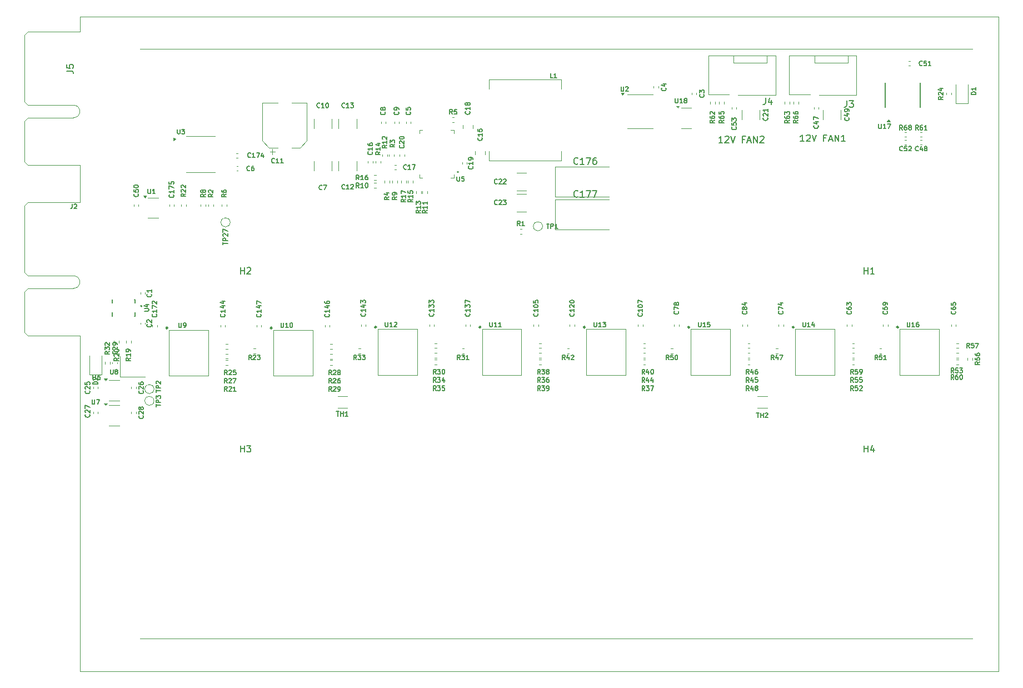
<source format=gbr>
%TF.GenerationSoftware,KiCad,Pcbnew,8.0.0*%
%TF.CreationDate,2024-03-29T21:32:46+01:00*%
%TF.ProjectId,EKO_Miner_BM1366,454b4f5f-4d69-46e6-9572-5f424d313336,rev?*%
%TF.SameCoordinates,Original*%
%TF.FileFunction,Legend,Top*%
%TF.FilePolarity,Positive*%
%FSLAX46Y46*%
G04 Gerber Fmt 4.6, Leading zero omitted, Abs format (unit mm)*
G04 Created by KiCad (PCBNEW 8.0.0) date 2024-03-29 21:32:46*
%MOMM*%
%LPD*%
G01*
G04 APERTURE LIST*
%ADD10C,0.100000*%
%ADD11C,0.200000*%
%ADD12C,0.150000*%
%ADD13C,0.120000*%
%ADD14C,0.050000*%
%ADD15C,0.227485*%
%ADD16C,0.127000*%
%TA.AperFunction,Profile*%
%ADD17C,0.100000*%
%TD*%
G04 APERTURE END LIST*
D10*
X83950000Y-30200000D02*
X210750000Y-30200000D01*
X83950000Y-120000000D02*
X210750000Y-120000000D01*
D11*
X172692856Y-44467219D02*
X172121428Y-44467219D01*
X172407142Y-44467219D02*
X172407142Y-43467219D01*
X172407142Y-43467219D02*
X172311904Y-43610076D01*
X172311904Y-43610076D02*
X172216666Y-43705314D01*
X172216666Y-43705314D02*
X172121428Y-43752933D01*
X173073809Y-43562457D02*
X173121428Y-43514838D01*
X173121428Y-43514838D02*
X173216666Y-43467219D01*
X173216666Y-43467219D02*
X173454761Y-43467219D01*
X173454761Y-43467219D02*
X173549999Y-43514838D01*
X173549999Y-43514838D02*
X173597618Y-43562457D01*
X173597618Y-43562457D02*
X173645237Y-43657695D01*
X173645237Y-43657695D02*
X173645237Y-43752933D01*
X173645237Y-43752933D02*
X173597618Y-43895790D01*
X173597618Y-43895790D02*
X173026190Y-44467219D01*
X173026190Y-44467219D02*
X173645237Y-44467219D01*
X173930952Y-43467219D02*
X174264285Y-44467219D01*
X174264285Y-44467219D02*
X174597618Y-43467219D01*
X176026190Y-43943409D02*
X175692857Y-43943409D01*
X175692857Y-44467219D02*
X175692857Y-43467219D01*
X175692857Y-43467219D02*
X176169047Y-43467219D01*
X176502381Y-44181504D02*
X176978571Y-44181504D01*
X176407143Y-44467219D02*
X176740476Y-43467219D01*
X176740476Y-43467219D02*
X177073809Y-44467219D01*
X177407143Y-44467219D02*
X177407143Y-43467219D01*
X177407143Y-43467219D02*
X177978571Y-44467219D01*
X177978571Y-44467219D02*
X177978571Y-43467219D01*
X178407143Y-43562457D02*
X178454762Y-43514838D01*
X178454762Y-43514838D02*
X178550000Y-43467219D01*
X178550000Y-43467219D02*
X178788095Y-43467219D01*
X178788095Y-43467219D02*
X178883333Y-43514838D01*
X178883333Y-43514838D02*
X178930952Y-43562457D01*
X178930952Y-43562457D02*
X178978571Y-43657695D01*
X178978571Y-43657695D02*
X178978571Y-43752933D01*
X178978571Y-43752933D02*
X178930952Y-43895790D01*
X178930952Y-43895790D02*
X178359524Y-44467219D01*
X178359524Y-44467219D02*
X178978571Y-44467219D01*
X185092856Y-44267219D02*
X184521428Y-44267219D01*
X184807142Y-44267219D02*
X184807142Y-43267219D01*
X184807142Y-43267219D02*
X184711904Y-43410076D01*
X184711904Y-43410076D02*
X184616666Y-43505314D01*
X184616666Y-43505314D02*
X184521428Y-43552933D01*
X185473809Y-43362457D02*
X185521428Y-43314838D01*
X185521428Y-43314838D02*
X185616666Y-43267219D01*
X185616666Y-43267219D02*
X185854761Y-43267219D01*
X185854761Y-43267219D02*
X185949999Y-43314838D01*
X185949999Y-43314838D02*
X185997618Y-43362457D01*
X185997618Y-43362457D02*
X186045237Y-43457695D01*
X186045237Y-43457695D02*
X186045237Y-43552933D01*
X186045237Y-43552933D02*
X185997618Y-43695790D01*
X185997618Y-43695790D02*
X185426190Y-44267219D01*
X185426190Y-44267219D02*
X186045237Y-44267219D01*
X186330952Y-43267219D02*
X186664285Y-44267219D01*
X186664285Y-44267219D02*
X186997618Y-43267219D01*
X188426190Y-43743409D02*
X188092857Y-43743409D01*
X188092857Y-44267219D02*
X188092857Y-43267219D01*
X188092857Y-43267219D02*
X188569047Y-43267219D01*
X188902381Y-43981504D02*
X189378571Y-43981504D01*
X188807143Y-44267219D02*
X189140476Y-43267219D01*
X189140476Y-43267219D02*
X189473809Y-44267219D01*
X189807143Y-44267219D02*
X189807143Y-43267219D01*
X189807143Y-43267219D02*
X190378571Y-44267219D01*
X190378571Y-44267219D02*
X190378571Y-43267219D01*
X191378571Y-44267219D02*
X190807143Y-44267219D01*
X191092857Y-44267219D02*
X191092857Y-43267219D01*
X191092857Y-43267219D02*
X190997619Y-43410076D01*
X190997619Y-43410076D02*
X190902381Y-43505314D01*
X190902381Y-43505314D02*
X190807143Y-43552933D01*
D12*
X111299999Y-39049366D02*
X111266666Y-39082700D01*
X111266666Y-39082700D02*
X111166666Y-39116033D01*
X111166666Y-39116033D02*
X111099999Y-39116033D01*
X111099999Y-39116033D02*
X110999999Y-39082700D01*
X110999999Y-39082700D02*
X110933333Y-39016033D01*
X110933333Y-39016033D02*
X110899999Y-38949366D01*
X110899999Y-38949366D02*
X110866666Y-38816033D01*
X110866666Y-38816033D02*
X110866666Y-38716033D01*
X110866666Y-38716033D02*
X110899999Y-38582700D01*
X110899999Y-38582700D02*
X110933333Y-38516033D01*
X110933333Y-38516033D02*
X110999999Y-38449366D01*
X110999999Y-38449366D02*
X111099999Y-38416033D01*
X111099999Y-38416033D02*
X111166666Y-38416033D01*
X111166666Y-38416033D02*
X111266666Y-38449366D01*
X111266666Y-38449366D02*
X111299999Y-38482700D01*
X111966666Y-39116033D02*
X111566666Y-39116033D01*
X111766666Y-39116033D02*
X111766666Y-38416033D01*
X111766666Y-38416033D02*
X111699999Y-38516033D01*
X111699999Y-38516033D02*
X111633333Y-38582700D01*
X111633333Y-38582700D02*
X111566666Y-38616033D01*
X112400000Y-38416033D02*
X112466666Y-38416033D01*
X112466666Y-38416033D02*
X112533333Y-38449366D01*
X112533333Y-38449366D02*
X112566666Y-38482700D01*
X112566666Y-38482700D02*
X112600000Y-38549366D01*
X112600000Y-38549366D02*
X112633333Y-38682700D01*
X112633333Y-38682700D02*
X112633333Y-38849366D01*
X112633333Y-38849366D02*
X112600000Y-38982700D01*
X112600000Y-38982700D02*
X112566666Y-39049366D01*
X112566666Y-39049366D02*
X112533333Y-39082700D01*
X112533333Y-39082700D02*
X112466666Y-39116033D01*
X112466666Y-39116033D02*
X112400000Y-39116033D01*
X112400000Y-39116033D02*
X112333333Y-39082700D01*
X112333333Y-39082700D02*
X112300000Y-39049366D01*
X112300000Y-39049366D02*
X112266666Y-38982700D01*
X112266666Y-38982700D02*
X112233333Y-38849366D01*
X112233333Y-38849366D02*
X112233333Y-38682700D01*
X112233333Y-38682700D02*
X112266666Y-38549366D01*
X112266666Y-38549366D02*
X112300000Y-38482700D01*
X112300000Y-38482700D02*
X112333333Y-38449366D01*
X112333333Y-38449366D02*
X112400000Y-38416033D01*
X89616666Y-42416033D02*
X89616666Y-42982700D01*
X89616666Y-42982700D02*
X89650000Y-43049366D01*
X89650000Y-43049366D02*
X89683333Y-43082700D01*
X89683333Y-43082700D02*
X89750000Y-43116033D01*
X89750000Y-43116033D02*
X89883333Y-43116033D01*
X89883333Y-43116033D02*
X89950000Y-43082700D01*
X89950000Y-43082700D02*
X89983333Y-43049366D01*
X89983333Y-43049366D02*
X90016666Y-42982700D01*
X90016666Y-42982700D02*
X90016666Y-42416033D01*
X90283333Y-42416033D02*
X90716666Y-42416033D01*
X90716666Y-42416033D02*
X90483333Y-42682700D01*
X90483333Y-42682700D02*
X90583333Y-42682700D01*
X90583333Y-42682700D02*
X90649999Y-42716033D01*
X90649999Y-42716033D02*
X90683333Y-42749366D01*
X90683333Y-42749366D02*
X90716666Y-42816033D01*
X90716666Y-42816033D02*
X90716666Y-42982700D01*
X90716666Y-42982700D02*
X90683333Y-43049366D01*
X90683333Y-43049366D02*
X90649999Y-43082700D01*
X90649999Y-43082700D02*
X90583333Y-43116033D01*
X90583333Y-43116033D02*
X90383333Y-43116033D01*
X90383333Y-43116033D02*
X90316666Y-43082700D01*
X90316666Y-43082700D02*
X90283333Y-43049366D01*
X176724284Y-79708033D02*
X176490951Y-79374700D01*
X176324284Y-79708033D02*
X176324284Y-79008033D01*
X176324284Y-79008033D02*
X176590951Y-79008033D01*
X176590951Y-79008033D02*
X176657618Y-79041366D01*
X176657618Y-79041366D02*
X176690951Y-79074700D01*
X176690951Y-79074700D02*
X176724284Y-79141366D01*
X176724284Y-79141366D02*
X176724284Y-79241366D01*
X176724284Y-79241366D02*
X176690951Y-79308033D01*
X176690951Y-79308033D02*
X176657618Y-79341366D01*
X176657618Y-79341366D02*
X176590951Y-79374700D01*
X176590951Y-79374700D02*
X176324284Y-79374700D01*
X177324284Y-79241366D02*
X177324284Y-79708033D01*
X177157618Y-78974700D02*
X176990951Y-79474700D01*
X176990951Y-79474700D02*
X177424284Y-79474700D01*
X177990951Y-79008033D02*
X177857618Y-79008033D01*
X177857618Y-79008033D02*
X177790951Y-79041366D01*
X177790951Y-79041366D02*
X177757618Y-79074700D01*
X177757618Y-79074700D02*
X177690951Y-79174700D01*
X177690951Y-79174700D02*
X177657618Y-79308033D01*
X177657618Y-79308033D02*
X177657618Y-79574700D01*
X177657618Y-79574700D02*
X177690951Y-79641366D01*
X177690951Y-79641366D02*
X177724285Y-79674700D01*
X177724285Y-79674700D02*
X177790951Y-79708033D01*
X177790951Y-79708033D02*
X177924285Y-79708033D01*
X177924285Y-79708033D02*
X177990951Y-79674700D01*
X177990951Y-79674700D02*
X178024285Y-79641366D01*
X178024285Y-79641366D02*
X178057618Y-79574700D01*
X178057618Y-79574700D02*
X178057618Y-79408033D01*
X178057618Y-79408033D02*
X178024285Y-79341366D01*
X178024285Y-79341366D02*
X177990951Y-79308033D01*
X177990951Y-79308033D02*
X177924285Y-79274700D01*
X177924285Y-79274700D02*
X177790951Y-79274700D01*
X177790951Y-79274700D02*
X177724285Y-79308033D01*
X177724285Y-79308033D02*
X177690951Y-79341366D01*
X177690951Y-79341366D02*
X177657618Y-79408033D01*
X160819427Y-82208033D02*
X160586094Y-81874700D01*
X160419427Y-82208033D02*
X160419427Y-81508033D01*
X160419427Y-81508033D02*
X160686094Y-81508033D01*
X160686094Y-81508033D02*
X160752761Y-81541366D01*
X160752761Y-81541366D02*
X160786094Y-81574700D01*
X160786094Y-81574700D02*
X160819427Y-81641366D01*
X160819427Y-81641366D02*
X160819427Y-81741366D01*
X160819427Y-81741366D02*
X160786094Y-81808033D01*
X160786094Y-81808033D02*
X160752761Y-81841366D01*
X160752761Y-81841366D02*
X160686094Y-81874700D01*
X160686094Y-81874700D02*
X160419427Y-81874700D01*
X161052761Y-81508033D02*
X161486094Y-81508033D01*
X161486094Y-81508033D02*
X161252761Y-81774700D01*
X161252761Y-81774700D02*
X161352761Y-81774700D01*
X161352761Y-81774700D02*
X161419427Y-81808033D01*
X161419427Y-81808033D02*
X161452761Y-81841366D01*
X161452761Y-81841366D02*
X161486094Y-81908033D01*
X161486094Y-81908033D02*
X161486094Y-82074700D01*
X161486094Y-82074700D02*
X161452761Y-82141366D01*
X161452761Y-82141366D02*
X161419427Y-82174700D01*
X161419427Y-82174700D02*
X161352761Y-82208033D01*
X161352761Y-82208033D02*
X161152761Y-82208033D01*
X161152761Y-82208033D02*
X161086094Y-82174700D01*
X161086094Y-82174700D02*
X161052761Y-82141366D01*
X161719428Y-81508033D02*
X162186094Y-81508033D01*
X162186094Y-81508033D02*
X161886094Y-82208033D01*
X135999366Y-43700000D02*
X136032700Y-43733333D01*
X136032700Y-43733333D02*
X136066033Y-43833333D01*
X136066033Y-43833333D02*
X136066033Y-43900000D01*
X136066033Y-43900000D02*
X136032700Y-44000000D01*
X136032700Y-44000000D02*
X135966033Y-44066667D01*
X135966033Y-44066667D02*
X135899366Y-44100000D01*
X135899366Y-44100000D02*
X135766033Y-44133333D01*
X135766033Y-44133333D02*
X135666033Y-44133333D01*
X135666033Y-44133333D02*
X135532700Y-44100000D01*
X135532700Y-44100000D02*
X135466033Y-44066667D01*
X135466033Y-44066667D02*
X135399366Y-44000000D01*
X135399366Y-44000000D02*
X135366033Y-43900000D01*
X135366033Y-43900000D02*
X135366033Y-43833333D01*
X135366033Y-43833333D02*
X135399366Y-43733333D01*
X135399366Y-43733333D02*
X135432700Y-43700000D01*
X136066033Y-43033333D02*
X136066033Y-43433333D01*
X136066033Y-43233333D02*
X135366033Y-43233333D01*
X135366033Y-43233333D02*
X135466033Y-43300000D01*
X135466033Y-43300000D02*
X135532700Y-43366667D01*
X135532700Y-43366667D02*
X135566033Y-43433333D01*
X135366033Y-42400000D02*
X135366033Y-42733333D01*
X135366033Y-42733333D02*
X135699366Y-42766666D01*
X135699366Y-42766666D02*
X135666033Y-42733333D01*
X135666033Y-42733333D02*
X135632700Y-42666666D01*
X135632700Y-42666666D02*
X135632700Y-42500000D01*
X135632700Y-42500000D02*
X135666033Y-42433333D01*
X135666033Y-42433333D02*
X135699366Y-42400000D01*
X135699366Y-42400000D02*
X135766033Y-42366666D01*
X135766033Y-42366666D02*
X135932700Y-42366666D01*
X135932700Y-42366666D02*
X135999366Y-42400000D01*
X135999366Y-42400000D02*
X136032700Y-42433333D01*
X136032700Y-42433333D02*
X136066033Y-42500000D01*
X136066033Y-42500000D02*
X136066033Y-42666666D01*
X136066033Y-42666666D02*
X136032700Y-42733333D01*
X136032700Y-42733333D02*
X135999366Y-42766666D01*
X145866666Y-56816033D02*
X146266666Y-56816033D01*
X146066666Y-57516033D02*
X146066666Y-56816033D01*
X146499999Y-57516033D02*
X146499999Y-56816033D01*
X146499999Y-56816033D02*
X146766666Y-56816033D01*
X146766666Y-56816033D02*
X146833333Y-56849366D01*
X146833333Y-56849366D02*
X146866666Y-56882700D01*
X146866666Y-56882700D02*
X146899999Y-56949366D01*
X146899999Y-56949366D02*
X146899999Y-57049366D01*
X146899999Y-57049366D02*
X146866666Y-57116033D01*
X146866666Y-57116033D02*
X146833333Y-57149366D01*
X146833333Y-57149366D02*
X146766666Y-57182700D01*
X146766666Y-57182700D02*
X146499999Y-57182700D01*
X147566666Y-57516033D02*
X147166666Y-57516033D01*
X147366666Y-57516033D02*
X147366666Y-56816033D01*
X147366666Y-56816033D02*
X147299999Y-56916033D01*
X147299999Y-56916033D02*
X147233333Y-56982700D01*
X147233333Y-56982700D02*
X147166666Y-57016033D01*
X191616666Y-38054819D02*
X191616666Y-38769104D01*
X191616666Y-38769104D02*
X191569047Y-38911961D01*
X191569047Y-38911961D02*
X191473809Y-39007200D01*
X191473809Y-39007200D02*
X191330952Y-39054819D01*
X191330952Y-39054819D02*
X191235714Y-39054819D01*
X191997619Y-38054819D02*
X192616666Y-38054819D01*
X192616666Y-38054819D02*
X192283333Y-38435771D01*
X192283333Y-38435771D02*
X192426190Y-38435771D01*
X192426190Y-38435771D02*
X192521428Y-38483390D01*
X192521428Y-38483390D02*
X192569047Y-38531009D01*
X192569047Y-38531009D02*
X192616666Y-38626247D01*
X192616666Y-38626247D02*
X192616666Y-38864342D01*
X192616666Y-38864342D02*
X192569047Y-38959580D01*
X192569047Y-38959580D02*
X192521428Y-39007200D01*
X192521428Y-39007200D02*
X192426190Y-39054819D01*
X192426190Y-39054819D02*
X192140476Y-39054819D01*
X192140476Y-39054819D02*
X192045238Y-39007200D01*
X192045238Y-39007200D02*
X191997619Y-38959580D01*
X171466033Y-41050000D02*
X171132700Y-41283333D01*
X171466033Y-41450000D02*
X170766033Y-41450000D01*
X170766033Y-41450000D02*
X170766033Y-41183333D01*
X170766033Y-41183333D02*
X170799366Y-41116667D01*
X170799366Y-41116667D02*
X170832700Y-41083333D01*
X170832700Y-41083333D02*
X170899366Y-41050000D01*
X170899366Y-41050000D02*
X170999366Y-41050000D01*
X170999366Y-41050000D02*
X171066033Y-41083333D01*
X171066033Y-41083333D02*
X171099366Y-41116667D01*
X171099366Y-41116667D02*
X171132700Y-41183333D01*
X171132700Y-41183333D02*
X171132700Y-41450000D01*
X170766033Y-40450000D02*
X170766033Y-40583333D01*
X170766033Y-40583333D02*
X170799366Y-40650000D01*
X170799366Y-40650000D02*
X170832700Y-40683333D01*
X170832700Y-40683333D02*
X170932700Y-40750000D01*
X170932700Y-40750000D02*
X171066033Y-40783333D01*
X171066033Y-40783333D02*
X171332700Y-40783333D01*
X171332700Y-40783333D02*
X171399366Y-40750000D01*
X171399366Y-40750000D02*
X171432700Y-40716667D01*
X171432700Y-40716667D02*
X171466033Y-40650000D01*
X171466033Y-40650000D02*
X171466033Y-40516667D01*
X171466033Y-40516667D02*
X171432700Y-40450000D01*
X171432700Y-40450000D02*
X171399366Y-40416667D01*
X171399366Y-40416667D02*
X171332700Y-40383333D01*
X171332700Y-40383333D02*
X171166033Y-40383333D01*
X171166033Y-40383333D02*
X171099366Y-40416667D01*
X171099366Y-40416667D02*
X171066033Y-40450000D01*
X171066033Y-40450000D02*
X171032700Y-40516667D01*
X171032700Y-40516667D02*
X171032700Y-40650000D01*
X171032700Y-40650000D02*
X171066033Y-40716667D01*
X171066033Y-40716667D02*
X171099366Y-40750000D01*
X171099366Y-40750000D02*
X171166033Y-40783333D01*
X170832700Y-40116666D02*
X170799366Y-40083333D01*
X170799366Y-40083333D02*
X170766033Y-40016666D01*
X170766033Y-40016666D02*
X170766033Y-39850000D01*
X170766033Y-39850000D02*
X170799366Y-39783333D01*
X170799366Y-39783333D02*
X170832700Y-39750000D01*
X170832700Y-39750000D02*
X170899366Y-39716666D01*
X170899366Y-39716666D02*
X170966033Y-39716666D01*
X170966033Y-39716666D02*
X171066033Y-39750000D01*
X171066033Y-39750000D02*
X171466033Y-40150000D01*
X171466033Y-40150000D02*
X171466033Y-39716666D01*
X194238095Y-91604819D02*
X194238095Y-90604819D01*
X194238095Y-91081009D02*
X194809523Y-91081009D01*
X194809523Y-91604819D02*
X194809523Y-90604819D01*
X195714285Y-90938152D02*
X195714285Y-91604819D01*
X195476190Y-90557200D02*
X195238095Y-91271485D01*
X195238095Y-91271485D02*
X195857142Y-91271485D01*
X102304223Y-70588333D02*
X102337557Y-70621666D01*
X102337557Y-70621666D02*
X102370890Y-70721666D01*
X102370890Y-70721666D02*
X102370890Y-70788333D01*
X102370890Y-70788333D02*
X102337557Y-70888333D01*
X102337557Y-70888333D02*
X102270890Y-70955000D01*
X102270890Y-70955000D02*
X102204223Y-70988333D01*
X102204223Y-70988333D02*
X102070890Y-71021666D01*
X102070890Y-71021666D02*
X101970890Y-71021666D01*
X101970890Y-71021666D02*
X101837557Y-70988333D01*
X101837557Y-70988333D02*
X101770890Y-70955000D01*
X101770890Y-70955000D02*
X101704223Y-70888333D01*
X101704223Y-70888333D02*
X101670890Y-70788333D01*
X101670890Y-70788333D02*
X101670890Y-70721666D01*
X101670890Y-70721666D02*
X101704223Y-70621666D01*
X101704223Y-70621666D02*
X101737557Y-70588333D01*
X102370890Y-69921666D02*
X102370890Y-70321666D01*
X102370890Y-70121666D02*
X101670890Y-70121666D01*
X101670890Y-70121666D02*
X101770890Y-70188333D01*
X101770890Y-70188333D02*
X101837557Y-70255000D01*
X101837557Y-70255000D02*
X101870890Y-70321666D01*
X101904223Y-69321666D02*
X102370890Y-69321666D01*
X101637557Y-69488333D02*
X102137557Y-69654999D01*
X102137557Y-69654999D02*
X102137557Y-69221666D01*
X101670890Y-69021666D02*
X101670890Y-68554999D01*
X101670890Y-68554999D02*
X102370890Y-68854999D01*
X112704223Y-70588333D02*
X112737557Y-70621666D01*
X112737557Y-70621666D02*
X112770890Y-70721666D01*
X112770890Y-70721666D02*
X112770890Y-70788333D01*
X112770890Y-70788333D02*
X112737557Y-70888333D01*
X112737557Y-70888333D02*
X112670890Y-70955000D01*
X112670890Y-70955000D02*
X112604223Y-70988333D01*
X112604223Y-70988333D02*
X112470890Y-71021666D01*
X112470890Y-71021666D02*
X112370890Y-71021666D01*
X112370890Y-71021666D02*
X112237557Y-70988333D01*
X112237557Y-70988333D02*
X112170890Y-70955000D01*
X112170890Y-70955000D02*
X112104223Y-70888333D01*
X112104223Y-70888333D02*
X112070890Y-70788333D01*
X112070890Y-70788333D02*
X112070890Y-70721666D01*
X112070890Y-70721666D02*
X112104223Y-70621666D01*
X112104223Y-70621666D02*
X112137557Y-70588333D01*
X112770890Y-69921666D02*
X112770890Y-70321666D01*
X112770890Y-70121666D02*
X112070890Y-70121666D01*
X112070890Y-70121666D02*
X112170890Y-70188333D01*
X112170890Y-70188333D02*
X112237557Y-70255000D01*
X112237557Y-70255000D02*
X112270890Y-70321666D01*
X112304223Y-69321666D02*
X112770890Y-69321666D01*
X112037557Y-69488333D02*
X112537557Y-69654999D01*
X112537557Y-69654999D02*
X112537557Y-69221666D01*
X112070890Y-68654999D02*
X112070890Y-68788332D01*
X112070890Y-68788332D02*
X112104223Y-68854999D01*
X112104223Y-68854999D02*
X112137557Y-68888332D01*
X112137557Y-68888332D02*
X112237557Y-68954999D01*
X112237557Y-68954999D02*
X112370890Y-68988332D01*
X112370890Y-68988332D02*
X112637557Y-68988332D01*
X112637557Y-68988332D02*
X112704223Y-68954999D01*
X112704223Y-68954999D02*
X112737557Y-68921666D01*
X112737557Y-68921666D02*
X112770890Y-68854999D01*
X112770890Y-68854999D02*
X112770890Y-68721666D01*
X112770890Y-68721666D02*
X112737557Y-68654999D01*
X112737557Y-68654999D02*
X112704223Y-68621666D01*
X112704223Y-68621666D02*
X112637557Y-68588332D01*
X112637557Y-68588332D02*
X112470890Y-68588332D01*
X112470890Y-68588332D02*
X112404223Y-68621666D01*
X112404223Y-68621666D02*
X112370890Y-68654999D01*
X112370890Y-68654999D02*
X112337557Y-68721666D01*
X112337557Y-68721666D02*
X112337557Y-68854999D01*
X112337557Y-68854999D02*
X112370890Y-68921666D01*
X112370890Y-68921666D02*
X112404223Y-68954999D01*
X112404223Y-68954999D02*
X112470890Y-68988332D01*
X99238095Y-64454819D02*
X99238095Y-63454819D01*
X99238095Y-63931009D02*
X99809523Y-63931009D01*
X99809523Y-64454819D02*
X99809523Y-63454819D01*
X100238095Y-63550057D02*
X100285714Y-63502438D01*
X100285714Y-63502438D02*
X100380952Y-63454819D01*
X100380952Y-63454819D02*
X100619047Y-63454819D01*
X100619047Y-63454819D02*
X100714285Y-63502438D01*
X100714285Y-63502438D02*
X100761904Y-63550057D01*
X100761904Y-63550057D02*
X100809523Y-63645295D01*
X100809523Y-63645295D02*
X100809523Y-63740533D01*
X100809523Y-63740533D02*
X100761904Y-63883390D01*
X100761904Y-63883390D02*
X100190476Y-64454819D01*
X100190476Y-64454819D02*
X100809523Y-64454819D01*
X144914570Y-79708033D02*
X144681237Y-79374700D01*
X144514570Y-79708033D02*
X144514570Y-79008033D01*
X144514570Y-79008033D02*
X144781237Y-79008033D01*
X144781237Y-79008033D02*
X144847904Y-79041366D01*
X144847904Y-79041366D02*
X144881237Y-79074700D01*
X144881237Y-79074700D02*
X144914570Y-79141366D01*
X144914570Y-79141366D02*
X144914570Y-79241366D01*
X144914570Y-79241366D02*
X144881237Y-79308033D01*
X144881237Y-79308033D02*
X144847904Y-79341366D01*
X144847904Y-79341366D02*
X144781237Y-79374700D01*
X144781237Y-79374700D02*
X144514570Y-79374700D01*
X145147904Y-79008033D02*
X145581237Y-79008033D01*
X145581237Y-79008033D02*
X145347904Y-79274700D01*
X145347904Y-79274700D02*
X145447904Y-79274700D01*
X145447904Y-79274700D02*
X145514570Y-79308033D01*
X145514570Y-79308033D02*
X145547904Y-79341366D01*
X145547904Y-79341366D02*
X145581237Y-79408033D01*
X145581237Y-79408033D02*
X145581237Y-79574700D01*
X145581237Y-79574700D02*
X145547904Y-79641366D01*
X145547904Y-79641366D02*
X145514570Y-79674700D01*
X145514570Y-79674700D02*
X145447904Y-79708033D01*
X145447904Y-79708033D02*
X145247904Y-79708033D01*
X145247904Y-79708033D02*
X145181237Y-79674700D01*
X145181237Y-79674700D02*
X145147904Y-79641366D01*
X145981237Y-79308033D02*
X145914571Y-79274700D01*
X145914571Y-79274700D02*
X145881237Y-79241366D01*
X145881237Y-79241366D02*
X145847904Y-79174700D01*
X145847904Y-79174700D02*
X145847904Y-79141366D01*
X145847904Y-79141366D02*
X145881237Y-79074700D01*
X145881237Y-79074700D02*
X145914571Y-79041366D01*
X145914571Y-79041366D02*
X145981237Y-79008033D01*
X145981237Y-79008033D02*
X146114571Y-79008033D01*
X146114571Y-79008033D02*
X146181237Y-79041366D01*
X146181237Y-79041366D02*
X146214571Y-79074700D01*
X146214571Y-79074700D02*
X146247904Y-79141366D01*
X146247904Y-79141366D02*
X146247904Y-79174700D01*
X146247904Y-79174700D02*
X146214571Y-79241366D01*
X146214571Y-79241366D02*
X146181237Y-79274700D01*
X146181237Y-79274700D02*
X146114571Y-79308033D01*
X146114571Y-79308033D02*
X145981237Y-79308033D01*
X145981237Y-79308033D02*
X145914571Y-79341366D01*
X145914571Y-79341366D02*
X145881237Y-79374700D01*
X145881237Y-79374700D02*
X145847904Y-79441366D01*
X145847904Y-79441366D02*
X145847904Y-79574700D01*
X145847904Y-79574700D02*
X145881237Y-79641366D01*
X145881237Y-79641366D02*
X145914571Y-79674700D01*
X145914571Y-79674700D02*
X145981237Y-79708033D01*
X145981237Y-79708033D02*
X146114571Y-79708033D01*
X146114571Y-79708033D02*
X146181237Y-79674700D01*
X146181237Y-79674700D02*
X146214571Y-79641366D01*
X146214571Y-79641366D02*
X146247904Y-79574700D01*
X146247904Y-79574700D02*
X146247904Y-79441366D01*
X146247904Y-79441366D02*
X146214571Y-79374700D01*
X146214571Y-79374700D02*
X146181237Y-79341366D01*
X146181237Y-79341366D02*
X146114571Y-79308033D01*
X144914570Y-82208033D02*
X144681237Y-81874700D01*
X144514570Y-82208033D02*
X144514570Y-81508033D01*
X144514570Y-81508033D02*
X144781237Y-81508033D01*
X144781237Y-81508033D02*
X144847904Y-81541366D01*
X144847904Y-81541366D02*
X144881237Y-81574700D01*
X144881237Y-81574700D02*
X144914570Y-81641366D01*
X144914570Y-81641366D02*
X144914570Y-81741366D01*
X144914570Y-81741366D02*
X144881237Y-81808033D01*
X144881237Y-81808033D02*
X144847904Y-81841366D01*
X144847904Y-81841366D02*
X144781237Y-81874700D01*
X144781237Y-81874700D02*
X144514570Y-81874700D01*
X145147904Y-81508033D02*
X145581237Y-81508033D01*
X145581237Y-81508033D02*
X145347904Y-81774700D01*
X145347904Y-81774700D02*
X145447904Y-81774700D01*
X145447904Y-81774700D02*
X145514570Y-81808033D01*
X145514570Y-81808033D02*
X145547904Y-81841366D01*
X145547904Y-81841366D02*
X145581237Y-81908033D01*
X145581237Y-81908033D02*
X145581237Y-82074700D01*
X145581237Y-82074700D02*
X145547904Y-82141366D01*
X145547904Y-82141366D02*
X145514570Y-82174700D01*
X145514570Y-82174700D02*
X145447904Y-82208033D01*
X145447904Y-82208033D02*
X145247904Y-82208033D01*
X145247904Y-82208033D02*
X145181237Y-82174700D01*
X145181237Y-82174700D02*
X145147904Y-82141366D01*
X145914571Y-82208033D02*
X146047904Y-82208033D01*
X146047904Y-82208033D02*
X146114571Y-82174700D01*
X146114571Y-82174700D02*
X146147904Y-82141366D01*
X146147904Y-82141366D02*
X146214571Y-82041366D01*
X146214571Y-82041366D02*
X146247904Y-81908033D01*
X146247904Y-81908033D02*
X146247904Y-81641366D01*
X146247904Y-81641366D02*
X146214571Y-81574700D01*
X146214571Y-81574700D02*
X146181237Y-81541366D01*
X146181237Y-81541366D02*
X146114571Y-81508033D01*
X146114571Y-81508033D02*
X145981237Y-81508033D01*
X145981237Y-81508033D02*
X145914571Y-81541366D01*
X145914571Y-81541366D02*
X145881237Y-81574700D01*
X145881237Y-81574700D02*
X145847904Y-81641366D01*
X145847904Y-81641366D02*
X145847904Y-81808033D01*
X145847904Y-81808033D02*
X145881237Y-81874700D01*
X145881237Y-81874700D02*
X145914571Y-81908033D01*
X145914571Y-81908033D02*
X145981237Y-81941366D01*
X145981237Y-81941366D02*
X146114571Y-81941366D01*
X146114571Y-81941366D02*
X146181237Y-81908033D01*
X146181237Y-81908033D02*
X146214571Y-81874700D01*
X146214571Y-81874700D02*
X146247904Y-81808033D01*
X129009713Y-79708033D02*
X128776380Y-79374700D01*
X128609713Y-79708033D02*
X128609713Y-79008033D01*
X128609713Y-79008033D02*
X128876380Y-79008033D01*
X128876380Y-79008033D02*
X128943047Y-79041366D01*
X128943047Y-79041366D02*
X128976380Y-79074700D01*
X128976380Y-79074700D02*
X129009713Y-79141366D01*
X129009713Y-79141366D02*
X129009713Y-79241366D01*
X129009713Y-79241366D02*
X128976380Y-79308033D01*
X128976380Y-79308033D02*
X128943047Y-79341366D01*
X128943047Y-79341366D02*
X128876380Y-79374700D01*
X128876380Y-79374700D02*
X128609713Y-79374700D01*
X129243047Y-79008033D02*
X129676380Y-79008033D01*
X129676380Y-79008033D02*
X129443047Y-79274700D01*
X129443047Y-79274700D02*
X129543047Y-79274700D01*
X129543047Y-79274700D02*
X129609713Y-79308033D01*
X129609713Y-79308033D02*
X129643047Y-79341366D01*
X129643047Y-79341366D02*
X129676380Y-79408033D01*
X129676380Y-79408033D02*
X129676380Y-79574700D01*
X129676380Y-79574700D02*
X129643047Y-79641366D01*
X129643047Y-79641366D02*
X129609713Y-79674700D01*
X129609713Y-79674700D02*
X129543047Y-79708033D01*
X129543047Y-79708033D02*
X129343047Y-79708033D01*
X129343047Y-79708033D02*
X129276380Y-79674700D01*
X129276380Y-79674700D02*
X129243047Y-79641366D01*
X130109714Y-79008033D02*
X130176380Y-79008033D01*
X130176380Y-79008033D02*
X130243047Y-79041366D01*
X130243047Y-79041366D02*
X130276380Y-79074700D01*
X130276380Y-79074700D02*
X130309714Y-79141366D01*
X130309714Y-79141366D02*
X130343047Y-79274700D01*
X130343047Y-79274700D02*
X130343047Y-79441366D01*
X130343047Y-79441366D02*
X130309714Y-79574700D01*
X130309714Y-79574700D02*
X130276380Y-79641366D01*
X130276380Y-79641366D02*
X130243047Y-79674700D01*
X130243047Y-79674700D02*
X130176380Y-79708033D01*
X130176380Y-79708033D02*
X130109714Y-79708033D01*
X130109714Y-79708033D02*
X130043047Y-79674700D01*
X130043047Y-79674700D02*
X130009714Y-79641366D01*
X130009714Y-79641366D02*
X129976380Y-79574700D01*
X129976380Y-79574700D02*
X129943047Y-79441366D01*
X129943047Y-79441366D02*
X129943047Y-79274700D01*
X129943047Y-79274700D02*
X129976380Y-79141366D01*
X129976380Y-79141366D02*
X130009714Y-79074700D01*
X130009714Y-79074700D02*
X130043047Y-79041366D01*
X130043047Y-79041366D02*
X130109714Y-79008033D01*
X84359366Y-86050000D02*
X84392700Y-86083333D01*
X84392700Y-86083333D02*
X84426033Y-86183333D01*
X84426033Y-86183333D02*
X84426033Y-86250000D01*
X84426033Y-86250000D02*
X84392700Y-86350000D01*
X84392700Y-86350000D02*
X84326033Y-86416667D01*
X84326033Y-86416667D02*
X84259366Y-86450000D01*
X84259366Y-86450000D02*
X84126033Y-86483333D01*
X84126033Y-86483333D02*
X84026033Y-86483333D01*
X84026033Y-86483333D02*
X83892700Y-86450000D01*
X83892700Y-86450000D02*
X83826033Y-86416667D01*
X83826033Y-86416667D02*
X83759366Y-86350000D01*
X83759366Y-86350000D02*
X83726033Y-86250000D01*
X83726033Y-86250000D02*
X83726033Y-86183333D01*
X83726033Y-86183333D02*
X83759366Y-86083333D01*
X83759366Y-86083333D02*
X83792700Y-86050000D01*
X83792700Y-85783333D02*
X83759366Y-85750000D01*
X83759366Y-85750000D02*
X83726033Y-85683333D01*
X83726033Y-85683333D02*
X83726033Y-85516667D01*
X83726033Y-85516667D02*
X83759366Y-85450000D01*
X83759366Y-85450000D02*
X83792700Y-85416667D01*
X83792700Y-85416667D02*
X83859366Y-85383333D01*
X83859366Y-85383333D02*
X83926033Y-85383333D01*
X83926033Y-85383333D02*
X84026033Y-85416667D01*
X84026033Y-85416667D02*
X84426033Y-85816667D01*
X84426033Y-85816667D02*
X84426033Y-85383333D01*
X84026033Y-84983333D02*
X83992700Y-85050000D01*
X83992700Y-85050000D02*
X83959366Y-85083333D01*
X83959366Y-85083333D02*
X83892700Y-85116666D01*
X83892700Y-85116666D02*
X83859366Y-85116666D01*
X83859366Y-85116666D02*
X83792700Y-85083333D01*
X83792700Y-85083333D02*
X83759366Y-85050000D01*
X83759366Y-85050000D02*
X83726033Y-84983333D01*
X83726033Y-84983333D02*
X83726033Y-84850000D01*
X83726033Y-84850000D02*
X83759366Y-84783333D01*
X83759366Y-84783333D02*
X83792700Y-84750000D01*
X83792700Y-84750000D02*
X83859366Y-84716666D01*
X83859366Y-84716666D02*
X83892700Y-84716666D01*
X83892700Y-84716666D02*
X83959366Y-84750000D01*
X83959366Y-84750000D02*
X83992700Y-84783333D01*
X83992700Y-84783333D02*
X84026033Y-84850000D01*
X84026033Y-84850000D02*
X84026033Y-84983333D01*
X84026033Y-84983333D02*
X84059366Y-85050000D01*
X84059366Y-85050000D02*
X84092700Y-85083333D01*
X84092700Y-85083333D02*
X84159366Y-85116666D01*
X84159366Y-85116666D02*
X84292700Y-85116666D01*
X84292700Y-85116666D02*
X84359366Y-85083333D01*
X84359366Y-85083333D02*
X84392700Y-85050000D01*
X84392700Y-85050000D02*
X84426033Y-84983333D01*
X84426033Y-84983333D02*
X84426033Y-84850000D01*
X84426033Y-84850000D02*
X84392700Y-84783333D01*
X84392700Y-84783333D02*
X84359366Y-84750000D01*
X84359366Y-84750000D02*
X84292700Y-84716666D01*
X84292700Y-84716666D02*
X84159366Y-84716666D01*
X84159366Y-84716666D02*
X84092700Y-84750000D01*
X84092700Y-84750000D02*
X84059366Y-84783333D01*
X84059366Y-84783333D02*
X84026033Y-84850000D01*
X160819427Y-79708033D02*
X160586094Y-79374700D01*
X160419427Y-79708033D02*
X160419427Y-79008033D01*
X160419427Y-79008033D02*
X160686094Y-79008033D01*
X160686094Y-79008033D02*
X160752761Y-79041366D01*
X160752761Y-79041366D02*
X160786094Y-79074700D01*
X160786094Y-79074700D02*
X160819427Y-79141366D01*
X160819427Y-79141366D02*
X160819427Y-79241366D01*
X160819427Y-79241366D02*
X160786094Y-79308033D01*
X160786094Y-79308033D02*
X160752761Y-79341366D01*
X160752761Y-79341366D02*
X160686094Y-79374700D01*
X160686094Y-79374700D02*
X160419427Y-79374700D01*
X161419427Y-79241366D02*
X161419427Y-79708033D01*
X161252761Y-78974700D02*
X161086094Y-79474700D01*
X161086094Y-79474700D02*
X161519427Y-79474700D01*
X161919428Y-79008033D02*
X161986094Y-79008033D01*
X161986094Y-79008033D02*
X162052761Y-79041366D01*
X162052761Y-79041366D02*
X162086094Y-79074700D01*
X162086094Y-79074700D02*
X162119428Y-79141366D01*
X162119428Y-79141366D02*
X162152761Y-79274700D01*
X162152761Y-79274700D02*
X162152761Y-79441366D01*
X162152761Y-79441366D02*
X162119428Y-79574700D01*
X162119428Y-79574700D02*
X162086094Y-79641366D01*
X162086094Y-79641366D02*
X162052761Y-79674700D01*
X162052761Y-79674700D02*
X161986094Y-79708033D01*
X161986094Y-79708033D02*
X161919428Y-79708033D01*
X161919428Y-79708033D02*
X161852761Y-79674700D01*
X161852761Y-79674700D02*
X161819428Y-79641366D01*
X161819428Y-79641366D02*
X161786094Y-79574700D01*
X161786094Y-79574700D02*
X161752761Y-79441366D01*
X161752761Y-79441366D02*
X161752761Y-79274700D01*
X161752761Y-79274700D02*
X161786094Y-79141366D01*
X161786094Y-79141366D02*
X161819428Y-79074700D01*
X161819428Y-79074700D02*
X161852761Y-79041366D01*
X161852761Y-79041366D02*
X161919428Y-79008033D01*
X85129166Y-51528533D02*
X85129166Y-52095200D01*
X85129166Y-52095200D02*
X85162500Y-52161866D01*
X85162500Y-52161866D02*
X85195833Y-52195200D01*
X85195833Y-52195200D02*
X85262500Y-52228533D01*
X85262500Y-52228533D02*
X85395833Y-52228533D01*
X85395833Y-52228533D02*
X85462500Y-52195200D01*
X85462500Y-52195200D02*
X85495833Y-52161866D01*
X85495833Y-52161866D02*
X85529166Y-52095200D01*
X85529166Y-52095200D02*
X85529166Y-51528533D01*
X86229166Y-52228533D02*
X85829166Y-52228533D01*
X86029166Y-52228533D02*
X86029166Y-51528533D01*
X86029166Y-51528533D02*
X85962499Y-51628533D01*
X85962499Y-51628533D02*
X85895833Y-51695200D01*
X85895833Y-51695200D02*
X85829166Y-51728533D01*
X123066033Y-52716666D02*
X122732700Y-52949999D01*
X123066033Y-53116666D02*
X122366033Y-53116666D01*
X122366033Y-53116666D02*
X122366033Y-52849999D01*
X122366033Y-52849999D02*
X122399366Y-52783333D01*
X122399366Y-52783333D02*
X122432700Y-52749999D01*
X122432700Y-52749999D02*
X122499366Y-52716666D01*
X122499366Y-52716666D02*
X122599366Y-52716666D01*
X122599366Y-52716666D02*
X122666033Y-52749999D01*
X122666033Y-52749999D02*
X122699366Y-52783333D01*
X122699366Y-52783333D02*
X122732700Y-52849999D01*
X122732700Y-52849999D02*
X122732700Y-53116666D01*
X123066033Y-52383333D02*
X123066033Y-52249999D01*
X123066033Y-52249999D02*
X123032700Y-52183333D01*
X123032700Y-52183333D02*
X122999366Y-52149999D01*
X122999366Y-52149999D02*
X122899366Y-52083333D01*
X122899366Y-52083333D02*
X122766033Y-52049999D01*
X122766033Y-52049999D02*
X122499366Y-52049999D01*
X122499366Y-52049999D02*
X122432700Y-52083333D01*
X122432700Y-52083333D02*
X122399366Y-52116666D01*
X122399366Y-52116666D02*
X122366033Y-52183333D01*
X122366033Y-52183333D02*
X122366033Y-52316666D01*
X122366033Y-52316666D02*
X122399366Y-52383333D01*
X122399366Y-52383333D02*
X122432700Y-52416666D01*
X122432700Y-52416666D02*
X122499366Y-52449999D01*
X122499366Y-52449999D02*
X122666033Y-52449999D01*
X122666033Y-52449999D02*
X122732700Y-52416666D01*
X122732700Y-52416666D02*
X122766033Y-52383333D01*
X122766033Y-52383333D02*
X122799366Y-52316666D01*
X122799366Y-52316666D02*
X122799366Y-52183333D01*
X122799366Y-52183333D02*
X122766033Y-52116666D01*
X122766033Y-52116666D02*
X122732700Y-52083333D01*
X122732700Y-52083333D02*
X122666033Y-52049999D01*
X192629141Y-79708033D02*
X192395808Y-79374700D01*
X192229141Y-79708033D02*
X192229141Y-79008033D01*
X192229141Y-79008033D02*
X192495808Y-79008033D01*
X192495808Y-79008033D02*
X192562475Y-79041366D01*
X192562475Y-79041366D02*
X192595808Y-79074700D01*
X192595808Y-79074700D02*
X192629141Y-79141366D01*
X192629141Y-79141366D02*
X192629141Y-79241366D01*
X192629141Y-79241366D02*
X192595808Y-79308033D01*
X192595808Y-79308033D02*
X192562475Y-79341366D01*
X192562475Y-79341366D02*
X192495808Y-79374700D01*
X192495808Y-79374700D02*
X192229141Y-79374700D01*
X193262475Y-79008033D02*
X192929141Y-79008033D01*
X192929141Y-79008033D02*
X192895808Y-79341366D01*
X192895808Y-79341366D02*
X192929141Y-79308033D01*
X192929141Y-79308033D02*
X192995808Y-79274700D01*
X192995808Y-79274700D02*
X193162475Y-79274700D01*
X193162475Y-79274700D02*
X193229141Y-79308033D01*
X193229141Y-79308033D02*
X193262475Y-79341366D01*
X193262475Y-79341366D02*
X193295808Y-79408033D01*
X193295808Y-79408033D02*
X193295808Y-79574700D01*
X193295808Y-79574700D02*
X193262475Y-79641366D01*
X193262475Y-79641366D02*
X193229141Y-79674700D01*
X193229141Y-79674700D02*
X193162475Y-79708033D01*
X193162475Y-79708033D02*
X192995808Y-79708033D01*
X192995808Y-79708033D02*
X192929141Y-79674700D01*
X192929141Y-79674700D02*
X192895808Y-79641366D01*
X193629142Y-79708033D02*
X193762475Y-79708033D01*
X193762475Y-79708033D02*
X193829142Y-79674700D01*
X193829142Y-79674700D02*
X193862475Y-79641366D01*
X193862475Y-79641366D02*
X193929142Y-79541366D01*
X193929142Y-79541366D02*
X193962475Y-79408033D01*
X193962475Y-79408033D02*
X193962475Y-79141366D01*
X193962475Y-79141366D02*
X193929142Y-79074700D01*
X193929142Y-79074700D02*
X193895808Y-79041366D01*
X193895808Y-79041366D02*
X193829142Y-79008033D01*
X193829142Y-79008033D02*
X193695808Y-79008033D01*
X193695808Y-79008033D02*
X193629142Y-79041366D01*
X193629142Y-79041366D02*
X193595808Y-79074700D01*
X193595808Y-79074700D02*
X193562475Y-79141366D01*
X193562475Y-79141366D02*
X193562475Y-79308033D01*
X193562475Y-79308033D02*
X193595808Y-79374700D01*
X193595808Y-79374700D02*
X193629142Y-79408033D01*
X193629142Y-79408033D02*
X193695808Y-79441366D01*
X193695808Y-79441366D02*
X193829142Y-79441366D01*
X193829142Y-79441366D02*
X193895808Y-79408033D01*
X193895808Y-79408033D02*
X193929142Y-79374700D01*
X193929142Y-79374700D02*
X193962475Y-79308033D01*
X124499999Y-48449366D02*
X124466666Y-48482700D01*
X124466666Y-48482700D02*
X124366666Y-48516033D01*
X124366666Y-48516033D02*
X124299999Y-48516033D01*
X124299999Y-48516033D02*
X124199999Y-48482700D01*
X124199999Y-48482700D02*
X124133333Y-48416033D01*
X124133333Y-48416033D02*
X124099999Y-48349366D01*
X124099999Y-48349366D02*
X124066666Y-48216033D01*
X124066666Y-48216033D02*
X124066666Y-48116033D01*
X124066666Y-48116033D02*
X124099999Y-47982700D01*
X124099999Y-47982700D02*
X124133333Y-47916033D01*
X124133333Y-47916033D02*
X124199999Y-47849366D01*
X124199999Y-47849366D02*
X124299999Y-47816033D01*
X124299999Y-47816033D02*
X124366666Y-47816033D01*
X124366666Y-47816033D02*
X124466666Y-47849366D01*
X124466666Y-47849366D02*
X124499999Y-47882700D01*
X125166666Y-48516033D02*
X124766666Y-48516033D01*
X124966666Y-48516033D02*
X124966666Y-47816033D01*
X124966666Y-47816033D02*
X124899999Y-47916033D01*
X124899999Y-47916033D02*
X124833333Y-47982700D01*
X124833333Y-47982700D02*
X124766666Y-48016033D01*
X125400000Y-47816033D02*
X125866666Y-47816033D01*
X125866666Y-47816033D02*
X125566666Y-48516033D01*
X93876033Y-52316666D02*
X93542700Y-52549999D01*
X93876033Y-52716666D02*
X93176033Y-52716666D01*
X93176033Y-52716666D02*
X93176033Y-52449999D01*
X93176033Y-52449999D02*
X93209366Y-52383333D01*
X93209366Y-52383333D02*
X93242700Y-52349999D01*
X93242700Y-52349999D02*
X93309366Y-52316666D01*
X93309366Y-52316666D02*
X93409366Y-52316666D01*
X93409366Y-52316666D02*
X93476033Y-52349999D01*
X93476033Y-52349999D02*
X93509366Y-52383333D01*
X93509366Y-52383333D02*
X93542700Y-52449999D01*
X93542700Y-52449999D02*
X93542700Y-52716666D01*
X93476033Y-51916666D02*
X93442700Y-51983333D01*
X93442700Y-51983333D02*
X93409366Y-52016666D01*
X93409366Y-52016666D02*
X93342700Y-52049999D01*
X93342700Y-52049999D02*
X93309366Y-52049999D01*
X93309366Y-52049999D02*
X93242700Y-52016666D01*
X93242700Y-52016666D02*
X93209366Y-51983333D01*
X93209366Y-51983333D02*
X93176033Y-51916666D01*
X93176033Y-51916666D02*
X93176033Y-51783333D01*
X93176033Y-51783333D02*
X93209366Y-51716666D01*
X93209366Y-51716666D02*
X93242700Y-51683333D01*
X93242700Y-51683333D02*
X93309366Y-51649999D01*
X93309366Y-51649999D02*
X93342700Y-51649999D01*
X93342700Y-51649999D02*
X93409366Y-51683333D01*
X93409366Y-51683333D02*
X93442700Y-51716666D01*
X93442700Y-51716666D02*
X93476033Y-51783333D01*
X93476033Y-51783333D02*
X93476033Y-51916666D01*
X93476033Y-51916666D02*
X93509366Y-51983333D01*
X93509366Y-51983333D02*
X93542700Y-52016666D01*
X93542700Y-52016666D02*
X93609366Y-52049999D01*
X93609366Y-52049999D02*
X93742700Y-52049999D01*
X93742700Y-52049999D02*
X93809366Y-52016666D01*
X93809366Y-52016666D02*
X93842700Y-51983333D01*
X93842700Y-51983333D02*
X93876033Y-51916666D01*
X93876033Y-51916666D02*
X93876033Y-51783333D01*
X93876033Y-51783333D02*
X93842700Y-51716666D01*
X93842700Y-51716666D02*
X93809366Y-51683333D01*
X93809366Y-51683333D02*
X93742700Y-51649999D01*
X93742700Y-51649999D02*
X93609366Y-51649999D01*
X93609366Y-51649999D02*
X93542700Y-51683333D01*
X93542700Y-51683333D02*
X93509366Y-51716666D01*
X93509366Y-51716666D02*
X93476033Y-51783333D01*
X97199999Y-81066033D02*
X96966666Y-80732700D01*
X96799999Y-81066033D02*
X96799999Y-80366033D01*
X96799999Y-80366033D02*
X97066666Y-80366033D01*
X97066666Y-80366033D02*
X97133333Y-80399366D01*
X97133333Y-80399366D02*
X97166666Y-80432700D01*
X97166666Y-80432700D02*
X97199999Y-80499366D01*
X97199999Y-80499366D02*
X97199999Y-80599366D01*
X97199999Y-80599366D02*
X97166666Y-80666033D01*
X97166666Y-80666033D02*
X97133333Y-80699366D01*
X97133333Y-80699366D02*
X97066666Y-80732700D01*
X97066666Y-80732700D02*
X96799999Y-80732700D01*
X97466666Y-80432700D02*
X97499999Y-80399366D01*
X97499999Y-80399366D02*
X97566666Y-80366033D01*
X97566666Y-80366033D02*
X97733333Y-80366033D01*
X97733333Y-80366033D02*
X97799999Y-80399366D01*
X97799999Y-80399366D02*
X97833333Y-80432700D01*
X97833333Y-80432700D02*
X97866666Y-80499366D01*
X97866666Y-80499366D02*
X97866666Y-80566033D01*
X97866666Y-80566033D02*
X97833333Y-80666033D01*
X97833333Y-80666033D02*
X97433333Y-81066033D01*
X97433333Y-81066033D02*
X97866666Y-81066033D01*
X98100000Y-80366033D02*
X98566666Y-80366033D01*
X98566666Y-80366033D02*
X98266666Y-81066033D01*
X96799366Y-70583333D02*
X96832700Y-70616666D01*
X96832700Y-70616666D02*
X96866033Y-70716666D01*
X96866033Y-70716666D02*
X96866033Y-70783333D01*
X96866033Y-70783333D02*
X96832700Y-70883333D01*
X96832700Y-70883333D02*
X96766033Y-70950000D01*
X96766033Y-70950000D02*
X96699366Y-70983333D01*
X96699366Y-70983333D02*
X96566033Y-71016666D01*
X96566033Y-71016666D02*
X96466033Y-71016666D01*
X96466033Y-71016666D02*
X96332700Y-70983333D01*
X96332700Y-70983333D02*
X96266033Y-70950000D01*
X96266033Y-70950000D02*
X96199366Y-70883333D01*
X96199366Y-70883333D02*
X96166033Y-70783333D01*
X96166033Y-70783333D02*
X96166033Y-70716666D01*
X96166033Y-70716666D02*
X96199366Y-70616666D01*
X96199366Y-70616666D02*
X96232700Y-70583333D01*
X96866033Y-69916666D02*
X96866033Y-70316666D01*
X96866033Y-70116666D02*
X96166033Y-70116666D01*
X96166033Y-70116666D02*
X96266033Y-70183333D01*
X96266033Y-70183333D02*
X96332700Y-70250000D01*
X96332700Y-70250000D02*
X96366033Y-70316666D01*
X96399366Y-69316666D02*
X96866033Y-69316666D01*
X96132700Y-69483333D02*
X96632700Y-69649999D01*
X96632700Y-69649999D02*
X96632700Y-69216666D01*
X96399366Y-68649999D02*
X96866033Y-68649999D01*
X96132700Y-68816666D02*
X96632700Y-68983332D01*
X96632700Y-68983332D02*
X96632700Y-68549999D01*
X76754166Y-79866033D02*
X76754166Y-80432700D01*
X76754166Y-80432700D02*
X76787500Y-80499366D01*
X76787500Y-80499366D02*
X76820833Y-80532700D01*
X76820833Y-80532700D02*
X76887500Y-80566033D01*
X76887500Y-80566033D02*
X77020833Y-80566033D01*
X77020833Y-80566033D02*
X77087500Y-80532700D01*
X77087500Y-80532700D02*
X77120833Y-80499366D01*
X77120833Y-80499366D02*
X77154166Y-80432700D01*
X77154166Y-80432700D02*
X77154166Y-79866033D01*
X77787499Y-79866033D02*
X77654166Y-79866033D01*
X77654166Y-79866033D02*
X77587499Y-79899366D01*
X77587499Y-79899366D02*
X77554166Y-79932700D01*
X77554166Y-79932700D02*
X77487499Y-80032700D01*
X77487499Y-80032700D02*
X77454166Y-80166033D01*
X77454166Y-80166033D02*
X77454166Y-80432700D01*
X77454166Y-80432700D02*
X77487499Y-80499366D01*
X77487499Y-80499366D02*
X77520833Y-80532700D01*
X77520833Y-80532700D02*
X77587499Y-80566033D01*
X77587499Y-80566033D02*
X77720833Y-80566033D01*
X77720833Y-80566033D02*
X77787499Y-80532700D01*
X77787499Y-80532700D02*
X77820833Y-80499366D01*
X77820833Y-80499366D02*
X77854166Y-80432700D01*
X77854166Y-80432700D02*
X77854166Y-80266033D01*
X77854166Y-80266033D02*
X77820833Y-80199366D01*
X77820833Y-80199366D02*
X77787499Y-80166033D01*
X77787499Y-80166033D02*
X77720833Y-80132700D01*
X77720833Y-80132700D02*
X77587499Y-80132700D01*
X77587499Y-80132700D02*
X77520833Y-80166033D01*
X77520833Y-80166033D02*
X77487499Y-80199366D01*
X77487499Y-80199366D02*
X77454166Y-80266033D01*
X113104856Y-82321033D02*
X112871523Y-81987700D01*
X112704856Y-82321033D02*
X112704856Y-81621033D01*
X112704856Y-81621033D02*
X112971523Y-81621033D01*
X112971523Y-81621033D02*
X113038190Y-81654366D01*
X113038190Y-81654366D02*
X113071523Y-81687700D01*
X113071523Y-81687700D02*
X113104856Y-81754366D01*
X113104856Y-81754366D02*
X113104856Y-81854366D01*
X113104856Y-81854366D02*
X113071523Y-81921033D01*
X113071523Y-81921033D02*
X113038190Y-81954366D01*
X113038190Y-81954366D02*
X112971523Y-81987700D01*
X112971523Y-81987700D02*
X112704856Y-81987700D01*
X113371523Y-81687700D02*
X113404856Y-81654366D01*
X113404856Y-81654366D02*
X113471523Y-81621033D01*
X113471523Y-81621033D02*
X113638190Y-81621033D01*
X113638190Y-81621033D02*
X113704856Y-81654366D01*
X113704856Y-81654366D02*
X113738190Y-81687700D01*
X113738190Y-81687700D02*
X113771523Y-81754366D01*
X113771523Y-81754366D02*
X113771523Y-81821033D01*
X113771523Y-81821033D02*
X113738190Y-81921033D01*
X113738190Y-81921033D02*
X113338190Y-82321033D01*
X113338190Y-82321033D02*
X113771523Y-82321033D01*
X114104857Y-82321033D02*
X114238190Y-82321033D01*
X114238190Y-82321033D02*
X114304857Y-82287700D01*
X114304857Y-82287700D02*
X114338190Y-82254366D01*
X114338190Y-82254366D02*
X114404857Y-82154366D01*
X114404857Y-82154366D02*
X114438190Y-82021033D01*
X114438190Y-82021033D02*
X114438190Y-81754366D01*
X114438190Y-81754366D02*
X114404857Y-81687700D01*
X114404857Y-81687700D02*
X114371523Y-81654366D01*
X114371523Y-81654366D02*
X114304857Y-81621033D01*
X114304857Y-81621033D02*
X114171523Y-81621033D01*
X114171523Y-81621033D02*
X114104857Y-81654366D01*
X114104857Y-81654366D02*
X114071523Y-81687700D01*
X114071523Y-81687700D02*
X114038190Y-81754366D01*
X114038190Y-81754366D02*
X114038190Y-81921033D01*
X114038190Y-81921033D02*
X114071523Y-81987700D01*
X114071523Y-81987700D02*
X114104857Y-82021033D01*
X114104857Y-82021033D02*
X114171523Y-82054366D01*
X114171523Y-82054366D02*
X114304857Y-82054366D01*
X114304857Y-82054366D02*
X114371523Y-82021033D01*
X114371523Y-82021033D02*
X114404857Y-81987700D01*
X114404857Y-81987700D02*
X114438190Y-81921033D01*
X197733366Y-70142000D02*
X197766700Y-70175333D01*
X197766700Y-70175333D02*
X197800033Y-70275333D01*
X197800033Y-70275333D02*
X197800033Y-70342000D01*
X197800033Y-70342000D02*
X197766700Y-70442000D01*
X197766700Y-70442000D02*
X197700033Y-70508667D01*
X197700033Y-70508667D02*
X197633366Y-70542000D01*
X197633366Y-70542000D02*
X197500033Y-70575333D01*
X197500033Y-70575333D02*
X197400033Y-70575333D01*
X197400033Y-70575333D02*
X197266700Y-70542000D01*
X197266700Y-70542000D02*
X197200033Y-70508667D01*
X197200033Y-70508667D02*
X197133366Y-70442000D01*
X197133366Y-70442000D02*
X197100033Y-70342000D01*
X197100033Y-70342000D02*
X197100033Y-70275333D01*
X197100033Y-70275333D02*
X197133366Y-70175333D01*
X197133366Y-70175333D02*
X197166700Y-70142000D01*
X197100033Y-69508667D02*
X197100033Y-69842000D01*
X197100033Y-69842000D02*
X197433366Y-69875333D01*
X197433366Y-69875333D02*
X197400033Y-69842000D01*
X197400033Y-69842000D02*
X197366700Y-69775333D01*
X197366700Y-69775333D02*
X197366700Y-69608667D01*
X197366700Y-69608667D02*
X197400033Y-69542000D01*
X197400033Y-69542000D02*
X197433366Y-69508667D01*
X197433366Y-69508667D02*
X197500033Y-69475333D01*
X197500033Y-69475333D02*
X197666700Y-69475333D01*
X197666700Y-69475333D02*
X197733366Y-69508667D01*
X197733366Y-69508667D02*
X197766700Y-69542000D01*
X197766700Y-69542000D02*
X197800033Y-69608667D01*
X197800033Y-69608667D02*
X197800033Y-69775333D01*
X197800033Y-69775333D02*
X197766700Y-69842000D01*
X197766700Y-69842000D02*
X197733366Y-69875333D01*
X197800033Y-69142000D02*
X197800033Y-69008666D01*
X197800033Y-69008666D02*
X197766700Y-68942000D01*
X197766700Y-68942000D02*
X197733366Y-68908666D01*
X197733366Y-68908666D02*
X197633366Y-68842000D01*
X197633366Y-68842000D02*
X197500033Y-68808666D01*
X197500033Y-68808666D02*
X197233366Y-68808666D01*
X197233366Y-68808666D02*
X197166700Y-68842000D01*
X197166700Y-68842000D02*
X197133366Y-68875333D01*
X197133366Y-68875333D02*
X197100033Y-68942000D01*
X197100033Y-68942000D02*
X197100033Y-69075333D01*
X197100033Y-69075333D02*
X197133366Y-69142000D01*
X197133366Y-69142000D02*
X197166700Y-69175333D01*
X197166700Y-69175333D02*
X197233366Y-69208666D01*
X197233366Y-69208666D02*
X197400033Y-69208666D01*
X197400033Y-69208666D02*
X197466700Y-69175333D01*
X197466700Y-69175333D02*
X197500033Y-69142000D01*
X197500033Y-69142000D02*
X197533366Y-69075333D01*
X197533366Y-69075333D02*
X197533366Y-68942000D01*
X197533366Y-68942000D02*
X197500033Y-68875333D01*
X197500033Y-68875333D02*
X197466700Y-68842000D01*
X197466700Y-68842000D02*
X197400033Y-68808666D01*
X180499999Y-77516033D02*
X180266666Y-77182700D01*
X180099999Y-77516033D02*
X180099999Y-76816033D01*
X180099999Y-76816033D02*
X180366666Y-76816033D01*
X180366666Y-76816033D02*
X180433333Y-76849366D01*
X180433333Y-76849366D02*
X180466666Y-76882700D01*
X180466666Y-76882700D02*
X180499999Y-76949366D01*
X180499999Y-76949366D02*
X180499999Y-77049366D01*
X180499999Y-77049366D02*
X180466666Y-77116033D01*
X180466666Y-77116033D02*
X180433333Y-77149366D01*
X180433333Y-77149366D02*
X180366666Y-77182700D01*
X180366666Y-77182700D02*
X180099999Y-77182700D01*
X181099999Y-77049366D02*
X181099999Y-77516033D01*
X180933333Y-76782700D02*
X180766666Y-77282700D01*
X180766666Y-77282700D02*
X181199999Y-77282700D01*
X181400000Y-76816033D02*
X181866666Y-76816033D01*
X181866666Y-76816033D02*
X181566666Y-77516033D01*
X76616666Y-83616033D02*
X76616666Y-84182700D01*
X76616666Y-84182700D02*
X76650000Y-84249366D01*
X76650000Y-84249366D02*
X76683333Y-84282700D01*
X76683333Y-84282700D02*
X76750000Y-84316033D01*
X76750000Y-84316033D02*
X76883333Y-84316033D01*
X76883333Y-84316033D02*
X76950000Y-84282700D01*
X76950000Y-84282700D02*
X76983333Y-84249366D01*
X76983333Y-84249366D02*
X77016666Y-84182700D01*
X77016666Y-84182700D02*
X77016666Y-83616033D01*
X77283333Y-83616033D02*
X77749999Y-83616033D01*
X77749999Y-83616033D02*
X77449999Y-84316033D01*
X141833333Y-57116033D02*
X141600000Y-56782700D01*
X141433333Y-57116033D02*
X141433333Y-56416033D01*
X141433333Y-56416033D02*
X141700000Y-56416033D01*
X141700000Y-56416033D02*
X141766667Y-56449366D01*
X141766667Y-56449366D02*
X141800000Y-56482700D01*
X141800000Y-56482700D02*
X141833333Y-56549366D01*
X141833333Y-56549366D02*
X141833333Y-56649366D01*
X141833333Y-56649366D02*
X141800000Y-56716033D01*
X141800000Y-56716033D02*
X141766667Y-56749366D01*
X141766667Y-56749366D02*
X141700000Y-56782700D01*
X141700000Y-56782700D02*
X141433333Y-56782700D01*
X142500000Y-57116033D02*
X142100000Y-57116033D01*
X142300000Y-57116033D02*
X142300000Y-56416033D01*
X142300000Y-56416033D02*
X142233333Y-56516033D01*
X142233333Y-56516033D02*
X142166667Y-56582700D01*
X142166667Y-56582700D02*
X142100000Y-56616033D01*
X184913333Y-71808033D02*
X184913333Y-72374700D01*
X184913333Y-72374700D02*
X184946667Y-72441366D01*
X184946667Y-72441366D02*
X184980000Y-72474700D01*
X184980000Y-72474700D02*
X185046667Y-72508033D01*
X185046667Y-72508033D02*
X185180000Y-72508033D01*
X185180000Y-72508033D02*
X185246667Y-72474700D01*
X185246667Y-72474700D02*
X185280000Y-72441366D01*
X185280000Y-72441366D02*
X185313333Y-72374700D01*
X185313333Y-72374700D02*
X185313333Y-71808033D01*
X186013333Y-72508033D02*
X185613333Y-72508033D01*
X185813333Y-72508033D02*
X185813333Y-71808033D01*
X185813333Y-71808033D02*
X185746666Y-71908033D01*
X185746666Y-71908033D02*
X185680000Y-71974700D01*
X185680000Y-71974700D02*
X185613333Y-72008033D01*
X186613333Y-72041366D02*
X186613333Y-72508033D01*
X186446667Y-71774700D02*
X186280000Y-72274700D01*
X186280000Y-72274700D02*
X186713333Y-72274700D01*
X160819427Y-80958033D02*
X160586094Y-80624700D01*
X160419427Y-80958033D02*
X160419427Y-80258033D01*
X160419427Y-80258033D02*
X160686094Y-80258033D01*
X160686094Y-80258033D02*
X160752761Y-80291366D01*
X160752761Y-80291366D02*
X160786094Y-80324700D01*
X160786094Y-80324700D02*
X160819427Y-80391366D01*
X160819427Y-80391366D02*
X160819427Y-80491366D01*
X160819427Y-80491366D02*
X160786094Y-80558033D01*
X160786094Y-80558033D02*
X160752761Y-80591366D01*
X160752761Y-80591366D02*
X160686094Y-80624700D01*
X160686094Y-80624700D02*
X160419427Y-80624700D01*
X161419427Y-80491366D02*
X161419427Y-80958033D01*
X161252761Y-80224700D02*
X161086094Y-80724700D01*
X161086094Y-80724700D02*
X161519427Y-80724700D01*
X162086094Y-80491366D02*
X162086094Y-80958033D01*
X161919428Y-80224700D02*
X161752761Y-80724700D01*
X161752761Y-80724700D02*
X162186094Y-80724700D01*
X73566666Y-53816033D02*
X73566666Y-54316033D01*
X73566666Y-54316033D02*
X73533333Y-54416033D01*
X73533333Y-54416033D02*
X73466666Y-54482700D01*
X73466666Y-54482700D02*
X73366666Y-54516033D01*
X73366666Y-54516033D02*
X73300000Y-54516033D01*
X73866666Y-53882700D02*
X73899999Y-53849366D01*
X73899999Y-53849366D02*
X73966666Y-53816033D01*
X73966666Y-53816033D02*
X74133333Y-53816033D01*
X74133333Y-53816033D02*
X74199999Y-53849366D01*
X74199999Y-53849366D02*
X74233333Y-53882700D01*
X74233333Y-53882700D02*
X74266666Y-53949366D01*
X74266666Y-53949366D02*
X74266666Y-54016033D01*
X74266666Y-54016033D02*
X74233333Y-54116033D01*
X74233333Y-54116033D02*
X73833333Y-54516033D01*
X73833333Y-54516033D02*
X74266666Y-54516033D01*
X202499999Y-42516033D02*
X202266666Y-42182700D01*
X202099999Y-42516033D02*
X202099999Y-41816033D01*
X202099999Y-41816033D02*
X202366666Y-41816033D01*
X202366666Y-41816033D02*
X202433333Y-41849366D01*
X202433333Y-41849366D02*
X202466666Y-41882700D01*
X202466666Y-41882700D02*
X202499999Y-41949366D01*
X202499999Y-41949366D02*
X202499999Y-42049366D01*
X202499999Y-42049366D02*
X202466666Y-42116033D01*
X202466666Y-42116033D02*
X202433333Y-42149366D01*
X202433333Y-42149366D02*
X202366666Y-42182700D01*
X202366666Y-42182700D02*
X202099999Y-42182700D01*
X203099999Y-41816033D02*
X202966666Y-41816033D01*
X202966666Y-41816033D02*
X202899999Y-41849366D01*
X202899999Y-41849366D02*
X202866666Y-41882700D01*
X202866666Y-41882700D02*
X202799999Y-41982700D01*
X202799999Y-41982700D02*
X202766666Y-42116033D01*
X202766666Y-42116033D02*
X202766666Y-42382700D01*
X202766666Y-42382700D02*
X202799999Y-42449366D01*
X202799999Y-42449366D02*
X202833333Y-42482700D01*
X202833333Y-42482700D02*
X202899999Y-42516033D01*
X202899999Y-42516033D02*
X203033333Y-42516033D01*
X203033333Y-42516033D02*
X203099999Y-42482700D01*
X203099999Y-42482700D02*
X203133333Y-42449366D01*
X203133333Y-42449366D02*
X203166666Y-42382700D01*
X203166666Y-42382700D02*
X203166666Y-42216033D01*
X203166666Y-42216033D02*
X203133333Y-42149366D01*
X203133333Y-42149366D02*
X203099999Y-42116033D01*
X203099999Y-42116033D02*
X203033333Y-42082700D01*
X203033333Y-42082700D02*
X202899999Y-42082700D01*
X202899999Y-42082700D02*
X202833333Y-42116033D01*
X202833333Y-42116033D02*
X202799999Y-42149366D01*
X202799999Y-42149366D02*
X202766666Y-42216033D01*
X203833333Y-42516033D02*
X203433333Y-42516033D01*
X203633333Y-42516033D02*
X203633333Y-41816033D01*
X203633333Y-41816033D02*
X203566666Y-41916033D01*
X203566666Y-41916033D02*
X203500000Y-41982700D01*
X203500000Y-41982700D02*
X203433333Y-42016033D01*
X117299999Y-50116033D02*
X117066666Y-49782700D01*
X116899999Y-50116033D02*
X116899999Y-49416033D01*
X116899999Y-49416033D02*
X117166666Y-49416033D01*
X117166666Y-49416033D02*
X117233333Y-49449366D01*
X117233333Y-49449366D02*
X117266666Y-49482700D01*
X117266666Y-49482700D02*
X117299999Y-49549366D01*
X117299999Y-49549366D02*
X117299999Y-49649366D01*
X117299999Y-49649366D02*
X117266666Y-49716033D01*
X117266666Y-49716033D02*
X117233333Y-49749366D01*
X117233333Y-49749366D02*
X117166666Y-49782700D01*
X117166666Y-49782700D02*
X116899999Y-49782700D01*
X117966666Y-50116033D02*
X117566666Y-50116033D01*
X117766666Y-50116033D02*
X117766666Y-49416033D01*
X117766666Y-49416033D02*
X117699999Y-49516033D01*
X117699999Y-49516033D02*
X117633333Y-49582700D01*
X117633333Y-49582700D02*
X117566666Y-49616033D01*
X118566666Y-49416033D02*
X118433333Y-49416033D01*
X118433333Y-49416033D02*
X118366666Y-49449366D01*
X118366666Y-49449366D02*
X118333333Y-49482700D01*
X118333333Y-49482700D02*
X118266666Y-49582700D01*
X118266666Y-49582700D02*
X118233333Y-49716033D01*
X118233333Y-49716033D02*
X118233333Y-49982700D01*
X118233333Y-49982700D02*
X118266666Y-50049366D01*
X118266666Y-50049366D02*
X118300000Y-50082700D01*
X118300000Y-50082700D02*
X118366666Y-50116033D01*
X118366666Y-50116033D02*
X118500000Y-50116033D01*
X118500000Y-50116033D02*
X118566666Y-50082700D01*
X118566666Y-50082700D02*
X118600000Y-50049366D01*
X118600000Y-50049366D02*
X118633333Y-49982700D01*
X118633333Y-49982700D02*
X118633333Y-49816033D01*
X118633333Y-49816033D02*
X118600000Y-49749366D01*
X118600000Y-49749366D02*
X118566666Y-49716033D01*
X118566666Y-49716033D02*
X118500000Y-49682700D01*
X118500000Y-49682700D02*
X118366666Y-49682700D01*
X118366666Y-49682700D02*
X118300000Y-49716033D01*
X118300000Y-49716033D02*
X118266666Y-49749366D01*
X118266666Y-49749366D02*
X118233333Y-49816033D01*
X169799366Y-37116666D02*
X169832700Y-37149999D01*
X169832700Y-37149999D02*
X169866033Y-37249999D01*
X169866033Y-37249999D02*
X169866033Y-37316666D01*
X169866033Y-37316666D02*
X169832700Y-37416666D01*
X169832700Y-37416666D02*
X169766033Y-37483333D01*
X169766033Y-37483333D02*
X169699366Y-37516666D01*
X169699366Y-37516666D02*
X169566033Y-37549999D01*
X169566033Y-37549999D02*
X169466033Y-37549999D01*
X169466033Y-37549999D02*
X169332700Y-37516666D01*
X169332700Y-37516666D02*
X169266033Y-37483333D01*
X169266033Y-37483333D02*
X169199366Y-37416666D01*
X169199366Y-37416666D02*
X169166033Y-37316666D01*
X169166033Y-37316666D02*
X169166033Y-37249999D01*
X169166033Y-37249999D02*
X169199366Y-37149999D01*
X169199366Y-37149999D02*
X169232700Y-37116666D01*
X169166033Y-36883333D02*
X169166033Y-36449999D01*
X169166033Y-36449999D02*
X169432700Y-36683333D01*
X169432700Y-36683333D02*
X169432700Y-36583333D01*
X169432700Y-36583333D02*
X169466033Y-36516666D01*
X169466033Y-36516666D02*
X169499366Y-36483333D01*
X169499366Y-36483333D02*
X169566033Y-36449999D01*
X169566033Y-36449999D02*
X169732700Y-36449999D01*
X169732700Y-36449999D02*
X169799366Y-36483333D01*
X169799366Y-36483333D02*
X169832700Y-36516666D01*
X169832700Y-36516666D02*
X169866033Y-36583333D01*
X169866033Y-36583333D02*
X169866033Y-36783333D01*
X169866033Y-36783333D02*
X169832700Y-36849999D01*
X169832700Y-36849999D02*
X169799366Y-36883333D01*
X157216666Y-35916033D02*
X157216666Y-36482700D01*
X157216666Y-36482700D02*
X157250000Y-36549366D01*
X157250000Y-36549366D02*
X157283333Y-36582700D01*
X157283333Y-36582700D02*
X157350000Y-36616033D01*
X157350000Y-36616033D02*
X157483333Y-36616033D01*
X157483333Y-36616033D02*
X157550000Y-36582700D01*
X157550000Y-36582700D02*
X157583333Y-36549366D01*
X157583333Y-36549366D02*
X157616666Y-36482700D01*
X157616666Y-36482700D02*
X157616666Y-35916033D01*
X157916666Y-35982700D02*
X157949999Y-35949366D01*
X157949999Y-35949366D02*
X158016666Y-35916033D01*
X158016666Y-35916033D02*
X158183333Y-35916033D01*
X158183333Y-35916033D02*
X158249999Y-35949366D01*
X158249999Y-35949366D02*
X158283333Y-35982700D01*
X158283333Y-35982700D02*
X158316666Y-36049366D01*
X158316666Y-36049366D02*
X158316666Y-36116033D01*
X158316666Y-36116033D02*
X158283333Y-36216033D01*
X158283333Y-36216033D02*
X157883333Y-36616033D01*
X157883333Y-36616033D02*
X158316666Y-36616033D01*
X196299999Y-77516033D02*
X196066666Y-77182700D01*
X195899999Y-77516033D02*
X195899999Y-76816033D01*
X195899999Y-76816033D02*
X196166666Y-76816033D01*
X196166666Y-76816033D02*
X196233333Y-76849366D01*
X196233333Y-76849366D02*
X196266666Y-76882700D01*
X196266666Y-76882700D02*
X196299999Y-76949366D01*
X196299999Y-76949366D02*
X196299999Y-77049366D01*
X196299999Y-77049366D02*
X196266666Y-77116033D01*
X196266666Y-77116033D02*
X196233333Y-77149366D01*
X196233333Y-77149366D02*
X196166666Y-77182700D01*
X196166666Y-77182700D02*
X195899999Y-77182700D01*
X196933333Y-76816033D02*
X196599999Y-76816033D01*
X196599999Y-76816033D02*
X196566666Y-77149366D01*
X196566666Y-77149366D02*
X196599999Y-77116033D01*
X196599999Y-77116033D02*
X196666666Y-77082700D01*
X196666666Y-77082700D02*
X196833333Y-77082700D01*
X196833333Y-77082700D02*
X196899999Y-77116033D01*
X196899999Y-77116033D02*
X196933333Y-77149366D01*
X196933333Y-77149366D02*
X196966666Y-77216033D01*
X196966666Y-77216033D02*
X196966666Y-77382700D01*
X196966666Y-77382700D02*
X196933333Y-77449366D01*
X196933333Y-77449366D02*
X196899999Y-77482700D01*
X196899999Y-77482700D02*
X196833333Y-77516033D01*
X196833333Y-77516033D02*
X196666666Y-77516033D01*
X196666666Y-77516033D02*
X196599999Y-77482700D01*
X196599999Y-77482700D02*
X196566666Y-77449366D01*
X197633333Y-77516033D02*
X197233333Y-77516033D01*
X197433333Y-77516033D02*
X197433333Y-76816033D01*
X197433333Y-76816033D02*
X197366666Y-76916033D01*
X197366666Y-76916033D02*
X197300000Y-76982700D01*
X197300000Y-76982700D02*
X197233333Y-77016033D01*
X95056033Y-52316666D02*
X94722700Y-52549999D01*
X95056033Y-52716666D02*
X94356033Y-52716666D01*
X94356033Y-52716666D02*
X94356033Y-52449999D01*
X94356033Y-52449999D02*
X94389366Y-52383333D01*
X94389366Y-52383333D02*
X94422700Y-52349999D01*
X94422700Y-52349999D02*
X94489366Y-52316666D01*
X94489366Y-52316666D02*
X94589366Y-52316666D01*
X94589366Y-52316666D02*
X94656033Y-52349999D01*
X94656033Y-52349999D02*
X94689366Y-52383333D01*
X94689366Y-52383333D02*
X94722700Y-52449999D01*
X94722700Y-52449999D02*
X94722700Y-52716666D01*
X94422700Y-52049999D02*
X94389366Y-52016666D01*
X94389366Y-52016666D02*
X94356033Y-51949999D01*
X94356033Y-51949999D02*
X94356033Y-51783333D01*
X94356033Y-51783333D02*
X94389366Y-51716666D01*
X94389366Y-51716666D02*
X94422700Y-51683333D01*
X94422700Y-51683333D02*
X94489366Y-51649999D01*
X94489366Y-51649999D02*
X94556033Y-51649999D01*
X94556033Y-51649999D02*
X94656033Y-51683333D01*
X94656033Y-51683333D02*
X95056033Y-52083333D01*
X95056033Y-52083333D02*
X95056033Y-51649999D01*
X86366033Y-82483333D02*
X86366033Y-82083333D01*
X87066033Y-82283333D02*
X86366033Y-82283333D01*
X87066033Y-81850000D02*
X86366033Y-81850000D01*
X86366033Y-81850000D02*
X86366033Y-81583333D01*
X86366033Y-81583333D02*
X86399366Y-81516667D01*
X86399366Y-81516667D02*
X86432700Y-81483333D01*
X86432700Y-81483333D02*
X86499366Y-81450000D01*
X86499366Y-81450000D02*
X86599366Y-81450000D01*
X86599366Y-81450000D02*
X86666033Y-81483333D01*
X86666033Y-81483333D02*
X86699366Y-81516667D01*
X86699366Y-81516667D02*
X86732700Y-81583333D01*
X86732700Y-81583333D02*
X86732700Y-81850000D01*
X86432700Y-81183333D02*
X86399366Y-81150000D01*
X86399366Y-81150000D02*
X86366033Y-81083333D01*
X86366033Y-81083333D02*
X86366033Y-80916667D01*
X86366033Y-80916667D02*
X86399366Y-80850000D01*
X86399366Y-80850000D02*
X86432700Y-80816667D01*
X86432700Y-80816667D02*
X86499366Y-80783333D01*
X86499366Y-80783333D02*
X86566033Y-80783333D01*
X86566033Y-80783333D02*
X86666033Y-80816667D01*
X86666033Y-80816667D02*
X87066033Y-81216667D01*
X87066033Y-81216667D02*
X87066033Y-80783333D01*
X200099999Y-42516033D02*
X199866666Y-42182700D01*
X199699999Y-42516033D02*
X199699999Y-41816033D01*
X199699999Y-41816033D02*
X199966666Y-41816033D01*
X199966666Y-41816033D02*
X200033333Y-41849366D01*
X200033333Y-41849366D02*
X200066666Y-41882700D01*
X200066666Y-41882700D02*
X200099999Y-41949366D01*
X200099999Y-41949366D02*
X200099999Y-42049366D01*
X200099999Y-42049366D02*
X200066666Y-42116033D01*
X200066666Y-42116033D02*
X200033333Y-42149366D01*
X200033333Y-42149366D02*
X199966666Y-42182700D01*
X199966666Y-42182700D02*
X199699999Y-42182700D01*
X200699999Y-41816033D02*
X200566666Y-41816033D01*
X200566666Y-41816033D02*
X200499999Y-41849366D01*
X200499999Y-41849366D02*
X200466666Y-41882700D01*
X200466666Y-41882700D02*
X200399999Y-41982700D01*
X200399999Y-41982700D02*
X200366666Y-42116033D01*
X200366666Y-42116033D02*
X200366666Y-42382700D01*
X200366666Y-42382700D02*
X200399999Y-42449366D01*
X200399999Y-42449366D02*
X200433333Y-42482700D01*
X200433333Y-42482700D02*
X200499999Y-42516033D01*
X200499999Y-42516033D02*
X200633333Y-42516033D01*
X200633333Y-42516033D02*
X200699999Y-42482700D01*
X200699999Y-42482700D02*
X200733333Y-42449366D01*
X200733333Y-42449366D02*
X200766666Y-42382700D01*
X200766666Y-42382700D02*
X200766666Y-42216033D01*
X200766666Y-42216033D02*
X200733333Y-42149366D01*
X200733333Y-42149366D02*
X200699999Y-42116033D01*
X200699999Y-42116033D02*
X200633333Y-42082700D01*
X200633333Y-42082700D02*
X200499999Y-42082700D01*
X200499999Y-42082700D02*
X200433333Y-42116033D01*
X200433333Y-42116033D02*
X200399999Y-42149366D01*
X200399999Y-42149366D02*
X200366666Y-42216033D01*
X201166666Y-42116033D02*
X201100000Y-42082700D01*
X201100000Y-42082700D02*
X201066666Y-42049366D01*
X201066666Y-42049366D02*
X201033333Y-41982700D01*
X201033333Y-41982700D02*
X201033333Y-41949366D01*
X201033333Y-41949366D02*
X201066666Y-41882700D01*
X201066666Y-41882700D02*
X201100000Y-41849366D01*
X201100000Y-41849366D02*
X201166666Y-41816033D01*
X201166666Y-41816033D02*
X201300000Y-41816033D01*
X201300000Y-41816033D02*
X201366666Y-41849366D01*
X201366666Y-41849366D02*
X201400000Y-41882700D01*
X201400000Y-41882700D02*
X201433333Y-41949366D01*
X201433333Y-41949366D02*
X201433333Y-41982700D01*
X201433333Y-41982700D02*
X201400000Y-42049366D01*
X201400000Y-42049366D02*
X201366666Y-42082700D01*
X201366666Y-42082700D02*
X201300000Y-42116033D01*
X201300000Y-42116033D02*
X201166666Y-42116033D01*
X201166666Y-42116033D02*
X201100000Y-42149366D01*
X201100000Y-42149366D02*
X201066666Y-42182700D01*
X201066666Y-42182700D02*
X201033333Y-42249366D01*
X201033333Y-42249366D02*
X201033333Y-42382700D01*
X201033333Y-42382700D02*
X201066666Y-42449366D01*
X201066666Y-42449366D02*
X201100000Y-42482700D01*
X201100000Y-42482700D02*
X201166666Y-42516033D01*
X201166666Y-42516033D02*
X201300000Y-42516033D01*
X201300000Y-42516033D02*
X201366666Y-42482700D01*
X201366666Y-42482700D02*
X201400000Y-42449366D01*
X201400000Y-42449366D02*
X201433333Y-42382700D01*
X201433333Y-42382700D02*
X201433333Y-42249366D01*
X201433333Y-42249366D02*
X201400000Y-42182700D01*
X201400000Y-42182700D02*
X201366666Y-42149366D01*
X201366666Y-42149366D02*
X201300000Y-42116033D01*
X85599366Y-67516666D02*
X85632700Y-67549999D01*
X85632700Y-67549999D02*
X85666033Y-67649999D01*
X85666033Y-67649999D02*
X85666033Y-67716666D01*
X85666033Y-67716666D02*
X85632700Y-67816666D01*
X85632700Y-67816666D02*
X85566033Y-67883333D01*
X85566033Y-67883333D02*
X85499366Y-67916666D01*
X85499366Y-67916666D02*
X85366033Y-67949999D01*
X85366033Y-67949999D02*
X85266033Y-67949999D01*
X85266033Y-67949999D02*
X85132700Y-67916666D01*
X85132700Y-67916666D02*
X85066033Y-67883333D01*
X85066033Y-67883333D02*
X84999366Y-67816666D01*
X84999366Y-67816666D02*
X84966033Y-67716666D01*
X84966033Y-67716666D02*
X84966033Y-67649999D01*
X84966033Y-67649999D02*
X84999366Y-67549999D01*
X84999366Y-67549999D02*
X85032700Y-67516666D01*
X85666033Y-66849999D02*
X85666033Y-67249999D01*
X85666033Y-67049999D02*
X84966033Y-67049999D01*
X84966033Y-67049999D02*
X85066033Y-67116666D01*
X85066033Y-67116666D02*
X85132700Y-67183333D01*
X85132700Y-67183333D02*
X85166033Y-67249999D01*
X192228508Y-70142000D02*
X192261842Y-70175333D01*
X192261842Y-70175333D02*
X192295175Y-70275333D01*
X192295175Y-70275333D02*
X192295175Y-70342000D01*
X192295175Y-70342000D02*
X192261842Y-70442000D01*
X192261842Y-70442000D02*
X192195175Y-70508667D01*
X192195175Y-70508667D02*
X192128508Y-70542000D01*
X192128508Y-70542000D02*
X191995175Y-70575333D01*
X191995175Y-70575333D02*
X191895175Y-70575333D01*
X191895175Y-70575333D02*
X191761842Y-70542000D01*
X191761842Y-70542000D02*
X191695175Y-70508667D01*
X191695175Y-70508667D02*
X191628508Y-70442000D01*
X191628508Y-70442000D02*
X191595175Y-70342000D01*
X191595175Y-70342000D02*
X191595175Y-70275333D01*
X191595175Y-70275333D02*
X191628508Y-70175333D01*
X191628508Y-70175333D02*
X191661842Y-70142000D01*
X191595175Y-69542000D02*
X191595175Y-69675333D01*
X191595175Y-69675333D02*
X191628508Y-69742000D01*
X191628508Y-69742000D02*
X191661842Y-69775333D01*
X191661842Y-69775333D02*
X191761842Y-69842000D01*
X191761842Y-69842000D02*
X191895175Y-69875333D01*
X191895175Y-69875333D02*
X192161842Y-69875333D01*
X192161842Y-69875333D02*
X192228508Y-69842000D01*
X192228508Y-69842000D02*
X192261842Y-69808667D01*
X192261842Y-69808667D02*
X192295175Y-69742000D01*
X192295175Y-69742000D02*
X192295175Y-69608667D01*
X192295175Y-69608667D02*
X192261842Y-69542000D01*
X192261842Y-69542000D02*
X192228508Y-69508667D01*
X192228508Y-69508667D02*
X192161842Y-69475333D01*
X192161842Y-69475333D02*
X191995175Y-69475333D01*
X191995175Y-69475333D02*
X191928508Y-69508667D01*
X191928508Y-69508667D02*
X191895175Y-69542000D01*
X191895175Y-69542000D02*
X191861842Y-69608667D01*
X191861842Y-69608667D02*
X191861842Y-69742000D01*
X191861842Y-69742000D02*
X191895175Y-69808667D01*
X191895175Y-69808667D02*
X191928508Y-69842000D01*
X191928508Y-69842000D02*
X191995175Y-69875333D01*
X191595175Y-69242000D02*
X191595175Y-68808666D01*
X191595175Y-68808666D02*
X191861842Y-69042000D01*
X191861842Y-69042000D02*
X191861842Y-68942000D01*
X191861842Y-68942000D02*
X191895175Y-68875333D01*
X191895175Y-68875333D02*
X191928508Y-68842000D01*
X191928508Y-68842000D02*
X191995175Y-68808666D01*
X191995175Y-68808666D02*
X192161842Y-68808666D01*
X192161842Y-68808666D02*
X192228508Y-68842000D01*
X192228508Y-68842000D02*
X192261842Y-68875333D01*
X192261842Y-68875333D02*
X192295175Y-68942000D01*
X192295175Y-68942000D02*
X192295175Y-69142000D01*
X192295175Y-69142000D02*
X192261842Y-69208666D01*
X192261842Y-69208666D02*
X192228508Y-69242000D01*
X131508333Y-40116033D02*
X131275000Y-39782700D01*
X131108333Y-40116033D02*
X131108333Y-39416033D01*
X131108333Y-39416033D02*
X131375000Y-39416033D01*
X131375000Y-39416033D02*
X131441667Y-39449366D01*
X131441667Y-39449366D02*
X131475000Y-39482700D01*
X131475000Y-39482700D02*
X131508333Y-39549366D01*
X131508333Y-39549366D02*
X131508333Y-39649366D01*
X131508333Y-39649366D02*
X131475000Y-39716033D01*
X131475000Y-39716033D02*
X131441667Y-39749366D01*
X131441667Y-39749366D02*
X131375000Y-39782700D01*
X131375000Y-39782700D02*
X131108333Y-39782700D01*
X132141667Y-39416033D02*
X131808333Y-39416033D01*
X131808333Y-39416033D02*
X131775000Y-39749366D01*
X131775000Y-39749366D02*
X131808333Y-39716033D01*
X131808333Y-39716033D02*
X131875000Y-39682700D01*
X131875000Y-39682700D02*
X132041667Y-39682700D01*
X132041667Y-39682700D02*
X132108333Y-39716033D01*
X132108333Y-39716033D02*
X132141667Y-39749366D01*
X132141667Y-39749366D02*
X132175000Y-39816033D01*
X132175000Y-39816033D02*
X132175000Y-39982700D01*
X132175000Y-39982700D02*
X132141667Y-40049366D01*
X132141667Y-40049366D02*
X132108333Y-40082700D01*
X132108333Y-40082700D02*
X132041667Y-40116033D01*
X132041667Y-40116033D02*
X131875000Y-40116033D01*
X131875000Y-40116033D02*
X131808333Y-40082700D01*
X131808333Y-40082700D02*
X131775000Y-40049366D01*
X97199999Y-79816033D02*
X96966666Y-79482700D01*
X96799999Y-79816033D02*
X96799999Y-79116033D01*
X96799999Y-79116033D02*
X97066666Y-79116033D01*
X97066666Y-79116033D02*
X97133333Y-79149366D01*
X97133333Y-79149366D02*
X97166666Y-79182700D01*
X97166666Y-79182700D02*
X97199999Y-79249366D01*
X97199999Y-79249366D02*
X97199999Y-79349366D01*
X97199999Y-79349366D02*
X97166666Y-79416033D01*
X97166666Y-79416033D02*
X97133333Y-79449366D01*
X97133333Y-79449366D02*
X97066666Y-79482700D01*
X97066666Y-79482700D02*
X96799999Y-79482700D01*
X97466666Y-79182700D02*
X97499999Y-79149366D01*
X97499999Y-79149366D02*
X97566666Y-79116033D01*
X97566666Y-79116033D02*
X97733333Y-79116033D01*
X97733333Y-79116033D02*
X97799999Y-79149366D01*
X97799999Y-79149366D02*
X97833333Y-79182700D01*
X97833333Y-79182700D02*
X97866666Y-79249366D01*
X97866666Y-79249366D02*
X97866666Y-79316033D01*
X97866666Y-79316033D02*
X97833333Y-79416033D01*
X97833333Y-79416033D02*
X97433333Y-79816033D01*
X97433333Y-79816033D02*
X97866666Y-79816033D01*
X98500000Y-79116033D02*
X98166666Y-79116033D01*
X98166666Y-79116033D02*
X98133333Y-79449366D01*
X98133333Y-79449366D02*
X98166666Y-79416033D01*
X98166666Y-79416033D02*
X98233333Y-79382700D01*
X98233333Y-79382700D02*
X98400000Y-79382700D01*
X98400000Y-79382700D02*
X98466666Y-79416033D01*
X98466666Y-79416033D02*
X98500000Y-79449366D01*
X98500000Y-79449366D02*
X98533333Y-79516033D01*
X98533333Y-79516033D02*
X98533333Y-79682700D01*
X98533333Y-79682700D02*
X98500000Y-79749366D01*
X98500000Y-79749366D02*
X98466666Y-79782700D01*
X98466666Y-79782700D02*
X98400000Y-79816033D01*
X98400000Y-79816033D02*
X98233333Y-79816033D01*
X98233333Y-79816033D02*
X98166666Y-79782700D01*
X98166666Y-79782700D02*
X98133333Y-79749366D01*
X77466033Y-81271666D02*
X76766033Y-81271666D01*
X76766033Y-81271666D02*
X76766033Y-81104999D01*
X76766033Y-81104999D02*
X76799366Y-81004999D01*
X76799366Y-81004999D02*
X76866033Y-80938333D01*
X76866033Y-80938333D02*
X76932700Y-80904999D01*
X76932700Y-80904999D02*
X77066033Y-80871666D01*
X77066033Y-80871666D02*
X77166033Y-80871666D01*
X77166033Y-80871666D02*
X77299366Y-80904999D01*
X77299366Y-80904999D02*
X77366033Y-80938333D01*
X77366033Y-80938333D02*
X77432700Y-81004999D01*
X77432700Y-81004999D02*
X77466033Y-81104999D01*
X77466033Y-81104999D02*
X77466033Y-81271666D01*
X76832700Y-80604999D02*
X76799366Y-80571666D01*
X76799366Y-80571666D02*
X76766033Y-80504999D01*
X76766033Y-80504999D02*
X76766033Y-80338333D01*
X76766033Y-80338333D02*
X76799366Y-80271666D01*
X76799366Y-80271666D02*
X76832700Y-80238333D01*
X76832700Y-80238333D02*
X76899366Y-80204999D01*
X76899366Y-80204999D02*
X76966033Y-80204999D01*
X76966033Y-80204999D02*
X77066033Y-80238333D01*
X77066033Y-80238333D02*
X77466033Y-80638333D01*
X77466033Y-80638333D02*
X77466033Y-80204999D01*
X164499999Y-77516033D02*
X164266666Y-77182700D01*
X164099999Y-77516033D02*
X164099999Y-76816033D01*
X164099999Y-76816033D02*
X164366666Y-76816033D01*
X164366666Y-76816033D02*
X164433333Y-76849366D01*
X164433333Y-76849366D02*
X164466666Y-76882700D01*
X164466666Y-76882700D02*
X164499999Y-76949366D01*
X164499999Y-76949366D02*
X164499999Y-77049366D01*
X164499999Y-77049366D02*
X164466666Y-77116033D01*
X164466666Y-77116033D02*
X164433333Y-77149366D01*
X164433333Y-77149366D02*
X164366666Y-77182700D01*
X164366666Y-77182700D02*
X164099999Y-77182700D01*
X165133333Y-76816033D02*
X164799999Y-76816033D01*
X164799999Y-76816033D02*
X164766666Y-77149366D01*
X164766666Y-77149366D02*
X164799999Y-77116033D01*
X164799999Y-77116033D02*
X164866666Y-77082700D01*
X164866666Y-77082700D02*
X165033333Y-77082700D01*
X165033333Y-77082700D02*
X165099999Y-77116033D01*
X165099999Y-77116033D02*
X165133333Y-77149366D01*
X165133333Y-77149366D02*
X165166666Y-77216033D01*
X165166666Y-77216033D02*
X165166666Y-77382700D01*
X165166666Y-77382700D02*
X165133333Y-77449366D01*
X165133333Y-77449366D02*
X165099999Y-77482700D01*
X165099999Y-77482700D02*
X165033333Y-77516033D01*
X165033333Y-77516033D02*
X164866666Y-77516033D01*
X164866666Y-77516033D02*
X164799999Y-77482700D01*
X164799999Y-77482700D02*
X164766666Y-77449366D01*
X165600000Y-76816033D02*
X165666666Y-76816033D01*
X165666666Y-76816033D02*
X165733333Y-76849366D01*
X165733333Y-76849366D02*
X165766666Y-76882700D01*
X165766666Y-76882700D02*
X165800000Y-76949366D01*
X165800000Y-76949366D02*
X165833333Y-77082700D01*
X165833333Y-77082700D02*
X165833333Y-77249366D01*
X165833333Y-77249366D02*
X165800000Y-77382700D01*
X165800000Y-77382700D02*
X165766666Y-77449366D01*
X165766666Y-77449366D02*
X165733333Y-77482700D01*
X165733333Y-77482700D02*
X165666666Y-77516033D01*
X165666666Y-77516033D02*
X165600000Y-77516033D01*
X165600000Y-77516033D02*
X165533333Y-77482700D01*
X165533333Y-77482700D02*
X165500000Y-77449366D01*
X165500000Y-77449366D02*
X165466666Y-77382700D01*
X165466666Y-77382700D02*
X165433333Y-77249366D01*
X165433333Y-77249366D02*
X165433333Y-77082700D01*
X165433333Y-77082700D02*
X165466666Y-76949366D01*
X165466666Y-76949366D02*
X165500000Y-76882700D01*
X165500000Y-76882700D02*
X165533333Y-76849366D01*
X165533333Y-76849366D02*
X165600000Y-76816033D01*
X72754819Y-33533333D02*
X73469104Y-33533333D01*
X73469104Y-33533333D02*
X73611961Y-33580952D01*
X73611961Y-33580952D02*
X73707200Y-33676190D01*
X73707200Y-33676190D02*
X73754819Y-33819047D01*
X73754819Y-33819047D02*
X73754819Y-33914285D01*
X72754819Y-32580952D02*
X72754819Y-33057142D01*
X72754819Y-33057142D02*
X73231009Y-33104761D01*
X73231009Y-33104761D02*
X73183390Y-33057142D01*
X73183390Y-33057142D02*
X73135771Y-32961904D01*
X73135771Y-32961904D02*
X73135771Y-32723809D01*
X73135771Y-32723809D02*
X73183390Y-32628571D01*
X73183390Y-32628571D02*
X73231009Y-32580952D01*
X73231009Y-32580952D02*
X73326247Y-32533333D01*
X73326247Y-32533333D02*
X73564342Y-32533333D01*
X73564342Y-32533333D02*
X73659580Y-32580952D01*
X73659580Y-32580952D02*
X73707200Y-32628571D01*
X73707200Y-32628571D02*
X73754819Y-32723809D01*
X73754819Y-32723809D02*
X73754819Y-32961904D01*
X73754819Y-32961904D02*
X73707200Y-33057142D01*
X73707200Y-33057142D02*
X73659580Y-33104761D01*
X100633333Y-48649366D02*
X100600000Y-48682700D01*
X100600000Y-48682700D02*
X100500000Y-48716033D01*
X100500000Y-48716033D02*
X100433333Y-48716033D01*
X100433333Y-48716033D02*
X100333333Y-48682700D01*
X100333333Y-48682700D02*
X100266667Y-48616033D01*
X100266667Y-48616033D02*
X100233333Y-48549366D01*
X100233333Y-48549366D02*
X100200000Y-48416033D01*
X100200000Y-48416033D02*
X100200000Y-48316033D01*
X100200000Y-48316033D02*
X100233333Y-48182700D01*
X100233333Y-48182700D02*
X100266667Y-48116033D01*
X100266667Y-48116033D02*
X100333333Y-48049366D01*
X100333333Y-48049366D02*
X100433333Y-48016033D01*
X100433333Y-48016033D02*
X100500000Y-48016033D01*
X100500000Y-48016033D02*
X100600000Y-48049366D01*
X100600000Y-48049366D02*
X100633333Y-48082700D01*
X101233333Y-48016033D02*
X101100000Y-48016033D01*
X101100000Y-48016033D02*
X101033333Y-48049366D01*
X101033333Y-48049366D02*
X101000000Y-48082700D01*
X101000000Y-48082700D02*
X100933333Y-48182700D01*
X100933333Y-48182700D02*
X100900000Y-48316033D01*
X100900000Y-48316033D02*
X100900000Y-48582700D01*
X100900000Y-48582700D02*
X100933333Y-48649366D01*
X100933333Y-48649366D02*
X100966667Y-48682700D01*
X100966667Y-48682700D02*
X101033333Y-48716033D01*
X101033333Y-48716033D02*
X101166667Y-48716033D01*
X101166667Y-48716033D02*
X101233333Y-48682700D01*
X101233333Y-48682700D02*
X101266667Y-48649366D01*
X101266667Y-48649366D02*
X101300000Y-48582700D01*
X101300000Y-48582700D02*
X101300000Y-48416033D01*
X101300000Y-48416033D02*
X101266667Y-48349366D01*
X101266667Y-48349366D02*
X101233333Y-48316033D01*
X101233333Y-48316033D02*
X101166667Y-48282700D01*
X101166667Y-48282700D02*
X101033333Y-48282700D01*
X101033333Y-48282700D02*
X100966667Y-48316033D01*
X100966667Y-48316033D02*
X100933333Y-48349366D01*
X100933333Y-48349366D02*
X100900000Y-48416033D01*
X124074366Y-44850000D02*
X124107700Y-44883333D01*
X124107700Y-44883333D02*
X124141033Y-44983333D01*
X124141033Y-44983333D02*
X124141033Y-45050000D01*
X124141033Y-45050000D02*
X124107700Y-45150000D01*
X124107700Y-45150000D02*
X124041033Y-45216667D01*
X124041033Y-45216667D02*
X123974366Y-45250000D01*
X123974366Y-45250000D02*
X123841033Y-45283333D01*
X123841033Y-45283333D02*
X123741033Y-45283333D01*
X123741033Y-45283333D02*
X123607700Y-45250000D01*
X123607700Y-45250000D02*
X123541033Y-45216667D01*
X123541033Y-45216667D02*
X123474366Y-45150000D01*
X123474366Y-45150000D02*
X123441033Y-45050000D01*
X123441033Y-45050000D02*
X123441033Y-44983333D01*
X123441033Y-44983333D02*
X123474366Y-44883333D01*
X123474366Y-44883333D02*
X123507700Y-44850000D01*
X123507700Y-44583333D02*
X123474366Y-44550000D01*
X123474366Y-44550000D02*
X123441033Y-44483333D01*
X123441033Y-44483333D02*
X123441033Y-44316667D01*
X123441033Y-44316667D02*
X123474366Y-44250000D01*
X123474366Y-44250000D02*
X123507700Y-44216667D01*
X123507700Y-44216667D02*
X123574366Y-44183333D01*
X123574366Y-44183333D02*
X123641033Y-44183333D01*
X123641033Y-44183333D02*
X123741033Y-44216667D01*
X123741033Y-44216667D02*
X124141033Y-44616667D01*
X124141033Y-44616667D02*
X124141033Y-44183333D01*
X123441033Y-43750000D02*
X123441033Y-43683333D01*
X123441033Y-43683333D02*
X123474366Y-43616666D01*
X123474366Y-43616666D02*
X123507700Y-43583333D01*
X123507700Y-43583333D02*
X123574366Y-43550000D01*
X123574366Y-43550000D02*
X123707700Y-43516666D01*
X123707700Y-43516666D02*
X123874366Y-43516666D01*
X123874366Y-43516666D02*
X124007700Y-43550000D01*
X124007700Y-43550000D02*
X124074366Y-43583333D01*
X124074366Y-43583333D02*
X124107700Y-43616666D01*
X124107700Y-43616666D02*
X124141033Y-43683333D01*
X124141033Y-43683333D02*
X124141033Y-43750000D01*
X124141033Y-43750000D02*
X124107700Y-43816666D01*
X124107700Y-43816666D02*
X124074366Y-43850000D01*
X124074366Y-43850000D02*
X124007700Y-43883333D01*
X124007700Y-43883333D02*
X123874366Y-43916666D01*
X123874366Y-43916666D02*
X123707700Y-43916666D01*
X123707700Y-43916666D02*
X123574366Y-43883333D01*
X123574366Y-43883333D02*
X123507700Y-43850000D01*
X123507700Y-43850000D02*
X123474366Y-43816666D01*
X123474366Y-43816666D02*
X123441033Y-43750000D01*
X191899366Y-40650000D02*
X191932700Y-40683333D01*
X191932700Y-40683333D02*
X191966033Y-40783333D01*
X191966033Y-40783333D02*
X191966033Y-40850000D01*
X191966033Y-40850000D02*
X191932700Y-40950000D01*
X191932700Y-40950000D02*
X191866033Y-41016667D01*
X191866033Y-41016667D02*
X191799366Y-41050000D01*
X191799366Y-41050000D02*
X191666033Y-41083333D01*
X191666033Y-41083333D02*
X191566033Y-41083333D01*
X191566033Y-41083333D02*
X191432700Y-41050000D01*
X191432700Y-41050000D02*
X191366033Y-41016667D01*
X191366033Y-41016667D02*
X191299366Y-40950000D01*
X191299366Y-40950000D02*
X191266033Y-40850000D01*
X191266033Y-40850000D02*
X191266033Y-40783333D01*
X191266033Y-40783333D02*
X191299366Y-40683333D01*
X191299366Y-40683333D02*
X191332700Y-40650000D01*
X191499366Y-40050000D02*
X191966033Y-40050000D01*
X191232700Y-40216667D02*
X191732700Y-40383333D01*
X191732700Y-40383333D02*
X191732700Y-39950000D01*
X191966033Y-39650000D02*
X191966033Y-39516666D01*
X191966033Y-39516666D02*
X191932700Y-39450000D01*
X191932700Y-39450000D02*
X191899366Y-39416666D01*
X191899366Y-39416666D02*
X191799366Y-39350000D01*
X191799366Y-39350000D02*
X191666033Y-39316666D01*
X191666033Y-39316666D02*
X191399366Y-39316666D01*
X191399366Y-39316666D02*
X191332700Y-39350000D01*
X191332700Y-39350000D02*
X191299366Y-39383333D01*
X191299366Y-39383333D02*
X191266033Y-39450000D01*
X191266033Y-39450000D02*
X191266033Y-39583333D01*
X191266033Y-39583333D02*
X191299366Y-39650000D01*
X191299366Y-39650000D02*
X191332700Y-39683333D01*
X191332700Y-39683333D02*
X191399366Y-39716666D01*
X191399366Y-39716666D02*
X191566033Y-39716666D01*
X191566033Y-39716666D02*
X191632700Y-39683333D01*
X191632700Y-39683333D02*
X191666033Y-39650000D01*
X191666033Y-39650000D02*
X191699366Y-39583333D01*
X191699366Y-39583333D02*
X191699366Y-39450000D01*
X191699366Y-39450000D02*
X191666033Y-39383333D01*
X191666033Y-39383333D02*
X191632700Y-39350000D01*
X191632700Y-39350000D02*
X191566033Y-39316666D01*
X85599366Y-72116666D02*
X85632700Y-72149999D01*
X85632700Y-72149999D02*
X85666033Y-72249999D01*
X85666033Y-72249999D02*
X85666033Y-72316666D01*
X85666033Y-72316666D02*
X85632700Y-72416666D01*
X85632700Y-72416666D02*
X85566033Y-72483333D01*
X85566033Y-72483333D02*
X85499366Y-72516666D01*
X85499366Y-72516666D02*
X85366033Y-72549999D01*
X85366033Y-72549999D02*
X85266033Y-72549999D01*
X85266033Y-72549999D02*
X85132700Y-72516666D01*
X85132700Y-72516666D02*
X85066033Y-72483333D01*
X85066033Y-72483333D02*
X84999366Y-72416666D01*
X84999366Y-72416666D02*
X84966033Y-72316666D01*
X84966033Y-72316666D02*
X84966033Y-72249999D01*
X84966033Y-72249999D02*
X84999366Y-72149999D01*
X84999366Y-72149999D02*
X85032700Y-72116666D01*
X85032700Y-71849999D02*
X84999366Y-71816666D01*
X84999366Y-71816666D02*
X84966033Y-71749999D01*
X84966033Y-71749999D02*
X84966033Y-71583333D01*
X84966033Y-71583333D02*
X84999366Y-71516666D01*
X84999366Y-71516666D02*
X85032700Y-71483333D01*
X85032700Y-71483333D02*
X85099366Y-71449999D01*
X85099366Y-71449999D02*
X85166033Y-71449999D01*
X85166033Y-71449999D02*
X85266033Y-71483333D01*
X85266033Y-71483333D02*
X85666033Y-71883333D01*
X85666033Y-71883333D02*
X85666033Y-71449999D01*
X99238095Y-91604819D02*
X99238095Y-90604819D01*
X99238095Y-91081009D02*
X99809523Y-91081009D01*
X99809523Y-91604819D02*
X99809523Y-90604819D01*
X100190476Y-90604819D02*
X100809523Y-90604819D01*
X100809523Y-90604819D02*
X100476190Y-90985771D01*
X100476190Y-90985771D02*
X100619047Y-90985771D01*
X100619047Y-90985771D02*
X100714285Y-91033390D01*
X100714285Y-91033390D02*
X100761904Y-91081009D01*
X100761904Y-91081009D02*
X100809523Y-91176247D01*
X100809523Y-91176247D02*
X100809523Y-91414342D01*
X100809523Y-91414342D02*
X100761904Y-91509580D01*
X100761904Y-91509580D02*
X100714285Y-91557200D01*
X100714285Y-91557200D02*
X100619047Y-91604819D01*
X100619047Y-91604819D02*
X100333333Y-91604819D01*
X100333333Y-91604819D02*
X100238095Y-91557200D01*
X100238095Y-91557200D02*
X100190476Y-91509580D01*
X169008476Y-71808033D02*
X169008476Y-72374700D01*
X169008476Y-72374700D02*
X169041810Y-72441366D01*
X169041810Y-72441366D02*
X169075143Y-72474700D01*
X169075143Y-72474700D02*
X169141810Y-72508033D01*
X169141810Y-72508033D02*
X169275143Y-72508033D01*
X169275143Y-72508033D02*
X169341810Y-72474700D01*
X169341810Y-72474700D02*
X169375143Y-72441366D01*
X169375143Y-72441366D02*
X169408476Y-72374700D01*
X169408476Y-72374700D02*
X169408476Y-71808033D01*
X170108476Y-72508033D02*
X169708476Y-72508033D01*
X169908476Y-72508033D02*
X169908476Y-71808033D01*
X169908476Y-71808033D02*
X169841809Y-71908033D01*
X169841809Y-71908033D02*
X169775143Y-71974700D01*
X169775143Y-71974700D02*
X169708476Y-72008033D01*
X170741810Y-71808033D02*
X170408476Y-71808033D01*
X170408476Y-71808033D02*
X170375143Y-72141366D01*
X170375143Y-72141366D02*
X170408476Y-72108033D01*
X170408476Y-72108033D02*
X170475143Y-72074700D01*
X170475143Y-72074700D02*
X170641810Y-72074700D01*
X170641810Y-72074700D02*
X170708476Y-72108033D01*
X170708476Y-72108033D02*
X170741810Y-72141366D01*
X170741810Y-72141366D02*
X170775143Y-72208033D01*
X170775143Y-72208033D02*
X170775143Y-72374700D01*
X170775143Y-72374700D02*
X170741810Y-72441366D01*
X170741810Y-72441366D02*
X170708476Y-72474700D01*
X170708476Y-72474700D02*
X170641810Y-72508033D01*
X170641810Y-72508033D02*
X170475143Y-72508033D01*
X170475143Y-72508033D02*
X170408476Y-72474700D01*
X170408476Y-72474700D02*
X170375143Y-72441366D01*
X84359366Y-82250000D02*
X84392700Y-82283333D01*
X84392700Y-82283333D02*
X84426033Y-82383333D01*
X84426033Y-82383333D02*
X84426033Y-82450000D01*
X84426033Y-82450000D02*
X84392700Y-82550000D01*
X84392700Y-82550000D02*
X84326033Y-82616667D01*
X84326033Y-82616667D02*
X84259366Y-82650000D01*
X84259366Y-82650000D02*
X84126033Y-82683333D01*
X84126033Y-82683333D02*
X84026033Y-82683333D01*
X84026033Y-82683333D02*
X83892700Y-82650000D01*
X83892700Y-82650000D02*
X83826033Y-82616667D01*
X83826033Y-82616667D02*
X83759366Y-82550000D01*
X83759366Y-82550000D02*
X83726033Y-82450000D01*
X83726033Y-82450000D02*
X83726033Y-82383333D01*
X83726033Y-82383333D02*
X83759366Y-82283333D01*
X83759366Y-82283333D02*
X83792700Y-82250000D01*
X83792700Y-81983333D02*
X83759366Y-81950000D01*
X83759366Y-81950000D02*
X83726033Y-81883333D01*
X83726033Y-81883333D02*
X83726033Y-81716667D01*
X83726033Y-81716667D02*
X83759366Y-81650000D01*
X83759366Y-81650000D02*
X83792700Y-81616667D01*
X83792700Y-81616667D02*
X83859366Y-81583333D01*
X83859366Y-81583333D02*
X83926033Y-81583333D01*
X83926033Y-81583333D02*
X84026033Y-81616667D01*
X84026033Y-81616667D02*
X84426033Y-82016667D01*
X84426033Y-82016667D02*
X84426033Y-81583333D01*
X83726033Y-80983333D02*
X83726033Y-81116666D01*
X83726033Y-81116666D02*
X83759366Y-81183333D01*
X83759366Y-81183333D02*
X83792700Y-81216666D01*
X83792700Y-81216666D02*
X83892700Y-81283333D01*
X83892700Y-81283333D02*
X84026033Y-81316666D01*
X84026033Y-81316666D02*
X84292700Y-81316666D01*
X84292700Y-81316666D02*
X84359366Y-81283333D01*
X84359366Y-81283333D02*
X84392700Y-81250000D01*
X84392700Y-81250000D02*
X84426033Y-81183333D01*
X84426033Y-81183333D02*
X84426033Y-81050000D01*
X84426033Y-81050000D02*
X84392700Y-80983333D01*
X84392700Y-80983333D02*
X84359366Y-80950000D01*
X84359366Y-80950000D02*
X84292700Y-80916666D01*
X84292700Y-80916666D02*
X84126033Y-80916666D01*
X84126033Y-80916666D02*
X84059366Y-80950000D01*
X84059366Y-80950000D02*
X84026033Y-80983333D01*
X84026033Y-80983333D02*
X83992700Y-81050000D01*
X83992700Y-81050000D02*
X83992700Y-81183333D01*
X83992700Y-81183333D02*
X84026033Y-81250000D01*
X84026033Y-81250000D02*
X84059366Y-81283333D01*
X84059366Y-81283333D02*
X84126033Y-81316666D01*
X90866033Y-52250000D02*
X90532700Y-52483333D01*
X90866033Y-52650000D02*
X90166033Y-52650000D01*
X90166033Y-52650000D02*
X90166033Y-52383333D01*
X90166033Y-52383333D02*
X90199366Y-52316667D01*
X90199366Y-52316667D02*
X90232700Y-52283333D01*
X90232700Y-52283333D02*
X90299366Y-52250000D01*
X90299366Y-52250000D02*
X90399366Y-52250000D01*
X90399366Y-52250000D02*
X90466033Y-52283333D01*
X90466033Y-52283333D02*
X90499366Y-52316667D01*
X90499366Y-52316667D02*
X90532700Y-52383333D01*
X90532700Y-52383333D02*
X90532700Y-52650000D01*
X90232700Y-51983333D02*
X90199366Y-51950000D01*
X90199366Y-51950000D02*
X90166033Y-51883333D01*
X90166033Y-51883333D02*
X90166033Y-51716667D01*
X90166033Y-51716667D02*
X90199366Y-51650000D01*
X90199366Y-51650000D02*
X90232700Y-51616667D01*
X90232700Y-51616667D02*
X90299366Y-51583333D01*
X90299366Y-51583333D02*
X90366033Y-51583333D01*
X90366033Y-51583333D02*
X90466033Y-51616667D01*
X90466033Y-51616667D02*
X90866033Y-52016667D01*
X90866033Y-52016667D02*
X90866033Y-51583333D01*
X90232700Y-51316666D02*
X90199366Y-51283333D01*
X90199366Y-51283333D02*
X90166033Y-51216666D01*
X90166033Y-51216666D02*
X90166033Y-51050000D01*
X90166033Y-51050000D02*
X90199366Y-50983333D01*
X90199366Y-50983333D02*
X90232700Y-50950000D01*
X90232700Y-50950000D02*
X90299366Y-50916666D01*
X90299366Y-50916666D02*
X90366033Y-50916666D01*
X90366033Y-50916666D02*
X90466033Y-50950000D01*
X90466033Y-50950000D02*
X90866033Y-51350000D01*
X90866033Y-51350000D02*
X90866033Y-50916666D01*
X206266033Y-37450000D02*
X205932700Y-37683333D01*
X206266033Y-37850000D02*
X205566033Y-37850000D01*
X205566033Y-37850000D02*
X205566033Y-37583333D01*
X205566033Y-37583333D02*
X205599366Y-37516667D01*
X205599366Y-37516667D02*
X205632700Y-37483333D01*
X205632700Y-37483333D02*
X205699366Y-37450000D01*
X205699366Y-37450000D02*
X205799366Y-37450000D01*
X205799366Y-37450000D02*
X205866033Y-37483333D01*
X205866033Y-37483333D02*
X205899366Y-37516667D01*
X205899366Y-37516667D02*
X205932700Y-37583333D01*
X205932700Y-37583333D02*
X205932700Y-37850000D01*
X205632700Y-37183333D02*
X205599366Y-37150000D01*
X205599366Y-37150000D02*
X205566033Y-37083333D01*
X205566033Y-37083333D02*
X205566033Y-36916667D01*
X205566033Y-36916667D02*
X205599366Y-36850000D01*
X205599366Y-36850000D02*
X205632700Y-36816667D01*
X205632700Y-36816667D02*
X205699366Y-36783333D01*
X205699366Y-36783333D02*
X205766033Y-36783333D01*
X205766033Y-36783333D02*
X205866033Y-36816667D01*
X205866033Y-36816667D02*
X206266033Y-37216667D01*
X206266033Y-37216667D02*
X206266033Y-36783333D01*
X205799366Y-36183333D02*
X206266033Y-36183333D01*
X205532700Y-36350000D02*
X206032700Y-36516666D01*
X206032700Y-36516666D02*
X206032700Y-36083333D01*
X119274366Y-45850000D02*
X119307700Y-45883333D01*
X119307700Y-45883333D02*
X119341033Y-45983333D01*
X119341033Y-45983333D02*
X119341033Y-46050000D01*
X119341033Y-46050000D02*
X119307700Y-46150000D01*
X119307700Y-46150000D02*
X119241033Y-46216667D01*
X119241033Y-46216667D02*
X119174366Y-46250000D01*
X119174366Y-46250000D02*
X119041033Y-46283333D01*
X119041033Y-46283333D02*
X118941033Y-46283333D01*
X118941033Y-46283333D02*
X118807700Y-46250000D01*
X118807700Y-46250000D02*
X118741033Y-46216667D01*
X118741033Y-46216667D02*
X118674366Y-46150000D01*
X118674366Y-46150000D02*
X118641033Y-46050000D01*
X118641033Y-46050000D02*
X118641033Y-45983333D01*
X118641033Y-45983333D02*
X118674366Y-45883333D01*
X118674366Y-45883333D02*
X118707700Y-45850000D01*
X119341033Y-45183333D02*
X119341033Y-45583333D01*
X119341033Y-45383333D02*
X118641033Y-45383333D01*
X118641033Y-45383333D02*
X118741033Y-45450000D01*
X118741033Y-45450000D02*
X118807700Y-45516667D01*
X118807700Y-45516667D02*
X118841033Y-45583333D01*
X118641033Y-44583333D02*
X118641033Y-44716666D01*
X118641033Y-44716666D02*
X118674366Y-44783333D01*
X118674366Y-44783333D02*
X118707700Y-44816666D01*
X118707700Y-44816666D02*
X118807700Y-44883333D01*
X118807700Y-44883333D02*
X118941033Y-44916666D01*
X118941033Y-44916666D02*
X119207700Y-44916666D01*
X119207700Y-44916666D02*
X119274366Y-44883333D01*
X119274366Y-44883333D02*
X119307700Y-44850000D01*
X119307700Y-44850000D02*
X119341033Y-44783333D01*
X119341033Y-44783333D02*
X119341033Y-44650000D01*
X119341033Y-44650000D02*
X119307700Y-44583333D01*
X119307700Y-44583333D02*
X119274366Y-44550000D01*
X119274366Y-44550000D02*
X119207700Y-44516666D01*
X119207700Y-44516666D02*
X119041033Y-44516666D01*
X119041033Y-44516666D02*
X118974366Y-44550000D01*
X118974366Y-44550000D02*
X118941033Y-44583333D01*
X118941033Y-44583333D02*
X118907700Y-44650000D01*
X118907700Y-44650000D02*
X118907700Y-44783333D01*
X118907700Y-44783333D02*
X118941033Y-44850000D01*
X118941033Y-44850000D02*
X118974366Y-44883333D01*
X118974366Y-44883333D02*
X119041033Y-44916666D01*
X134124366Y-39700000D02*
X134157700Y-39733333D01*
X134157700Y-39733333D02*
X134191033Y-39833333D01*
X134191033Y-39833333D02*
X134191033Y-39900000D01*
X134191033Y-39900000D02*
X134157700Y-40000000D01*
X134157700Y-40000000D02*
X134091033Y-40066667D01*
X134091033Y-40066667D02*
X134024366Y-40100000D01*
X134024366Y-40100000D02*
X133891033Y-40133333D01*
X133891033Y-40133333D02*
X133791033Y-40133333D01*
X133791033Y-40133333D02*
X133657700Y-40100000D01*
X133657700Y-40100000D02*
X133591033Y-40066667D01*
X133591033Y-40066667D02*
X133524366Y-40000000D01*
X133524366Y-40000000D02*
X133491033Y-39900000D01*
X133491033Y-39900000D02*
X133491033Y-39833333D01*
X133491033Y-39833333D02*
X133524366Y-39733333D01*
X133524366Y-39733333D02*
X133557700Y-39700000D01*
X134191033Y-39033333D02*
X134191033Y-39433333D01*
X134191033Y-39233333D02*
X133491033Y-39233333D01*
X133491033Y-39233333D02*
X133591033Y-39300000D01*
X133591033Y-39300000D02*
X133657700Y-39366667D01*
X133657700Y-39366667D02*
X133691033Y-39433333D01*
X133791033Y-38633333D02*
X133757700Y-38700000D01*
X133757700Y-38700000D02*
X133724366Y-38733333D01*
X133724366Y-38733333D02*
X133657700Y-38766666D01*
X133657700Y-38766666D02*
X133624366Y-38766666D01*
X133624366Y-38766666D02*
X133557700Y-38733333D01*
X133557700Y-38733333D02*
X133524366Y-38700000D01*
X133524366Y-38700000D02*
X133491033Y-38633333D01*
X133491033Y-38633333D02*
X133491033Y-38500000D01*
X133491033Y-38500000D02*
X133524366Y-38433333D01*
X133524366Y-38433333D02*
X133557700Y-38400000D01*
X133557700Y-38400000D02*
X133624366Y-38366666D01*
X133624366Y-38366666D02*
X133657700Y-38366666D01*
X133657700Y-38366666D02*
X133724366Y-38400000D01*
X133724366Y-38400000D02*
X133757700Y-38433333D01*
X133757700Y-38433333D02*
X133791033Y-38500000D01*
X133791033Y-38500000D02*
X133791033Y-38633333D01*
X133791033Y-38633333D02*
X133824366Y-38700000D01*
X133824366Y-38700000D02*
X133857700Y-38733333D01*
X133857700Y-38733333D02*
X133924366Y-38766666D01*
X133924366Y-38766666D02*
X134057700Y-38766666D01*
X134057700Y-38766666D02*
X134124366Y-38733333D01*
X134124366Y-38733333D02*
X134157700Y-38700000D01*
X134157700Y-38700000D02*
X134191033Y-38633333D01*
X134191033Y-38633333D02*
X134191033Y-38500000D01*
X134191033Y-38500000D02*
X134157700Y-38433333D01*
X134157700Y-38433333D02*
X134124366Y-38400000D01*
X134124366Y-38400000D02*
X134057700Y-38366666D01*
X134057700Y-38366666D02*
X133924366Y-38366666D01*
X133924366Y-38366666D02*
X133857700Y-38400000D01*
X133857700Y-38400000D02*
X133824366Y-38433333D01*
X133824366Y-38433333D02*
X133791033Y-38500000D01*
X128609080Y-70475333D02*
X128642414Y-70508666D01*
X128642414Y-70508666D02*
X128675747Y-70608666D01*
X128675747Y-70608666D02*
X128675747Y-70675333D01*
X128675747Y-70675333D02*
X128642414Y-70775333D01*
X128642414Y-70775333D02*
X128575747Y-70842000D01*
X128575747Y-70842000D02*
X128509080Y-70875333D01*
X128509080Y-70875333D02*
X128375747Y-70908666D01*
X128375747Y-70908666D02*
X128275747Y-70908666D01*
X128275747Y-70908666D02*
X128142414Y-70875333D01*
X128142414Y-70875333D02*
X128075747Y-70842000D01*
X128075747Y-70842000D02*
X128009080Y-70775333D01*
X128009080Y-70775333D02*
X127975747Y-70675333D01*
X127975747Y-70675333D02*
X127975747Y-70608666D01*
X127975747Y-70608666D02*
X128009080Y-70508666D01*
X128009080Y-70508666D02*
X128042414Y-70475333D01*
X128675747Y-69808666D02*
X128675747Y-70208666D01*
X128675747Y-70008666D02*
X127975747Y-70008666D01*
X127975747Y-70008666D02*
X128075747Y-70075333D01*
X128075747Y-70075333D02*
X128142414Y-70142000D01*
X128142414Y-70142000D02*
X128175747Y-70208666D01*
X127975747Y-69575333D02*
X127975747Y-69141999D01*
X127975747Y-69141999D02*
X128242414Y-69375333D01*
X128242414Y-69375333D02*
X128242414Y-69275333D01*
X128242414Y-69275333D02*
X128275747Y-69208666D01*
X128275747Y-69208666D02*
X128309080Y-69175333D01*
X128309080Y-69175333D02*
X128375747Y-69141999D01*
X128375747Y-69141999D02*
X128542414Y-69141999D01*
X128542414Y-69141999D02*
X128609080Y-69175333D01*
X128609080Y-69175333D02*
X128642414Y-69208666D01*
X128642414Y-69208666D02*
X128675747Y-69275333D01*
X128675747Y-69275333D02*
X128675747Y-69475333D01*
X128675747Y-69475333D02*
X128642414Y-69541999D01*
X128642414Y-69541999D02*
X128609080Y-69575333D01*
X127975747Y-68908666D02*
X127975747Y-68475332D01*
X127975747Y-68475332D02*
X128242414Y-68708666D01*
X128242414Y-68708666D02*
X128242414Y-68608666D01*
X128242414Y-68608666D02*
X128275747Y-68541999D01*
X128275747Y-68541999D02*
X128309080Y-68508666D01*
X128309080Y-68508666D02*
X128375747Y-68475332D01*
X128375747Y-68475332D02*
X128542414Y-68475332D01*
X128542414Y-68475332D02*
X128609080Y-68508666D01*
X128609080Y-68508666D02*
X128642414Y-68541999D01*
X128642414Y-68541999D02*
X128675747Y-68608666D01*
X128675747Y-68608666D02*
X128675747Y-68808666D01*
X128675747Y-68808666D02*
X128642414Y-68875332D01*
X128642414Y-68875332D02*
X128609080Y-68908666D01*
X79266033Y-76250000D02*
X78932700Y-76483333D01*
X79266033Y-76650000D02*
X78566033Y-76650000D01*
X78566033Y-76650000D02*
X78566033Y-76383333D01*
X78566033Y-76383333D02*
X78599366Y-76316667D01*
X78599366Y-76316667D02*
X78632700Y-76283333D01*
X78632700Y-76283333D02*
X78699366Y-76250000D01*
X78699366Y-76250000D02*
X78799366Y-76250000D01*
X78799366Y-76250000D02*
X78866033Y-76283333D01*
X78866033Y-76283333D02*
X78899366Y-76316667D01*
X78899366Y-76316667D02*
X78932700Y-76383333D01*
X78932700Y-76383333D02*
X78932700Y-76650000D01*
X78566033Y-76016667D02*
X78566033Y-75583333D01*
X78566033Y-75583333D02*
X78832700Y-75816667D01*
X78832700Y-75816667D02*
X78832700Y-75716667D01*
X78832700Y-75716667D02*
X78866033Y-75650000D01*
X78866033Y-75650000D02*
X78899366Y-75616667D01*
X78899366Y-75616667D02*
X78966033Y-75583333D01*
X78966033Y-75583333D02*
X79132700Y-75583333D01*
X79132700Y-75583333D02*
X79199366Y-75616667D01*
X79199366Y-75616667D02*
X79232700Y-75650000D01*
X79232700Y-75650000D02*
X79266033Y-75716667D01*
X79266033Y-75716667D02*
X79266033Y-75916667D01*
X79266033Y-75916667D02*
X79232700Y-75983333D01*
X79232700Y-75983333D02*
X79199366Y-76016667D01*
X78632700Y-75316666D02*
X78599366Y-75283333D01*
X78599366Y-75283333D02*
X78566033Y-75216666D01*
X78566033Y-75216666D02*
X78566033Y-75050000D01*
X78566033Y-75050000D02*
X78599366Y-74983333D01*
X78599366Y-74983333D02*
X78632700Y-74950000D01*
X78632700Y-74950000D02*
X78699366Y-74916666D01*
X78699366Y-74916666D02*
X78766033Y-74916666D01*
X78766033Y-74916666D02*
X78866033Y-74950000D01*
X78866033Y-74950000D02*
X79266033Y-75350000D01*
X79266033Y-75350000D02*
X79266033Y-74916666D01*
X179216666Y-37654819D02*
X179216666Y-38369104D01*
X179216666Y-38369104D02*
X179169047Y-38511961D01*
X179169047Y-38511961D02*
X179073809Y-38607200D01*
X179073809Y-38607200D02*
X178930952Y-38654819D01*
X178930952Y-38654819D02*
X178835714Y-38654819D01*
X180121428Y-37988152D02*
X180121428Y-38654819D01*
X179883333Y-37607200D02*
X179645238Y-38321485D01*
X179645238Y-38321485D02*
X180264285Y-38321485D01*
X194238095Y-64454819D02*
X194238095Y-63454819D01*
X194238095Y-63931009D02*
X194809523Y-63931009D01*
X194809523Y-64454819D02*
X194809523Y-63454819D01*
X195809523Y-64454819D02*
X195238095Y-64454819D01*
X195523809Y-64454819D02*
X195523809Y-63454819D01*
X195523809Y-63454819D02*
X195428571Y-63597676D01*
X195428571Y-63597676D02*
X195333333Y-63692914D01*
X195333333Y-63692914D02*
X195238095Y-63740533D01*
X86399366Y-70583333D02*
X86432700Y-70616666D01*
X86432700Y-70616666D02*
X86466033Y-70716666D01*
X86466033Y-70716666D02*
X86466033Y-70783333D01*
X86466033Y-70783333D02*
X86432700Y-70883333D01*
X86432700Y-70883333D02*
X86366033Y-70950000D01*
X86366033Y-70950000D02*
X86299366Y-70983333D01*
X86299366Y-70983333D02*
X86166033Y-71016666D01*
X86166033Y-71016666D02*
X86066033Y-71016666D01*
X86066033Y-71016666D02*
X85932700Y-70983333D01*
X85932700Y-70983333D02*
X85866033Y-70950000D01*
X85866033Y-70950000D02*
X85799366Y-70883333D01*
X85799366Y-70883333D02*
X85766033Y-70783333D01*
X85766033Y-70783333D02*
X85766033Y-70716666D01*
X85766033Y-70716666D02*
X85799366Y-70616666D01*
X85799366Y-70616666D02*
X85832700Y-70583333D01*
X86466033Y-69916666D02*
X86466033Y-70316666D01*
X86466033Y-70116666D02*
X85766033Y-70116666D01*
X85766033Y-70116666D02*
X85866033Y-70183333D01*
X85866033Y-70183333D02*
X85932700Y-70250000D01*
X85932700Y-70250000D02*
X85966033Y-70316666D01*
X85766033Y-69683333D02*
X85766033Y-69216666D01*
X85766033Y-69216666D02*
X86466033Y-69516666D01*
X85832700Y-68983332D02*
X85799366Y-68949999D01*
X85799366Y-68949999D02*
X85766033Y-68883332D01*
X85766033Y-68883332D02*
X85766033Y-68716666D01*
X85766033Y-68716666D02*
X85799366Y-68649999D01*
X85799366Y-68649999D02*
X85832700Y-68616666D01*
X85832700Y-68616666D02*
X85899366Y-68583332D01*
X85899366Y-68583332D02*
X85966033Y-68583332D01*
X85966033Y-68583332D02*
X86066033Y-68616666D01*
X86066033Y-68616666D02*
X86466033Y-69016666D01*
X86466033Y-69016666D02*
X86466033Y-68583332D01*
X126666033Y-54750000D02*
X126332700Y-54983333D01*
X126666033Y-55150000D02*
X125966033Y-55150000D01*
X125966033Y-55150000D02*
X125966033Y-54883333D01*
X125966033Y-54883333D02*
X125999366Y-54816667D01*
X125999366Y-54816667D02*
X126032700Y-54783333D01*
X126032700Y-54783333D02*
X126099366Y-54750000D01*
X126099366Y-54750000D02*
X126199366Y-54750000D01*
X126199366Y-54750000D02*
X126266033Y-54783333D01*
X126266033Y-54783333D02*
X126299366Y-54816667D01*
X126299366Y-54816667D02*
X126332700Y-54883333D01*
X126332700Y-54883333D02*
X126332700Y-55150000D01*
X126666033Y-54083333D02*
X126666033Y-54483333D01*
X126666033Y-54283333D02*
X125966033Y-54283333D01*
X125966033Y-54283333D02*
X126066033Y-54350000D01*
X126066033Y-54350000D02*
X126132700Y-54416667D01*
X126132700Y-54416667D02*
X126166033Y-54483333D01*
X125966033Y-53850000D02*
X125966033Y-53416666D01*
X125966033Y-53416666D02*
X126232700Y-53650000D01*
X126232700Y-53650000D02*
X126232700Y-53550000D01*
X126232700Y-53550000D02*
X126266033Y-53483333D01*
X126266033Y-53483333D02*
X126299366Y-53450000D01*
X126299366Y-53450000D02*
X126366033Y-53416666D01*
X126366033Y-53416666D02*
X126532700Y-53416666D01*
X126532700Y-53416666D02*
X126599366Y-53450000D01*
X126599366Y-53450000D02*
X126632700Y-53483333D01*
X126632700Y-53483333D02*
X126666033Y-53550000D01*
X126666033Y-53550000D02*
X126666033Y-53750000D01*
X126666033Y-53750000D02*
X126632700Y-53816666D01*
X126632700Y-53816666D02*
X126599366Y-53850000D01*
X120541033Y-45850000D02*
X120207700Y-46083333D01*
X120541033Y-46250000D02*
X119841033Y-46250000D01*
X119841033Y-46250000D02*
X119841033Y-45983333D01*
X119841033Y-45983333D02*
X119874366Y-45916667D01*
X119874366Y-45916667D02*
X119907700Y-45883333D01*
X119907700Y-45883333D02*
X119974366Y-45850000D01*
X119974366Y-45850000D02*
X120074366Y-45850000D01*
X120074366Y-45850000D02*
X120141033Y-45883333D01*
X120141033Y-45883333D02*
X120174366Y-45916667D01*
X120174366Y-45916667D02*
X120207700Y-45983333D01*
X120207700Y-45983333D02*
X120207700Y-46250000D01*
X120541033Y-45183333D02*
X120541033Y-45583333D01*
X120541033Y-45383333D02*
X119841033Y-45383333D01*
X119841033Y-45383333D02*
X119941033Y-45450000D01*
X119941033Y-45450000D02*
X120007700Y-45516667D01*
X120007700Y-45516667D02*
X120041033Y-45583333D01*
X120074366Y-44583333D02*
X120541033Y-44583333D01*
X119807700Y-44750000D02*
X120307700Y-44916666D01*
X120307700Y-44916666D02*
X120307700Y-44483333D01*
X125466033Y-53100000D02*
X125132700Y-53333333D01*
X125466033Y-53500000D02*
X124766033Y-53500000D01*
X124766033Y-53500000D02*
X124766033Y-53233333D01*
X124766033Y-53233333D02*
X124799366Y-53166667D01*
X124799366Y-53166667D02*
X124832700Y-53133333D01*
X124832700Y-53133333D02*
X124899366Y-53100000D01*
X124899366Y-53100000D02*
X124999366Y-53100000D01*
X124999366Y-53100000D02*
X125066033Y-53133333D01*
X125066033Y-53133333D02*
X125099366Y-53166667D01*
X125099366Y-53166667D02*
X125132700Y-53233333D01*
X125132700Y-53233333D02*
X125132700Y-53500000D01*
X125466033Y-52433333D02*
X125466033Y-52833333D01*
X125466033Y-52633333D02*
X124766033Y-52633333D01*
X124766033Y-52633333D02*
X124866033Y-52700000D01*
X124866033Y-52700000D02*
X124932700Y-52766667D01*
X124932700Y-52766667D02*
X124966033Y-52833333D01*
X124766033Y-51800000D02*
X124766033Y-52133333D01*
X124766033Y-52133333D02*
X125099366Y-52166666D01*
X125099366Y-52166666D02*
X125066033Y-52133333D01*
X125066033Y-52133333D02*
X125032700Y-52066666D01*
X125032700Y-52066666D02*
X125032700Y-51900000D01*
X125032700Y-51900000D02*
X125066033Y-51833333D01*
X125066033Y-51833333D02*
X125099366Y-51800000D01*
X125099366Y-51800000D02*
X125166033Y-51766666D01*
X125166033Y-51766666D02*
X125332700Y-51766666D01*
X125332700Y-51766666D02*
X125399366Y-51800000D01*
X125399366Y-51800000D02*
X125432700Y-51833333D01*
X125432700Y-51833333D02*
X125466033Y-51900000D01*
X125466033Y-51900000D02*
X125466033Y-52066666D01*
X125466033Y-52066666D02*
X125432700Y-52133333D01*
X125432700Y-52133333D02*
X125399366Y-52166666D01*
X176323651Y-70142000D02*
X176356985Y-70175333D01*
X176356985Y-70175333D02*
X176390318Y-70275333D01*
X176390318Y-70275333D02*
X176390318Y-70342000D01*
X176390318Y-70342000D02*
X176356985Y-70442000D01*
X176356985Y-70442000D02*
X176290318Y-70508667D01*
X176290318Y-70508667D02*
X176223651Y-70542000D01*
X176223651Y-70542000D02*
X176090318Y-70575333D01*
X176090318Y-70575333D02*
X175990318Y-70575333D01*
X175990318Y-70575333D02*
X175856985Y-70542000D01*
X175856985Y-70542000D02*
X175790318Y-70508667D01*
X175790318Y-70508667D02*
X175723651Y-70442000D01*
X175723651Y-70442000D02*
X175690318Y-70342000D01*
X175690318Y-70342000D02*
X175690318Y-70275333D01*
X175690318Y-70275333D02*
X175723651Y-70175333D01*
X175723651Y-70175333D02*
X175756985Y-70142000D01*
X175990318Y-69742000D02*
X175956985Y-69808667D01*
X175956985Y-69808667D02*
X175923651Y-69842000D01*
X175923651Y-69842000D02*
X175856985Y-69875333D01*
X175856985Y-69875333D02*
X175823651Y-69875333D01*
X175823651Y-69875333D02*
X175756985Y-69842000D01*
X175756985Y-69842000D02*
X175723651Y-69808667D01*
X175723651Y-69808667D02*
X175690318Y-69742000D01*
X175690318Y-69742000D02*
X175690318Y-69608667D01*
X175690318Y-69608667D02*
X175723651Y-69542000D01*
X175723651Y-69542000D02*
X175756985Y-69508667D01*
X175756985Y-69508667D02*
X175823651Y-69475333D01*
X175823651Y-69475333D02*
X175856985Y-69475333D01*
X175856985Y-69475333D02*
X175923651Y-69508667D01*
X175923651Y-69508667D02*
X175956985Y-69542000D01*
X175956985Y-69542000D02*
X175990318Y-69608667D01*
X175990318Y-69608667D02*
X175990318Y-69742000D01*
X175990318Y-69742000D02*
X176023651Y-69808667D01*
X176023651Y-69808667D02*
X176056985Y-69842000D01*
X176056985Y-69842000D02*
X176123651Y-69875333D01*
X176123651Y-69875333D02*
X176256985Y-69875333D01*
X176256985Y-69875333D02*
X176323651Y-69842000D01*
X176323651Y-69842000D02*
X176356985Y-69808667D01*
X176356985Y-69808667D02*
X176390318Y-69742000D01*
X176390318Y-69742000D02*
X176390318Y-69608667D01*
X176390318Y-69608667D02*
X176356985Y-69542000D01*
X176356985Y-69542000D02*
X176323651Y-69508667D01*
X176323651Y-69508667D02*
X176256985Y-69475333D01*
X176256985Y-69475333D02*
X176123651Y-69475333D01*
X176123651Y-69475333D02*
X176056985Y-69508667D01*
X176056985Y-69508667D02*
X176023651Y-69542000D01*
X176023651Y-69542000D02*
X175990318Y-69608667D01*
X175923651Y-68875333D02*
X176390318Y-68875333D01*
X175656985Y-69042000D02*
X176156985Y-69208666D01*
X176156985Y-69208666D02*
X176156985Y-68775333D01*
X76199366Y-82250000D02*
X76232700Y-82283333D01*
X76232700Y-82283333D02*
X76266033Y-82383333D01*
X76266033Y-82383333D02*
X76266033Y-82450000D01*
X76266033Y-82450000D02*
X76232700Y-82550000D01*
X76232700Y-82550000D02*
X76166033Y-82616667D01*
X76166033Y-82616667D02*
X76099366Y-82650000D01*
X76099366Y-82650000D02*
X75966033Y-82683333D01*
X75966033Y-82683333D02*
X75866033Y-82683333D01*
X75866033Y-82683333D02*
X75732700Y-82650000D01*
X75732700Y-82650000D02*
X75666033Y-82616667D01*
X75666033Y-82616667D02*
X75599366Y-82550000D01*
X75599366Y-82550000D02*
X75566033Y-82450000D01*
X75566033Y-82450000D02*
X75566033Y-82383333D01*
X75566033Y-82383333D02*
X75599366Y-82283333D01*
X75599366Y-82283333D02*
X75632700Y-82250000D01*
X75632700Y-81983333D02*
X75599366Y-81950000D01*
X75599366Y-81950000D02*
X75566033Y-81883333D01*
X75566033Y-81883333D02*
X75566033Y-81716667D01*
X75566033Y-81716667D02*
X75599366Y-81650000D01*
X75599366Y-81650000D02*
X75632700Y-81616667D01*
X75632700Y-81616667D02*
X75699366Y-81583333D01*
X75699366Y-81583333D02*
X75766033Y-81583333D01*
X75766033Y-81583333D02*
X75866033Y-81616667D01*
X75866033Y-81616667D02*
X76266033Y-82016667D01*
X76266033Y-82016667D02*
X76266033Y-81583333D01*
X75566033Y-80950000D02*
X75566033Y-81283333D01*
X75566033Y-81283333D02*
X75899366Y-81316666D01*
X75899366Y-81316666D02*
X75866033Y-81283333D01*
X75866033Y-81283333D02*
X75832700Y-81216666D01*
X75832700Y-81216666D02*
X75832700Y-81050000D01*
X75832700Y-81050000D02*
X75866033Y-80983333D01*
X75866033Y-80983333D02*
X75899366Y-80950000D01*
X75899366Y-80950000D02*
X75966033Y-80916666D01*
X75966033Y-80916666D02*
X76132700Y-80916666D01*
X76132700Y-80916666D02*
X76199366Y-80950000D01*
X76199366Y-80950000D02*
X76232700Y-80983333D01*
X76232700Y-80983333D02*
X76266033Y-81050000D01*
X76266033Y-81050000D02*
X76266033Y-81216666D01*
X76266033Y-81216666D02*
X76232700Y-81283333D01*
X76232700Y-81283333D02*
X76199366Y-81316666D01*
X210299999Y-75716033D02*
X210066666Y-75382700D01*
X209899999Y-75716033D02*
X209899999Y-75016033D01*
X209899999Y-75016033D02*
X210166666Y-75016033D01*
X210166666Y-75016033D02*
X210233333Y-75049366D01*
X210233333Y-75049366D02*
X210266666Y-75082700D01*
X210266666Y-75082700D02*
X210299999Y-75149366D01*
X210299999Y-75149366D02*
X210299999Y-75249366D01*
X210299999Y-75249366D02*
X210266666Y-75316033D01*
X210266666Y-75316033D02*
X210233333Y-75349366D01*
X210233333Y-75349366D02*
X210166666Y-75382700D01*
X210166666Y-75382700D02*
X209899999Y-75382700D01*
X210933333Y-75016033D02*
X210599999Y-75016033D01*
X210599999Y-75016033D02*
X210566666Y-75349366D01*
X210566666Y-75349366D02*
X210599999Y-75316033D01*
X210599999Y-75316033D02*
X210666666Y-75282700D01*
X210666666Y-75282700D02*
X210833333Y-75282700D01*
X210833333Y-75282700D02*
X210899999Y-75316033D01*
X210899999Y-75316033D02*
X210933333Y-75349366D01*
X210933333Y-75349366D02*
X210966666Y-75416033D01*
X210966666Y-75416033D02*
X210966666Y-75582700D01*
X210966666Y-75582700D02*
X210933333Y-75649366D01*
X210933333Y-75649366D02*
X210899999Y-75682700D01*
X210899999Y-75682700D02*
X210833333Y-75716033D01*
X210833333Y-75716033D02*
X210666666Y-75716033D01*
X210666666Y-75716033D02*
X210599999Y-75682700D01*
X210599999Y-75682700D02*
X210566666Y-75649366D01*
X211200000Y-75016033D02*
X211666666Y-75016033D01*
X211666666Y-75016033D02*
X211366666Y-75716033D01*
X172866033Y-41050000D02*
X172532700Y-41283333D01*
X172866033Y-41450000D02*
X172166033Y-41450000D01*
X172166033Y-41450000D02*
X172166033Y-41183333D01*
X172166033Y-41183333D02*
X172199366Y-41116667D01*
X172199366Y-41116667D02*
X172232700Y-41083333D01*
X172232700Y-41083333D02*
X172299366Y-41050000D01*
X172299366Y-41050000D02*
X172399366Y-41050000D01*
X172399366Y-41050000D02*
X172466033Y-41083333D01*
X172466033Y-41083333D02*
X172499366Y-41116667D01*
X172499366Y-41116667D02*
X172532700Y-41183333D01*
X172532700Y-41183333D02*
X172532700Y-41450000D01*
X172166033Y-40450000D02*
X172166033Y-40583333D01*
X172166033Y-40583333D02*
X172199366Y-40650000D01*
X172199366Y-40650000D02*
X172232700Y-40683333D01*
X172232700Y-40683333D02*
X172332700Y-40750000D01*
X172332700Y-40750000D02*
X172466033Y-40783333D01*
X172466033Y-40783333D02*
X172732700Y-40783333D01*
X172732700Y-40783333D02*
X172799366Y-40750000D01*
X172799366Y-40750000D02*
X172832700Y-40716667D01*
X172832700Y-40716667D02*
X172866033Y-40650000D01*
X172866033Y-40650000D02*
X172866033Y-40516667D01*
X172866033Y-40516667D02*
X172832700Y-40450000D01*
X172832700Y-40450000D02*
X172799366Y-40416667D01*
X172799366Y-40416667D02*
X172732700Y-40383333D01*
X172732700Y-40383333D02*
X172566033Y-40383333D01*
X172566033Y-40383333D02*
X172499366Y-40416667D01*
X172499366Y-40416667D02*
X172466033Y-40450000D01*
X172466033Y-40450000D02*
X172432700Y-40516667D01*
X172432700Y-40516667D02*
X172432700Y-40650000D01*
X172432700Y-40650000D02*
X172466033Y-40716667D01*
X172466033Y-40716667D02*
X172499366Y-40750000D01*
X172499366Y-40750000D02*
X172566033Y-40783333D01*
X172166033Y-39750000D02*
X172166033Y-40083333D01*
X172166033Y-40083333D02*
X172499366Y-40116666D01*
X172499366Y-40116666D02*
X172466033Y-40083333D01*
X172466033Y-40083333D02*
X172432700Y-40016666D01*
X172432700Y-40016666D02*
X172432700Y-39850000D01*
X172432700Y-39850000D02*
X172466033Y-39783333D01*
X172466033Y-39783333D02*
X172499366Y-39750000D01*
X172499366Y-39750000D02*
X172566033Y-39716666D01*
X172566033Y-39716666D02*
X172732700Y-39716666D01*
X172732700Y-39716666D02*
X172799366Y-39750000D01*
X172799366Y-39750000D02*
X172832700Y-39783333D01*
X172832700Y-39783333D02*
X172866033Y-39850000D01*
X172866033Y-39850000D02*
X172866033Y-40016666D01*
X172866033Y-40016666D02*
X172832700Y-40083333D01*
X172832700Y-40083333D02*
X172799366Y-40116666D01*
X182866033Y-41050000D02*
X182532700Y-41283333D01*
X182866033Y-41450000D02*
X182166033Y-41450000D01*
X182166033Y-41450000D02*
X182166033Y-41183333D01*
X182166033Y-41183333D02*
X182199366Y-41116667D01*
X182199366Y-41116667D02*
X182232700Y-41083333D01*
X182232700Y-41083333D02*
X182299366Y-41050000D01*
X182299366Y-41050000D02*
X182399366Y-41050000D01*
X182399366Y-41050000D02*
X182466033Y-41083333D01*
X182466033Y-41083333D02*
X182499366Y-41116667D01*
X182499366Y-41116667D02*
X182532700Y-41183333D01*
X182532700Y-41183333D02*
X182532700Y-41450000D01*
X182166033Y-40450000D02*
X182166033Y-40583333D01*
X182166033Y-40583333D02*
X182199366Y-40650000D01*
X182199366Y-40650000D02*
X182232700Y-40683333D01*
X182232700Y-40683333D02*
X182332700Y-40750000D01*
X182332700Y-40750000D02*
X182466033Y-40783333D01*
X182466033Y-40783333D02*
X182732700Y-40783333D01*
X182732700Y-40783333D02*
X182799366Y-40750000D01*
X182799366Y-40750000D02*
X182832700Y-40716667D01*
X182832700Y-40716667D02*
X182866033Y-40650000D01*
X182866033Y-40650000D02*
X182866033Y-40516667D01*
X182866033Y-40516667D02*
X182832700Y-40450000D01*
X182832700Y-40450000D02*
X182799366Y-40416667D01*
X182799366Y-40416667D02*
X182732700Y-40383333D01*
X182732700Y-40383333D02*
X182566033Y-40383333D01*
X182566033Y-40383333D02*
X182499366Y-40416667D01*
X182499366Y-40416667D02*
X182466033Y-40450000D01*
X182466033Y-40450000D02*
X182432700Y-40516667D01*
X182432700Y-40516667D02*
X182432700Y-40650000D01*
X182432700Y-40650000D02*
X182466033Y-40716667D01*
X182466033Y-40716667D02*
X182499366Y-40750000D01*
X182499366Y-40750000D02*
X182566033Y-40783333D01*
X182166033Y-40150000D02*
X182166033Y-39716666D01*
X182166033Y-39716666D02*
X182432700Y-39950000D01*
X182432700Y-39950000D02*
X182432700Y-39850000D01*
X182432700Y-39850000D02*
X182466033Y-39783333D01*
X182466033Y-39783333D02*
X182499366Y-39750000D01*
X182499366Y-39750000D02*
X182566033Y-39716666D01*
X182566033Y-39716666D02*
X182732700Y-39716666D01*
X182732700Y-39716666D02*
X182799366Y-39750000D01*
X182799366Y-39750000D02*
X182832700Y-39783333D01*
X182832700Y-39783333D02*
X182866033Y-39850000D01*
X182866033Y-39850000D02*
X182866033Y-40050000D01*
X182866033Y-40050000D02*
X182832700Y-40116666D01*
X182832700Y-40116666D02*
X182799366Y-40150000D01*
X82466033Y-77250000D02*
X82132700Y-77483333D01*
X82466033Y-77650000D02*
X81766033Y-77650000D01*
X81766033Y-77650000D02*
X81766033Y-77383333D01*
X81766033Y-77383333D02*
X81799366Y-77316667D01*
X81799366Y-77316667D02*
X81832700Y-77283333D01*
X81832700Y-77283333D02*
X81899366Y-77250000D01*
X81899366Y-77250000D02*
X81999366Y-77250000D01*
X81999366Y-77250000D02*
X82066033Y-77283333D01*
X82066033Y-77283333D02*
X82099366Y-77316667D01*
X82099366Y-77316667D02*
X82132700Y-77383333D01*
X82132700Y-77383333D02*
X82132700Y-77650000D01*
X82466033Y-76583333D02*
X82466033Y-76983333D01*
X82466033Y-76783333D02*
X81766033Y-76783333D01*
X81766033Y-76783333D02*
X81866033Y-76850000D01*
X81866033Y-76850000D02*
X81932700Y-76916667D01*
X81932700Y-76916667D02*
X81966033Y-76983333D01*
X82466033Y-76250000D02*
X82466033Y-76116666D01*
X82466033Y-76116666D02*
X82432700Y-76050000D01*
X82432700Y-76050000D02*
X82399366Y-76016666D01*
X82399366Y-76016666D02*
X82299366Y-75950000D01*
X82299366Y-75950000D02*
X82166033Y-75916666D01*
X82166033Y-75916666D02*
X81899366Y-75916666D01*
X81899366Y-75916666D02*
X81832700Y-75950000D01*
X81832700Y-75950000D02*
X81799366Y-75983333D01*
X81799366Y-75983333D02*
X81766033Y-76050000D01*
X81766033Y-76050000D02*
X81766033Y-76183333D01*
X81766033Y-76183333D02*
X81799366Y-76250000D01*
X81799366Y-76250000D02*
X81832700Y-76283333D01*
X81832700Y-76283333D02*
X81899366Y-76316666D01*
X81899366Y-76316666D02*
X82066033Y-76316666D01*
X82066033Y-76316666D02*
X82132700Y-76283333D01*
X82132700Y-76283333D02*
X82166033Y-76250000D01*
X82166033Y-76250000D02*
X82199366Y-76183333D01*
X82199366Y-76183333D02*
X82199366Y-76050000D01*
X82199366Y-76050000D02*
X82166033Y-75983333D01*
X82166033Y-75983333D02*
X82132700Y-75950000D01*
X82132700Y-75950000D02*
X82066033Y-75916666D01*
X150018794Y-70475333D02*
X150052128Y-70508666D01*
X150052128Y-70508666D02*
X150085461Y-70608666D01*
X150085461Y-70608666D02*
X150085461Y-70675333D01*
X150085461Y-70675333D02*
X150052128Y-70775333D01*
X150052128Y-70775333D02*
X149985461Y-70842000D01*
X149985461Y-70842000D02*
X149918794Y-70875333D01*
X149918794Y-70875333D02*
X149785461Y-70908666D01*
X149785461Y-70908666D02*
X149685461Y-70908666D01*
X149685461Y-70908666D02*
X149552128Y-70875333D01*
X149552128Y-70875333D02*
X149485461Y-70842000D01*
X149485461Y-70842000D02*
X149418794Y-70775333D01*
X149418794Y-70775333D02*
X149385461Y-70675333D01*
X149385461Y-70675333D02*
X149385461Y-70608666D01*
X149385461Y-70608666D02*
X149418794Y-70508666D01*
X149418794Y-70508666D02*
X149452128Y-70475333D01*
X150085461Y-69808666D02*
X150085461Y-70208666D01*
X150085461Y-70008666D02*
X149385461Y-70008666D01*
X149385461Y-70008666D02*
X149485461Y-70075333D01*
X149485461Y-70075333D02*
X149552128Y-70142000D01*
X149552128Y-70142000D02*
X149585461Y-70208666D01*
X149452128Y-69541999D02*
X149418794Y-69508666D01*
X149418794Y-69508666D02*
X149385461Y-69441999D01*
X149385461Y-69441999D02*
X149385461Y-69275333D01*
X149385461Y-69275333D02*
X149418794Y-69208666D01*
X149418794Y-69208666D02*
X149452128Y-69175333D01*
X149452128Y-69175333D02*
X149518794Y-69141999D01*
X149518794Y-69141999D02*
X149585461Y-69141999D01*
X149585461Y-69141999D02*
X149685461Y-69175333D01*
X149685461Y-69175333D02*
X150085461Y-69575333D01*
X150085461Y-69575333D02*
X150085461Y-69141999D01*
X149385461Y-68708666D02*
X149385461Y-68641999D01*
X149385461Y-68641999D02*
X149418794Y-68575332D01*
X149418794Y-68575332D02*
X149452128Y-68541999D01*
X149452128Y-68541999D02*
X149518794Y-68508666D01*
X149518794Y-68508666D02*
X149652128Y-68475332D01*
X149652128Y-68475332D02*
X149818794Y-68475332D01*
X149818794Y-68475332D02*
X149952128Y-68508666D01*
X149952128Y-68508666D02*
X150018794Y-68541999D01*
X150018794Y-68541999D02*
X150052128Y-68575332D01*
X150052128Y-68575332D02*
X150085461Y-68641999D01*
X150085461Y-68641999D02*
X150085461Y-68708666D01*
X150085461Y-68708666D02*
X150052128Y-68775332D01*
X150052128Y-68775332D02*
X150018794Y-68808666D01*
X150018794Y-68808666D02*
X149952128Y-68841999D01*
X149952128Y-68841999D02*
X149818794Y-68875332D01*
X149818794Y-68875332D02*
X149652128Y-68875332D01*
X149652128Y-68875332D02*
X149518794Y-68841999D01*
X149518794Y-68841999D02*
X149452128Y-68808666D01*
X149452128Y-68808666D02*
X149418794Y-68775332D01*
X149418794Y-68775332D02*
X149385461Y-68708666D01*
X113104856Y-81071033D02*
X112871523Y-80737700D01*
X112704856Y-81071033D02*
X112704856Y-80371033D01*
X112704856Y-80371033D02*
X112971523Y-80371033D01*
X112971523Y-80371033D02*
X113038190Y-80404366D01*
X113038190Y-80404366D02*
X113071523Y-80437700D01*
X113071523Y-80437700D02*
X113104856Y-80504366D01*
X113104856Y-80504366D02*
X113104856Y-80604366D01*
X113104856Y-80604366D02*
X113071523Y-80671033D01*
X113071523Y-80671033D02*
X113038190Y-80704366D01*
X113038190Y-80704366D02*
X112971523Y-80737700D01*
X112971523Y-80737700D02*
X112704856Y-80737700D01*
X113371523Y-80437700D02*
X113404856Y-80404366D01*
X113404856Y-80404366D02*
X113471523Y-80371033D01*
X113471523Y-80371033D02*
X113638190Y-80371033D01*
X113638190Y-80371033D02*
X113704856Y-80404366D01*
X113704856Y-80404366D02*
X113738190Y-80437700D01*
X113738190Y-80437700D02*
X113771523Y-80504366D01*
X113771523Y-80504366D02*
X113771523Y-80571033D01*
X113771523Y-80571033D02*
X113738190Y-80671033D01*
X113738190Y-80671033D02*
X113338190Y-81071033D01*
X113338190Y-81071033D02*
X113771523Y-81071033D01*
X114371523Y-80371033D02*
X114238190Y-80371033D01*
X114238190Y-80371033D02*
X114171523Y-80404366D01*
X114171523Y-80404366D02*
X114138190Y-80437700D01*
X114138190Y-80437700D02*
X114071523Y-80537700D01*
X114071523Y-80537700D02*
X114038190Y-80671033D01*
X114038190Y-80671033D02*
X114038190Y-80937700D01*
X114038190Y-80937700D02*
X114071523Y-81004366D01*
X114071523Y-81004366D02*
X114104857Y-81037700D01*
X114104857Y-81037700D02*
X114171523Y-81071033D01*
X114171523Y-81071033D02*
X114304857Y-81071033D01*
X114304857Y-81071033D02*
X114371523Y-81037700D01*
X114371523Y-81037700D02*
X114404857Y-81004366D01*
X114404857Y-81004366D02*
X114438190Y-80937700D01*
X114438190Y-80937700D02*
X114438190Y-80771033D01*
X114438190Y-80771033D02*
X114404857Y-80704366D01*
X114404857Y-80704366D02*
X114371523Y-80671033D01*
X114371523Y-80671033D02*
X114304857Y-80637700D01*
X114304857Y-80637700D02*
X114171523Y-80637700D01*
X114171523Y-80637700D02*
X114104857Y-80671033D01*
X114104857Y-80671033D02*
X114071523Y-80704366D01*
X114071523Y-80704366D02*
X114038190Y-80771033D01*
X132699999Y-77516033D02*
X132466666Y-77182700D01*
X132299999Y-77516033D02*
X132299999Y-76816033D01*
X132299999Y-76816033D02*
X132566666Y-76816033D01*
X132566666Y-76816033D02*
X132633333Y-76849366D01*
X132633333Y-76849366D02*
X132666666Y-76882700D01*
X132666666Y-76882700D02*
X132699999Y-76949366D01*
X132699999Y-76949366D02*
X132699999Y-77049366D01*
X132699999Y-77049366D02*
X132666666Y-77116033D01*
X132666666Y-77116033D02*
X132633333Y-77149366D01*
X132633333Y-77149366D02*
X132566666Y-77182700D01*
X132566666Y-77182700D02*
X132299999Y-77182700D01*
X132933333Y-76816033D02*
X133366666Y-76816033D01*
X133366666Y-76816033D02*
X133133333Y-77082700D01*
X133133333Y-77082700D02*
X133233333Y-77082700D01*
X133233333Y-77082700D02*
X133299999Y-77116033D01*
X133299999Y-77116033D02*
X133333333Y-77149366D01*
X133333333Y-77149366D02*
X133366666Y-77216033D01*
X133366666Y-77216033D02*
X133366666Y-77382700D01*
X133366666Y-77382700D02*
X133333333Y-77449366D01*
X133333333Y-77449366D02*
X133299999Y-77482700D01*
X133299999Y-77482700D02*
X133233333Y-77516033D01*
X133233333Y-77516033D02*
X133033333Y-77516033D01*
X133033333Y-77516033D02*
X132966666Y-77482700D01*
X132966666Y-77482700D02*
X132933333Y-77449366D01*
X134033333Y-77516033D02*
X133633333Y-77516033D01*
X133833333Y-77516033D02*
X133833333Y-76816033D01*
X133833333Y-76816033D02*
X133766666Y-76916033D01*
X133766666Y-76916033D02*
X133700000Y-76982700D01*
X133700000Y-76982700D02*
X133633333Y-77016033D01*
X76199366Y-85850000D02*
X76232700Y-85883333D01*
X76232700Y-85883333D02*
X76266033Y-85983333D01*
X76266033Y-85983333D02*
X76266033Y-86050000D01*
X76266033Y-86050000D02*
X76232700Y-86150000D01*
X76232700Y-86150000D02*
X76166033Y-86216667D01*
X76166033Y-86216667D02*
X76099366Y-86250000D01*
X76099366Y-86250000D02*
X75966033Y-86283333D01*
X75966033Y-86283333D02*
X75866033Y-86283333D01*
X75866033Y-86283333D02*
X75732700Y-86250000D01*
X75732700Y-86250000D02*
X75666033Y-86216667D01*
X75666033Y-86216667D02*
X75599366Y-86150000D01*
X75599366Y-86150000D02*
X75566033Y-86050000D01*
X75566033Y-86050000D02*
X75566033Y-85983333D01*
X75566033Y-85983333D02*
X75599366Y-85883333D01*
X75599366Y-85883333D02*
X75632700Y-85850000D01*
X75632700Y-85583333D02*
X75599366Y-85550000D01*
X75599366Y-85550000D02*
X75566033Y-85483333D01*
X75566033Y-85483333D02*
X75566033Y-85316667D01*
X75566033Y-85316667D02*
X75599366Y-85250000D01*
X75599366Y-85250000D02*
X75632700Y-85216667D01*
X75632700Y-85216667D02*
X75699366Y-85183333D01*
X75699366Y-85183333D02*
X75766033Y-85183333D01*
X75766033Y-85183333D02*
X75866033Y-85216667D01*
X75866033Y-85216667D02*
X76266033Y-85616667D01*
X76266033Y-85616667D02*
X76266033Y-85183333D01*
X75566033Y-84950000D02*
X75566033Y-84483333D01*
X75566033Y-84483333D02*
X76266033Y-84783333D01*
X163999366Y-36116666D02*
X164032700Y-36149999D01*
X164032700Y-36149999D02*
X164066033Y-36249999D01*
X164066033Y-36249999D02*
X164066033Y-36316666D01*
X164066033Y-36316666D02*
X164032700Y-36416666D01*
X164032700Y-36416666D02*
X163966033Y-36483333D01*
X163966033Y-36483333D02*
X163899366Y-36516666D01*
X163899366Y-36516666D02*
X163766033Y-36549999D01*
X163766033Y-36549999D02*
X163666033Y-36549999D01*
X163666033Y-36549999D02*
X163532700Y-36516666D01*
X163532700Y-36516666D02*
X163466033Y-36483333D01*
X163466033Y-36483333D02*
X163399366Y-36416666D01*
X163399366Y-36416666D02*
X163366033Y-36316666D01*
X163366033Y-36316666D02*
X163366033Y-36249999D01*
X163366033Y-36249999D02*
X163399366Y-36149999D01*
X163399366Y-36149999D02*
X163432700Y-36116666D01*
X163599366Y-35516666D02*
X164066033Y-35516666D01*
X163332700Y-35683333D02*
X163832700Y-35849999D01*
X163832700Y-35849999D02*
X163832700Y-35416666D01*
X88999366Y-52383333D02*
X89032700Y-52416666D01*
X89032700Y-52416666D02*
X89066033Y-52516666D01*
X89066033Y-52516666D02*
X89066033Y-52583333D01*
X89066033Y-52583333D02*
X89032700Y-52683333D01*
X89032700Y-52683333D02*
X88966033Y-52750000D01*
X88966033Y-52750000D02*
X88899366Y-52783333D01*
X88899366Y-52783333D02*
X88766033Y-52816666D01*
X88766033Y-52816666D02*
X88666033Y-52816666D01*
X88666033Y-52816666D02*
X88532700Y-52783333D01*
X88532700Y-52783333D02*
X88466033Y-52750000D01*
X88466033Y-52750000D02*
X88399366Y-52683333D01*
X88399366Y-52683333D02*
X88366033Y-52583333D01*
X88366033Y-52583333D02*
X88366033Y-52516666D01*
X88366033Y-52516666D02*
X88399366Y-52416666D01*
X88399366Y-52416666D02*
X88432700Y-52383333D01*
X89066033Y-51716666D02*
X89066033Y-52116666D01*
X89066033Y-51916666D02*
X88366033Y-51916666D01*
X88366033Y-51916666D02*
X88466033Y-51983333D01*
X88466033Y-51983333D02*
X88532700Y-52050000D01*
X88532700Y-52050000D02*
X88566033Y-52116666D01*
X88366033Y-51483333D02*
X88366033Y-51016666D01*
X88366033Y-51016666D02*
X89066033Y-51316666D01*
X88366033Y-50416666D02*
X88366033Y-50749999D01*
X88366033Y-50749999D02*
X88699366Y-50783332D01*
X88699366Y-50783332D02*
X88666033Y-50749999D01*
X88666033Y-50749999D02*
X88632700Y-50683332D01*
X88632700Y-50683332D02*
X88632700Y-50516666D01*
X88632700Y-50516666D02*
X88666033Y-50449999D01*
X88666033Y-50449999D02*
X88699366Y-50416666D01*
X88699366Y-50416666D02*
X88766033Y-50383332D01*
X88766033Y-50383332D02*
X88932700Y-50383332D01*
X88932700Y-50383332D02*
X88999366Y-50416666D01*
X88999366Y-50416666D02*
X89032700Y-50449999D01*
X89032700Y-50449999D02*
X89066033Y-50516666D01*
X89066033Y-50516666D02*
X89066033Y-50683332D01*
X89066033Y-50683332D02*
X89032700Y-50749999D01*
X89032700Y-50749999D02*
X88999366Y-50783332D01*
X129009713Y-82208033D02*
X128776380Y-81874700D01*
X128609713Y-82208033D02*
X128609713Y-81508033D01*
X128609713Y-81508033D02*
X128876380Y-81508033D01*
X128876380Y-81508033D02*
X128943047Y-81541366D01*
X128943047Y-81541366D02*
X128976380Y-81574700D01*
X128976380Y-81574700D02*
X129009713Y-81641366D01*
X129009713Y-81641366D02*
X129009713Y-81741366D01*
X129009713Y-81741366D02*
X128976380Y-81808033D01*
X128976380Y-81808033D02*
X128943047Y-81841366D01*
X128943047Y-81841366D02*
X128876380Y-81874700D01*
X128876380Y-81874700D02*
X128609713Y-81874700D01*
X129243047Y-81508033D02*
X129676380Y-81508033D01*
X129676380Y-81508033D02*
X129443047Y-81774700D01*
X129443047Y-81774700D02*
X129543047Y-81774700D01*
X129543047Y-81774700D02*
X129609713Y-81808033D01*
X129609713Y-81808033D02*
X129643047Y-81841366D01*
X129643047Y-81841366D02*
X129676380Y-81908033D01*
X129676380Y-81908033D02*
X129676380Y-82074700D01*
X129676380Y-82074700D02*
X129643047Y-82141366D01*
X129643047Y-82141366D02*
X129609713Y-82174700D01*
X129609713Y-82174700D02*
X129543047Y-82208033D01*
X129543047Y-82208033D02*
X129343047Y-82208033D01*
X129343047Y-82208033D02*
X129276380Y-82174700D01*
X129276380Y-82174700D02*
X129243047Y-82141366D01*
X130309714Y-81508033D02*
X129976380Y-81508033D01*
X129976380Y-81508033D02*
X129943047Y-81841366D01*
X129943047Y-81841366D02*
X129976380Y-81808033D01*
X129976380Y-81808033D02*
X130043047Y-81774700D01*
X130043047Y-81774700D02*
X130209714Y-81774700D01*
X130209714Y-81774700D02*
X130276380Y-81808033D01*
X130276380Y-81808033D02*
X130309714Y-81841366D01*
X130309714Y-81841366D02*
X130343047Y-81908033D01*
X130343047Y-81908033D02*
X130343047Y-82074700D01*
X130343047Y-82074700D02*
X130309714Y-82141366D01*
X130309714Y-82141366D02*
X130276380Y-82174700D01*
X130276380Y-82174700D02*
X130209714Y-82208033D01*
X130209714Y-82208033D02*
X130043047Y-82208033D01*
X130043047Y-82208033D02*
X129976380Y-82174700D01*
X129976380Y-82174700D02*
X129943047Y-82141366D01*
X96566033Y-60016666D02*
X96566033Y-59616666D01*
X97266033Y-59816666D02*
X96566033Y-59816666D01*
X97266033Y-59383333D02*
X96566033Y-59383333D01*
X96566033Y-59383333D02*
X96566033Y-59116666D01*
X96566033Y-59116666D02*
X96599366Y-59050000D01*
X96599366Y-59050000D02*
X96632700Y-59016666D01*
X96632700Y-59016666D02*
X96699366Y-58983333D01*
X96699366Y-58983333D02*
X96799366Y-58983333D01*
X96799366Y-58983333D02*
X96866033Y-59016666D01*
X96866033Y-59016666D02*
X96899366Y-59050000D01*
X96899366Y-59050000D02*
X96932700Y-59116666D01*
X96932700Y-59116666D02*
X96932700Y-59383333D01*
X96632700Y-58716666D02*
X96599366Y-58683333D01*
X96599366Y-58683333D02*
X96566033Y-58616666D01*
X96566033Y-58616666D02*
X96566033Y-58450000D01*
X96566033Y-58450000D02*
X96599366Y-58383333D01*
X96599366Y-58383333D02*
X96632700Y-58350000D01*
X96632700Y-58350000D02*
X96699366Y-58316666D01*
X96699366Y-58316666D02*
X96766033Y-58316666D01*
X96766033Y-58316666D02*
X96866033Y-58350000D01*
X96866033Y-58350000D02*
X97266033Y-58750000D01*
X97266033Y-58750000D02*
X97266033Y-58316666D01*
X96566033Y-58083333D02*
X96566033Y-57616666D01*
X96566033Y-57616666D02*
X97266033Y-57916666D01*
X192629141Y-80958033D02*
X192395808Y-80624700D01*
X192229141Y-80958033D02*
X192229141Y-80258033D01*
X192229141Y-80258033D02*
X192495808Y-80258033D01*
X192495808Y-80258033D02*
X192562475Y-80291366D01*
X192562475Y-80291366D02*
X192595808Y-80324700D01*
X192595808Y-80324700D02*
X192629141Y-80391366D01*
X192629141Y-80391366D02*
X192629141Y-80491366D01*
X192629141Y-80491366D02*
X192595808Y-80558033D01*
X192595808Y-80558033D02*
X192562475Y-80591366D01*
X192562475Y-80591366D02*
X192495808Y-80624700D01*
X192495808Y-80624700D02*
X192229141Y-80624700D01*
X193262475Y-80258033D02*
X192929141Y-80258033D01*
X192929141Y-80258033D02*
X192895808Y-80591366D01*
X192895808Y-80591366D02*
X192929141Y-80558033D01*
X192929141Y-80558033D02*
X192995808Y-80524700D01*
X192995808Y-80524700D02*
X193162475Y-80524700D01*
X193162475Y-80524700D02*
X193229141Y-80558033D01*
X193229141Y-80558033D02*
X193262475Y-80591366D01*
X193262475Y-80591366D02*
X193295808Y-80658033D01*
X193295808Y-80658033D02*
X193295808Y-80824700D01*
X193295808Y-80824700D02*
X193262475Y-80891366D01*
X193262475Y-80891366D02*
X193229141Y-80924700D01*
X193229141Y-80924700D02*
X193162475Y-80958033D01*
X193162475Y-80958033D02*
X192995808Y-80958033D01*
X192995808Y-80958033D02*
X192929141Y-80924700D01*
X192929141Y-80924700D02*
X192895808Y-80891366D01*
X193929142Y-80258033D02*
X193595808Y-80258033D01*
X193595808Y-80258033D02*
X193562475Y-80591366D01*
X193562475Y-80591366D02*
X193595808Y-80558033D01*
X193595808Y-80558033D02*
X193662475Y-80524700D01*
X193662475Y-80524700D02*
X193829142Y-80524700D01*
X193829142Y-80524700D02*
X193895808Y-80558033D01*
X193895808Y-80558033D02*
X193929142Y-80591366D01*
X193929142Y-80591366D02*
X193962475Y-80658033D01*
X193962475Y-80658033D02*
X193962475Y-80824700D01*
X193962475Y-80824700D02*
X193929142Y-80891366D01*
X193929142Y-80891366D02*
X193895808Y-80924700D01*
X193895808Y-80924700D02*
X193829142Y-80958033D01*
X193829142Y-80958033D02*
X193662475Y-80958033D01*
X193662475Y-80958033D02*
X193595808Y-80924700D01*
X193595808Y-80924700D02*
X193562475Y-80891366D01*
X196483334Y-41616032D02*
X196483334Y-42182699D01*
X196483334Y-42182699D02*
X196516668Y-42249365D01*
X196516668Y-42249365D02*
X196550001Y-42282699D01*
X196550001Y-42282699D02*
X196616668Y-42316032D01*
X196616668Y-42316032D02*
X196750001Y-42316032D01*
X196750001Y-42316032D02*
X196816668Y-42282699D01*
X196816668Y-42282699D02*
X196850001Y-42249365D01*
X196850001Y-42249365D02*
X196883334Y-42182699D01*
X196883334Y-42182699D02*
X196883334Y-41616032D01*
X197583334Y-42316032D02*
X197183334Y-42316032D01*
X197383334Y-42316032D02*
X197383334Y-41616032D01*
X197383334Y-41616032D02*
X197316667Y-41716032D01*
X197316667Y-41716032D02*
X197250001Y-41782699D01*
X197250001Y-41782699D02*
X197183334Y-41816032D01*
X197816668Y-41616032D02*
X198283334Y-41616032D01*
X198283334Y-41616032D02*
X197983334Y-42316032D01*
X211266033Y-37116666D02*
X210566033Y-37116666D01*
X210566033Y-37116666D02*
X210566033Y-36949999D01*
X210566033Y-36949999D02*
X210599366Y-36849999D01*
X210599366Y-36849999D02*
X210666033Y-36783333D01*
X210666033Y-36783333D02*
X210732700Y-36749999D01*
X210732700Y-36749999D02*
X210866033Y-36716666D01*
X210866033Y-36716666D02*
X210966033Y-36716666D01*
X210966033Y-36716666D02*
X211099366Y-36749999D01*
X211099366Y-36749999D02*
X211166033Y-36783333D01*
X211166033Y-36783333D02*
X211232700Y-36849999D01*
X211232700Y-36849999D02*
X211266033Y-36949999D01*
X211266033Y-36949999D02*
X211266033Y-37116666D01*
X211266033Y-36049999D02*
X211266033Y-36449999D01*
X211266033Y-36249999D02*
X210566033Y-36249999D01*
X210566033Y-36249999D02*
X210666033Y-36316666D01*
X210666033Y-36316666D02*
X210732700Y-36383333D01*
X210732700Y-36383333D02*
X210766033Y-36449999D01*
X203099999Y-32649366D02*
X203066666Y-32682700D01*
X203066666Y-32682700D02*
X202966666Y-32716033D01*
X202966666Y-32716033D02*
X202899999Y-32716033D01*
X202899999Y-32716033D02*
X202799999Y-32682700D01*
X202799999Y-32682700D02*
X202733333Y-32616033D01*
X202733333Y-32616033D02*
X202699999Y-32549366D01*
X202699999Y-32549366D02*
X202666666Y-32416033D01*
X202666666Y-32416033D02*
X202666666Y-32316033D01*
X202666666Y-32316033D02*
X202699999Y-32182700D01*
X202699999Y-32182700D02*
X202733333Y-32116033D01*
X202733333Y-32116033D02*
X202799999Y-32049366D01*
X202799999Y-32049366D02*
X202899999Y-32016033D01*
X202899999Y-32016033D02*
X202966666Y-32016033D01*
X202966666Y-32016033D02*
X203066666Y-32049366D01*
X203066666Y-32049366D02*
X203099999Y-32082700D01*
X203733333Y-32016033D02*
X203399999Y-32016033D01*
X203399999Y-32016033D02*
X203366666Y-32349366D01*
X203366666Y-32349366D02*
X203399999Y-32316033D01*
X203399999Y-32316033D02*
X203466666Y-32282700D01*
X203466666Y-32282700D02*
X203633333Y-32282700D01*
X203633333Y-32282700D02*
X203699999Y-32316033D01*
X203699999Y-32316033D02*
X203733333Y-32349366D01*
X203733333Y-32349366D02*
X203766666Y-32416033D01*
X203766666Y-32416033D02*
X203766666Y-32582700D01*
X203766666Y-32582700D02*
X203733333Y-32649366D01*
X203733333Y-32649366D02*
X203699999Y-32682700D01*
X203699999Y-32682700D02*
X203633333Y-32716033D01*
X203633333Y-32716033D02*
X203466666Y-32716033D01*
X203466666Y-32716033D02*
X203399999Y-32682700D01*
X203399999Y-32682700D02*
X203366666Y-32649366D01*
X204433333Y-32716033D02*
X204033333Y-32716033D01*
X204233333Y-32716033D02*
X204233333Y-32016033D01*
X204233333Y-32016033D02*
X204166666Y-32116033D01*
X204166666Y-32116033D02*
X204100000Y-32182700D01*
X204100000Y-32182700D02*
X204033333Y-32216033D01*
X150630952Y-52659580D02*
X150583333Y-52707200D01*
X150583333Y-52707200D02*
X150440476Y-52754819D01*
X150440476Y-52754819D02*
X150345238Y-52754819D01*
X150345238Y-52754819D02*
X150202381Y-52707200D01*
X150202381Y-52707200D02*
X150107143Y-52611961D01*
X150107143Y-52611961D02*
X150059524Y-52516723D01*
X150059524Y-52516723D02*
X150011905Y-52326247D01*
X150011905Y-52326247D02*
X150011905Y-52183390D01*
X150011905Y-52183390D02*
X150059524Y-51992914D01*
X150059524Y-51992914D02*
X150107143Y-51897676D01*
X150107143Y-51897676D02*
X150202381Y-51802438D01*
X150202381Y-51802438D02*
X150345238Y-51754819D01*
X150345238Y-51754819D02*
X150440476Y-51754819D01*
X150440476Y-51754819D02*
X150583333Y-51802438D01*
X150583333Y-51802438D02*
X150630952Y-51850057D01*
X151583333Y-52754819D02*
X151011905Y-52754819D01*
X151297619Y-52754819D02*
X151297619Y-51754819D01*
X151297619Y-51754819D02*
X151202381Y-51897676D01*
X151202381Y-51897676D02*
X151107143Y-51992914D01*
X151107143Y-51992914D02*
X151011905Y-52040533D01*
X151916667Y-51754819D02*
X152583333Y-51754819D01*
X152583333Y-51754819D02*
X152154762Y-52754819D01*
X152869048Y-51754819D02*
X153535714Y-51754819D01*
X153535714Y-51754819D02*
X153107143Y-52754819D01*
X125074366Y-39766666D02*
X125107700Y-39799999D01*
X125107700Y-39799999D02*
X125141033Y-39899999D01*
X125141033Y-39899999D02*
X125141033Y-39966666D01*
X125141033Y-39966666D02*
X125107700Y-40066666D01*
X125107700Y-40066666D02*
X125041033Y-40133333D01*
X125041033Y-40133333D02*
X124974366Y-40166666D01*
X124974366Y-40166666D02*
X124841033Y-40199999D01*
X124841033Y-40199999D02*
X124741033Y-40199999D01*
X124741033Y-40199999D02*
X124607700Y-40166666D01*
X124607700Y-40166666D02*
X124541033Y-40133333D01*
X124541033Y-40133333D02*
X124474366Y-40066666D01*
X124474366Y-40066666D02*
X124441033Y-39966666D01*
X124441033Y-39966666D02*
X124441033Y-39899999D01*
X124441033Y-39899999D02*
X124474366Y-39799999D01*
X124474366Y-39799999D02*
X124507700Y-39766666D01*
X124441033Y-39133333D02*
X124441033Y-39466666D01*
X124441033Y-39466666D02*
X124774366Y-39499999D01*
X124774366Y-39499999D02*
X124741033Y-39466666D01*
X124741033Y-39466666D02*
X124707700Y-39399999D01*
X124707700Y-39399999D02*
X124707700Y-39233333D01*
X124707700Y-39233333D02*
X124741033Y-39166666D01*
X124741033Y-39166666D02*
X124774366Y-39133333D01*
X124774366Y-39133333D02*
X124841033Y-39099999D01*
X124841033Y-39099999D02*
X125007700Y-39099999D01*
X125007700Y-39099999D02*
X125074366Y-39133333D01*
X125074366Y-39133333D02*
X125107700Y-39166666D01*
X125107700Y-39166666D02*
X125141033Y-39233333D01*
X125141033Y-39233333D02*
X125141033Y-39399999D01*
X125141033Y-39399999D02*
X125107700Y-39466666D01*
X125107700Y-39466666D02*
X125074366Y-39499999D01*
X146808333Y-34566033D02*
X146474999Y-34566033D01*
X146474999Y-34566033D02*
X146474999Y-33866033D01*
X147408333Y-34566033D02*
X147008333Y-34566033D01*
X147208333Y-34566033D02*
X147208333Y-33866033D01*
X147208333Y-33866033D02*
X147141666Y-33966033D01*
X147141666Y-33966033D02*
X147075000Y-34032700D01*
X147075000Y-34032700D02*
X147008333Y-34066033D01*
X115099999Y-39049366D02*
X115066666Y-39082700D01*
X115066666Y-39082700D02*
X114966666Y-39116033D01*
X114966666Y-39116033D02*
X114899999Y-39116033D01*
X114899999Y-39116033D02*
X114799999Y-39082700D01*
X114799999Y-39082700D02*
X114733333Y-39016033D01*
X114733333Y-39016033D02*
X114699999Y-38949366D01*
X114699999Y-38949366D02*
X114666666Y-38816033D01*
X114666666Y-38816033D02*
X114666666Y-38716033D01*
X114666666Y-38716033D02*
X114699999Y-38582700D01*
X114699999Y-38582700D02*
X114733333Y-38516033D01*
X114733333Y-38516033D02*
X114799999Y-38449366D01*
X114799999Y-38449366D02*
X114899999Y-38416033D01*
X114899999Y-38416033D02*
X114966666Y-38416033D01*
X114966666Y-38416033D02*
X115066666Y-38449366D01*
X115066666Y-38449366D02*
X115099999Y-38482700D01*
X115766666Y-39116033D02*
X115366666Y-39116033D01*
X115566666Y-39116033D02*
X115566666Y-38416033D01*
X115566666Y-38416033D02*
X115499999Y-38516033D01*
X115499999Y-38516033D02*
X115433333Y-38582700D01*
X115433333Y-38582700D02*
X115366666Y-38616033D01*
X116000000Y-38416033D02*
X116433333Y-38416033D01*
X116433333Y-38416033D02*
X116200000Y-38682700D01*
X116200000Y-38682700D02*
X116300000Y-38682700D01*
X116300000Y-38682700D02*
X116366666Y-38716033D01*
X116366666Y-38716033D02*
X116400000Y-38749366D01*
X116400000Y-38749366D02*
X116433333Y-38816033D01*
X116433333Y-38816033D02*
X116433333Y-38982700D01*
X116433333Y-38982700D02*
X116400000Y-39049366D01*
X116400000Y-39049366D02*
X116366666Y-39082700D01*
X116366666Y-39082700D02*
X116300000Y-39116033D01*
X116300000Y-39116033D02*
X116100000Y-39116033D01*
X116100000Y-39116033D02*
X116033333Y-39082700D01*
X116033333Y-39082700D02*
X116000000Y-39049366D01*
X121541033Y-44850000D02*
X121207700Y-45083333D01*
X121541033Y-45250000D02*
X120841033Y-45250000D01*
X120841033Y-45250000D02*
X120841033Y-44983333D01*
X120841033Y-44983333D02*
X120874366Y-44916667D01*
X120874366Y-44916667D02*
X120907700Y-44883333D01*
X120907700Y-44883333D02*
X120974366Y-44850000D01*
X120974366Y-44850000D02*
X121074366Y-44850000D01*
X121074366Y-44850000D02*
X121141033Y-44883333D01*
X121141033Y-44883333D02*
X121174366Y-44916667D01*
X121174366Y-44916667D02*
X121207700Y-44983333D01*
X121207700Y-44983333D02*
X121207700Y-45250000D01*
X121541033Y-44183333D02*
X121541033Y-44583333D01*
X121541033Y-44383333D02*
X120841033Y-44383333D01*
X120841033Y-44383333D02*
X120941033Y-44450000D01*
X120941033Y-44450000D02*
X121007700Y-44516667D01*
X121007700Y-44516667D02*
X121041033Y-44583333D01*
X120907700Y-43916666D02*
X120874366Y-43883333D01*
X120874366Y-43883333D02*
X120841033Y-43816666D01*
X120841033Y-43816666D02*
X120841033Y-43650000D01*
X120841033Y-43650000D02*
X120874366Y-43583333D01*
X120874366Y-43583333D02*
X120907700Y-43550000D01*
X120907700Y-43550000D02*
X120974366Y-43516666D01*
X120974366Y-43516666D02*
X121041033Y-43516666D01*
X121041033Y-43516666D02*
X121141033Y-43550000D01*
X121141033Y-43550000D02*
X121541033Y-43950000D01*
X121541033Y-43950000D02*
X121541033Y-43516666D01*
X116899999Y-77516033D02*
X116666666Y-77182700D01*
X116499999Y-77516033D02*
X116499999Y-76816033D01*
X116499999Y-76816033D02*
X116766666Y-76816033D01*
X116766666Y-76816033D02*
X116833333Y-76849366D01*
X116833333Y-76849366D02*
X116866666Y-76882700D01*
X116866666Y-76882700D02*
X116899999Y-76949366D01*
X116899999Y-76949366D02*
X116899999Y-77049366D01*
X116899999Y-77049366D02*
X116866666Y-77116033D01*
X116866666Y-77116033D02*
X116833333Y-77149366D01*
X116833333Y-77149366D02*
X116766666Y-77182700D01*
X116766666Y-77182700D02*
X116499999Y-77182700D01*
X117133333Y-76816033D02*
X117566666Y-76816033D01*
X117566666Y-76816033D02*
X117333333Y-77082700D01*
X117333333Y-77082700D02*
X117433333Y-77082700D01*
X117433333Y-77082700D02*
X117499999Y-77116033D01*
X117499999Y-77116033D02*
X117533333Y-77149366D01*
X117533333Y-77149366D02*
X117566666Y-77216033D01*
X117566666Y-77216033D02*
X117566666Y-77382700D01*
X117566666Y-77382700D02*
X117533333Y-77449366D01*
X117533333Y-77449366D02*
X117499999Y-77482700D01*
X117499999Y-77482700D02*
X117433333Y-77516033D01*
X117433333Y-77516033D02*
X117233333Y-77516033D01*
X117233333Y-77516033D02*
X117166666Y-77482700D01*
X117166666Y-77482700D02*
X117133333Y-77449366D01*
X117800000Y-76816033D02*
X118233333Y-76816033D01*
X118233333Y-76816033D02*
X118000000Y-77082700D01*
X118000000Y-77082700D02*
X118100000Y-77082700D01*
X118100000Y-77082700D02*
X118166666Y-77116033D01*
X118166666Y-77116033D02*
X118200000Y-77149366D01*
X118200000Y-77149366D02*
X118233333Y-77216033D01*
X118233333Y-77216033D02*
X118233333Y-77382700D01*
X118233333Y-77382700D02*
X118200000Y-77449366D01*
X118200000Y-77449366D02*
X118166666Y-77482700D01*
X118166666Y-77482700D02*
X118100000Y-77516033D01*
X118100000Y-77516033D02*
X117900000Y-77516033D01*
X117900000Y-77516033D02*
X117833333Y-77482700D01*
X117833333Y-77482700D02*
X117800000Y-77449366D01*
X127666033Y-54775000D02*
X127332700Y-55008333D01*
X127666033Y-55175000D02*
X126966033Y-55175000D01*
X126966033Y-55175000D02*
X126966033Y-54908333D01*
X126966033Y-54908333D02*
X126999366Y-54841667D01*
X126999366Y-54841667D02*
X127032700Y-54808333D01*
X127032700Y-54808333D02*
X127099366Y-54775000D01*
X127099366Y-54775000D02*
X127199366Y-54775000D01*
X127199366Y-54775000D02*
X127266033Y-54808333D01*
X127266033Y-54808333D02*
X127299366Y-54841667D01*
X127299366Y-54841667D02*
X127332700Y-54908333D01*
X127332700Y-54908333D02*
X127332700Y-55175000D01*
X127666033Y-54108333D02*
X127666033Y-54508333D01*
X127666033Y-54308333D02*
X126966033Y-54308333D01*
X126966033Y-54308333D02*
X127066033Y-54375000D01*
X127066033Y-54375000D02*
X127132700Y-54441667D01*
X127132700Y-54441667D02*
X127166033Y-54508333D01*
X127666033Y-53441666D02*
X127666033Y-53841666D01*
X127666033Y-53641666D02*
X126966033Y-53641666D01*
X126966033Y-53641666D02*
X127066033Y-53708333D01*
X127066033Y-53708333D02*
X127132700Y-53775000D01*
X127132700Y-53775000D02*
X127166033Y-53841666D01*
X121293905Y-71808033D02*
X121293905Y-72374700D01*
X121293905Y-72374700D02*
X121327239Y-72441366D01*
X121327239Y-72441366D02*
X121360572Y-72474700D01*
X121360572Y-72474700D02*
X121427239Y-72508033D01*
X121427239Y-72508033D02*
X121560572Y-72508033D01*
X121560572Y-72508033D02*
X121627239Y-72474700D01*
X121627239Y-72474700D02*
X121660572Y-72441366D01*
X121660572Y-72441366D02*
X121693905Y-72374700D01*
X121693905Y-72374700D02*
X121693905Y-71808033D01*
X122393905Y-72508033D02*
X121993905Y-72508033D01*
X122193905Y-72508033D02*
X122193905Y-71808033D01*
X122193905Y-71808033D02*
X122127238Y-71908033D01*
X122127238Y-71908033D02*
X122060572Y-71974700D01*
X122060572Y-71974700D02*
X121993905Y-72008033D01*
X122660572Y-71874700D02*
X122693905Y-71841366D01*
X122693905Y-71841366D02*
X122760572Y-71808033D01*
X122760572Y-71808033D02*
X122927239Y-71808033D01*
X122927239Y-71808033D02*
X122993905Y-71841366D01*
X122993905Y-71841366D02*
X123027239Y-71874700D01*
X123027239Y-71874700D02*
X123060572Y-71941366D01*
X123060572Y-71941366D02*
X123060572Y-72008033D01*
X123060572Y-72008033D02*
X123027239Y-72108033D01*
X123027239Y-72108033D02*
X122627239Y-72508033D01*
X122627239Y-72508033D02*
X123060572Y-72508033D01*
X100766666Y-46649366D02*
X100733333Y-46682700D01*
X100733333Y-46682700D02*
X100633333Y-46716033D01*
X100633333Y-46716033D02*
X100566666Y-46716033D01*
X100566666Y-46716033D02*
X100466666Y-46682700D01*
X100466666Y-46682700D02*
X100400000Y-46616033D01*
X100400000Y-46616033D02*
X100366666Y-46549366D01*
X100366666Y-46549366D02*
X100333333Y-46416033D01*
X100333333Y-46416033D02*
X100333333Y-46316033D01*
X100333333Y-46316033D02*
X100366666Y-46182700D01*
X100366666Y-46182700D02*
X100400000Y-46116033D01*
X100400000Y-46116033D02*
X100466666Y-46049366D01*
X100466666Y-46049366D02*
X100566666Y-46016033D01*
X100566666Y-46016033D02*
X100633333Y-46016033D01*
X100633333Y-46016033D02*
X100733333Y-46049366D01*
X100733333Y-46049366D02*
X100766666Y-46082700D01*
X101433333Y-46716033D02*
X101033333Y-46716033D01*
X101233333Y-46716033D02*
X101233333Y-46016033D01*
X101233333Y-46016033D02*
X101166666Y-46116033D01*
X101166666Y-46116033D02*
X101100000Y-46182700D01*
X101100000Y-46182700D02*
X101033333Y-46216033D01*
X101666667Y-46016033D02*
X102133333Y-46016033D01*
X102133333Y-46016033D02*
X101833333Y-46716033D01*
X102700000Y-46249366D02*
X102700000Y-46716033D01*
X102533334Y-45982700D02*
X102366667Y-46482700D01*
X102366667Y-46482700D02*
X102800000Y-46482700D01*
X104399999Y-47499366D02*
X104366666Y-47532700D01*
X104366666Y-47532700D02*
X104266666Y-47566033D01*
X104266666Y-47566033D02*
X104199999Y-47566033D01*
X104199999Y-47566033D02*
X104099999Y-47532700D01*
X104099999Y-47532700D02*
X104033333Y-47466033D01*
X104033333Y-47466033D02*
X103999999Y-47399366D01*
X103999999Y-47399366D02*
X103966666Y-47266033D01*
X103966666Y-47266033D02*
X103966666Y-47166033D01*
X103966666Y-47166033D02*
X103999999Y-47032700D01*
X103999999Y-47032700D02*
X104033333Y-46966033D01*
X104033333Y-46966033D02*
X104099999Y-46899366D01*
X104099999Y-46899366D02*
X104199999Y-46866033D01*
X104199999Y-46866033D02*
X104266666Y-46866033D01*
X104266666Y-46866033D02*
X104366666Y-46899366D01*
X104366666Y-46899366D02*
X104399999Y-46932700D01*
X105066666Y-47566033D02*
X104666666Y-47566033D01*
X104866666Y-47566033D02*
X104866666Y-46866033D01*
X104866666Y-46866033D02*
X104799999Y-46966033D01*
X104799999Y-46966033D02*
X104733333Y-47032700D01*
X104733333Y-47032700D02*
X104666666Y-47066033D01*
X105733333Y-47566033D02*
X105333333Y-47566033D01*
X105533333Y-47566033D02*
X105533333Y-46866033D01*
X105533333Y-46866033D02*
X105466666Y-46966033D01*
X105466666Y-46966033D02*
X105400000Y-47032700D01*
X105400000Y-47032700D02*
X105333333Y-47066033D01*
X187199366Y-41850000D02*
X187232700Y-41883333D01*
X187232700Y-41883333D02*
X187266033Y-41983333D01*
X187266033Y-41983333D02*
X187266033Y-42050000D01*
X187266033Y-42050000D02*
X187232700Y-42150000D01*
X187232700Y-42150000D02*
X187166033Y-42216667D01*
X187166033Y-42216667D02*
X187099366Y-42250000D01*
X187099366Y-42250000D02*
X186966033Y-42283333D01*
X186966033Y-42283333D02*
X186866033Y-42283333D01*
X186866033Y-42283333D02*
X186732700Y-42250000D01*
X186732700Y-42250000D02*
X186666033Y-42216667D01*
X186666033Y-42216667D02*
X186599366Y-42150000D01*
X186599366Y-42150000D02*
X186566033Y-42050000D01*
X186566033Y-42050000D02*
X186566033Y-41983333D01*
X186566033Y-41983333D02*
X186599366Y-41883333D01*
X186599366Y-41883333D02*
X186632700Y-41850000D01*
X186799366Y-41250000D02*
X187266033Y-41250000D01*
X186532700Y-41416667D02*
X187032700Y-41583333D01*
X187032700Y-41583333D02*
X187032700Y-41150000D01*
X186566033Y-40950000D02*
X186566033Y-40483333D01*
X186566033Y-40483333D02*
X187266033Y-40783333D01*
X117299999Y-51316033D02*
X117066666Y-50982700D01*
X116899999Y-51316033D02*
X116899999Y-50616033D01*
X116899999Y-50616033D02*
X117166666Y-50616033D01*
X117166666Y-50616033D02*
X117233333Y-50649366D01*
X117233333Y-50649366D02*
X117266666Y-50682700D01*
X117266666Y-50682700D02*
X117299999Y-50749366D01*
X117299999Y-50749366D02*
X117299999Y-50849366D01*
X117299999Y-50849366D02*
X117266666Y-50916033D01*
X117266666Y-50916033D02*
X117233333Y-50949366D01*
X117233333Y-50949366D02*
X117166666Y-50982700D01*
X117166666Y-50982700D02*
X116899999Y-50982700D01*
X117966666Y-51316033D02*
X117566666Y-51316033D01*
X117766666Y-51316033D02*
X117766666Y-50616033D01*
X117766666Y-50616033D02*
X117699999Y-50716033D01*
X117699999Y-50716033D02*
X117633333Y-50782700D01*
X117633333Y-50782700D02*
X117566666Y-50816033D01*
X118400000Y-50616033D02*
X118466666Y-50616033D01*
X118466666Y-50616033D02*
X118533333Y-50649366D01*
X118533333Y-50649366D02*
X118566666Y-50682700D01*
X118566666Y-50682700D02*
X118600000Y-50749366D01*
X118600000Y-50749366D02*
X118633333Y-50882700D01*
X118633333Y-50882700D02*
X118633333Y-51049366D01*
X118633333Y-51049366D02*
X118600000Y-51182700D01*
X118600000Y-51182700D02*
X118566666Y-51249366D01*
X118566666Y-51249366D02*
X118533333Y-51282700D01*
X118533333Y-51282700D02*
X118466666Y-51316033D01*
X118466666Y-51316033D02*
X118400000Y-51316033D01*
X118400000Y-51316033D02*
X118333333Y-51282700D01*
X118333333Y-51282700D02*
X118300000Y-51249366D01*
X118300000Y-51249366D02*
X118266666Y-51182700D01*
X118266666Y-51182700D02*
X118233333Y-51049366D01*
X118233333Y-51049366D02*
X118233333Y-50882700D01*
X118233333Y-50882700D02*
X118266666Y-50749366D01*
X118266666Y-50749366D02*
X118300000Y-50682700D01*
X118300000Y-50682700D02*
X118333333Y-50649366D01*
X118333333Y-50649366D02*
X118400000Y-50616033D01*
X137198762Y-71808033D02*
X137198762Y-72374700D01*
X137198762Y-72374700D02*
X137232096Y-72441366D01*
X137232096Y-72441366D02*
X137265429Y-72474700D01*
X137265429Y-72474700D02*
X137332096Y-72508033D01*
X137332096Y-72508033D02*
X137465429Y-72508033D01*
X137465429Y-72508033D02*
X137532096Y-72474700D01*
X137532096Y-72474700D02*
X137565429Y-72441366D01*
X137565429Y-72441366D02*
X137598762Y-72374700D01*
X137598762Y-72374700D02*
X137598762Y-71808033D01*
X138298762Y-72508033D02*
X137898762Y-72508033D01*
X138098762Y-72508033D02*
X138098762Y-71808033D01*
X138098762Y-71808033D02*
X138032095Y-71908033D01*
X138032095Y-71908033D02*
X137965429Y-71974700D01*
X137965429Y-71974700D02*
X137898762Y-72008033D01*
X138965429Y-72508033D02*
X138565429Y-72508033D01*
X138765429Y-72508033D02*
X138765429Y-71808033D01*
X138765429Y-71808033D02*
X138698762Y-71908033D01*
X138698762Y-71908033D02*
X138632096Y-71974700D01*
X138632096Y-71974700D02*
X138565429Y-72008033D01*
X200818191Y-71808033D02*
X200818191Y-72374700D01*
X200818191Y-72374700D02*
X200851525Y-72441366D01*
X200851525Y-72441366D02*
X200884858Y-72474700D01*
X200884858Y-72474700D02*
X200951525Y-72508033D01*
X200951525Y-72508033D02*
X201084858Y-72508033D01*
X201084858Y-72508033D02*
X201151525Y-72474700D01*
X201151525Y-72474700D02*
X201184858Y-72441366D01*
X201184858Y-72441366D02*
X201218191Y-72374700D01*
X201218191Y-72374700D02*
X201218191Y-71808033D01*
X201918191Y-72508033D02*
X201518191Y-72508033D01*
X201718191Y-72508033D02*
X201718191Y-71808033D01*
X201718191Y-71808033D02*
X201651524Y-71908033D01*
X201651524Y-71908033D02*
X201584858Y-71974700D01*
X201584858Y-71974700D02*
X201518191Y-72008033D01*
X202518191Y-71808033D02*
X202384858Y-71808033D01*
X202384858Y-71808033D02*
X202318191Y-71841366D01*
X202318191Y-71841366D02*
X202284858Y-71874700D01*
X202284858Y-71874700D02*
X202218191Y-71974700D01*
X202218191Y-71974700D02*
X202184858Y-72108033D01*
X202184858Y-72108033D02*
X202184858Y-72374700D01*
X202184858Y-72374700D02*
X202218191Y-72441366D01*
X202218191Y-72441366D02*
X202251525Y-72474700D01*
X202251525Y-72474700D02*
X202318191Y-72508033D01*
X202318191Y-72508033D02*
X202451525Y-72508033D01*
X202451525Y-72508033D02*
X202518191Y-72474700D01*
X202518191Y-72474700D02*
X202551525Y-72441366D01*
X202551525Y-72441366D02*
X202584858Y-72374700D01*
X202584858Y-72374700D02*
X202584858Y-72208033D01*
X202584858Y-72208033D02*
X202551525Y-72141366D01*
X202551525Y-72141366D02*
X202518191Y-72108033D01*
X202518191Y-72108033D02*
X202451525Y-72074700D01*
X202451525Y-72074700D02*
X202318191Y-72074700D01*
X202318191Y-72074700D02*
X202251525Y-72108033D01*
X202251525Y-72108033D02*
X202218191Y-72141366D01*
X202218191Y-72141366D02*
X202184858Y-72208033D01*
X153103619Y-71808033D02*
X153103619Y-72374700D01*
X153103619Y-72374700D02*
X153136953Y-72441366D01*
X153136953Y-72441366D02*
X153170286Y-72474700D01*
X153170286Y-72474700D02*
X153236953Y-72508033D01*
X153236953Y-72508033D02*
X153370286Y-72508033D01*
X153370286Y-72508033D02*
X153436953Y-72474700D01*
X153436953Y-72474700D02*
X153470286Y-72441366D01*
X153470286Y-72441366D02*
X153503619Y-72374700D01*
X153503619Y-72374700D02*
X153503619Y-71808033D01*
X154203619Y-72508033D02*
X153803619Y-72508033D01*
X154003619Y-72508033D02*
X154003619Y-71808033D01*
X154003619Y-71808033D02*
X153936952Y-71908033D01*
X153936952Y-71908033D02*
X153870286Y-71974700D01*
X153870286Y-71974700D02*
X153803619Y-72008033D01*
X154436953Y-71808033D02*
X154870286Y-71808033D01*
X154870286Y-71808033D02*
X154636953Y-72074700D01*
X154636953Y-72074700D02*
X154736953Y-72074700D01*
X154736953Y-72074700D02*
X154803619Y-72108033D01*
X154803619Y-72108033D02*
X154836953Y-72141366D01*
X154836953Y-72141366D02*
X154870286Y-72208033D01*
X154870286Y-72208033D02*
X154870286Y-72374700D01*
X154870286Y-72374700D02*
X154836953Y-72441366D01*
X154836953Y-72441366D02*
X154803619Y-72474700D01*
X154803619Y-72474700D02*
X154736953Y-72508033D01*
X154736953Y-72508033D02*
X154536953Y-72508033D01*
X154536953Y-72508033D02*
X154470286Y-72474700D01*
X154470286Y-72474700D02*
X154436953Y-72441366D01*
X150630952Y-47659580D02*
X150583333Y-47707200D01*
X150583333Y-47707200D02*
X150440476Y-47754819D01*
X150440476Y-47754819D02*
X150345238Y-47754819D01*
X150345238Y-47754819D02*
X150202381Y-47707200D01*
X150202381Y-47707200D02*
X150107143Y-47611961D01*
X150107143Y-47611961D02*
X150059524Y-47516723D01*
X150059524Y-47516723D02*
X150011905Y-47326247D01*
X150011905Y-47326247D02*
X150011905Y-47183390D01*
X150011905Y-47183390D02*
X150059524Y-46992914D01*
X150059524Y-46992914D02*
X150107143Y-46897676D01*
X150107143Y-46897676D02*
X150202381Y-46802438D01*
X150202381Y-46802438D02*
X150345238Y-46754819D01*
X150345238Y-46754819D02*
X150440476Y-46754819D01*
X150440476Y-46754819D02*
X150583333Y-46802438D01*
X150583333Y-46802438D02*
X150630952Y-46850057D01*
X151583333Y-47754819D02*
X151011905Y-47754819D01*
X151297619Y-47754819D02*
X151297619Y-46754819D01*
X151297619Y-46754819D02*
X151202381Y-46897676D01*
X151202381Y-46897676D02*
X151107143Y-46992914D01*
X151107143Y-46992914D02*
X151011905Y-47040533D01*
X151916667Y-46754819D02*
X152583333Y-46754819D01*
X152583333Y-46754819D02*
X152154762Y-47754819D01*
X153392857Y-46754819D02*
X153202381Y-46754819D01*
X153202381Y-46754819D02*
X153107143Y-46802438D01*
X153107143Y-46802438D02*
X153059524Y-46850057D01*
X153059524Y-46850057D02*
X152964286Y-46992914D01*
X152964286Y-46992914D02*
X152916667Y-47183390D01*
X152916667Y-47183390D02*
X152916667Y-47564342D01*
X152916667Y-47564342D02*
X152964286Y-47659580D01*
X152964286Y-47659580D02*
X153011905Y-47707200D01*
X153011905Y-47707200D02*
X153107143Y-47754819D01*
X153107143Y-47754819D02*
X153297619Y-47754819D01*
X153297619Y-47754819D02*
X153392857Y-47707200D01*
X153392857Y-47707200D02*
X153440476Y-47659580D01*
X153440476Y-47659580D02*
X153488095Y-47564342D01*
X153488095Y-47564342D02*
X153488095Y-47326247D01*
X153488095Y-47326247D02*
X153440476Y-47231009D01*
X153440476Y-47231009D02*
X153392857Y-47183390D01*
X153392857Y-47183390D02*
X153297619Y-47135771D01*
X153297619Y-47135771D02*
X153107143Y-47135771D01*
X153107143Y-47135771D02*
X153011905Y-47183390D01*
X153011905Y-47183390D02*
X152964286Y-47231009D01*
X152964286Y-47231009D02*
X152916667Y-47326247D01*
X115099999Y-51449366D02*
X115066666Y-51482700D01*
X115066666Y-51482700D02*
X114966666Y-51516033D01*
X114966666Y-51516033D02*
X114899999Y-51516033D01*
X114899999Y-51516033D02*
X114799999Y-51482700D01*
X114799999Y-51482700D02*
X114733333Y-51416033D01*
X114733333Y-51416033D02*
X114699999Y-51349366D01*
X114699999Y-51349366D02*
X114666666Y-51216033D01*
X114666666Y-51216033D02*
X114666666Y-51116033D01*
X114666666Y-51116033D02*
X114699999Y-50982700D01*
X114699999Y-50982700D02*
X114733333Y-50916033D01*
X114733333Y-50916033D02*
X114799999Y-50849366D01*
X114799999Y-50849366D02*
X114899999Y-50816033D01*
X114899999Y-50816033D02*
X114966666Y-50816033D01*
X114966666Y-50816033D02*
X115066666Y-50849366D01*
X115066666Y-50849366D02*
X115099999Y-50882700D01*
X115766666Y-51516033D02*
X115366666Y-51516033D01*
X115566666Y-51516033D02*
X115566666Y-50816033D01*
X115566666Y-50816033D02*
X115499999Y-50916033D01*
X115499999Y-50916033D02*
X115433333Y-50982700D01*
X115433333Y-50982700D02*
X115366666Y-51016033D01*
X116033333Y-50882700D02*
X116066666Y-50849366D01*
X116066666Y-50849366D02*
X116133333Y-50816033D01*
X116133333Y-50816033D02*
X116300000Y-50816033D01*
X116300000Y-50816033D02*
X116366666Y-50849366D01*
X116366666Y-50849366D02*
X116400000Y-50882700D01*
X116400000Y-50882700D02*
X116433333Y-50949366D01*
X116433333Y-50949366D02*
X116433333Y-51016033D01*
X116433333Y-51016033D02*
X116400000Y-51116033D01*
X116400000Y-51116033D02*
X116000000Y-51516033D01*
X116000000Y-51516033D02*
X116433333Y-51516033D01*
X113104856Y-79821033D02*
X112871523Y-79487700D01*
X112704856Y-79821033D02*
X112704856Y-79121033D01*
X112704856Y-79121033D02*
X112971523Y-79121033D01*
X112971523Y-79121033D02*
X113038190Y-79154366D01*
X113038190Y-79154366D02*
X113071523Y-79187700D01*
X113071523Y-79187700D02*
X113104856Y-79254366D01*
X113104856Y-79254366D02*
X113104856Y-79354366D01*
X113104856Y-79354366D02*
X113071523Y-79421033D01*
X113071523Y-79421033D02*
X113038190Y-79454366D01*
X113038190Y-79454366D02*
X112971523Y-79487700D01*
X112971523Y-79487700D02*
X112704856Y-79487700D01*
X113371523Y-79187700D02*
X113404856Y-79154366D01*
X113404856Y-79154366D02*
X113471523Y-79121033D01*
X113471523Y-79121033D02*
X113638190Y-79121033D01*
X113638190Y-79121033D02*
X113704856Y-79154366D01*
X113704856Y-79154366D02*
X113738190Y-79187700D01*
X113738190Y-79187700D02*
X113771523Y-79254366D01*
X113771523Y-79254366D02*
X113771523Y-79321033D01*
X113771523Y-79321033D02*
X113738190Y-79421033D01*
X113738190Y-79421033D02*
X113338190Y-79821033D01*
X113338190Y-79821033D02*
X113771523Y-79821033D01*
X114171523Y-79421033D02*
X114104857Y-79387700D01*
X114104857Y-79387700D02*
X114071523Y-79354366D01*
X114071523Y-79354366D02*
X114038190Y-79287700D01*
X114038190Y-79287700D02*
X114038190Y-79254366D01*
X114038190Y-79254366D02*
X114071523Y-79187700D01*
X114071523Y-79187700D02*
X114104857Y-79154366D01*
X114104857Y-79154366D02*
X114171523Y-79121033D01*
X114171523Y-79121033D02*
X114304857Y-79121033D01*
X114304857Y-79121033D02*
X114371523Y-79154366D01*
X114371523Y-79154366D02*
X114404857Y-79187700D01*
X114404857Y-79187700D02*
X114438190Y-79254366D01*
X114438190Y-79254366D02*
X114438190Y-79287700D01*
X114438190Y-79287700D02*
X114404857Y-79354366D01*
X114404857Y-79354366D02*
X114371523Y-79387700D01*
X114371523Y-79387700D02*
X114304857Y-79421033D01*
X114304857Y-79421033D02*
X114171523Y-79421033D01*
X114171523Y-79421033D02*
X114104857Y-79454366D01*
X114104857Y-79454366D02*
X114071523Y-79487700D01*
X114071523Y-79487700D02*
X114038190Y-79554366D01*
X114038190Y-79554366D02*
X114038190Y-79687700D01*
X114038190Y-79687700D02*
X114071523Y-79754366D01*
X114071523Y-79754366D02*
X114104857Y-79787700D01*
X114104857Y-79787700D02*
X114171523Y-79821033D01*
X114171523Y-79821033D02*
X114304857Y-79821033D01*
X114304857Y-79821033D02*
X114371523Y-79787700D01*
X114371523Y-79787700D02*
X114404857Y-79754366D01*
X114404857Y-79754366D02*
X114438190Y-79687700D01*
X114438190Y-79687700D02*
X114438190Y-79554366D01*
X114438190Y-79554366D02*
X114404857Y-79487700D01*
X114404857Y-79487700D02*
X114371523Y-79454366D01*
X114371523Y-79454366D02*
X114304857Y-79421033D01*
X176724284Y-82208033D02*
X176490951Y-81874700D01*
X176324284Y-82208033D02*
X176324284Y-81508033D01*
X176324284Y-81508033D02*
X176590951Y-81508033D01*
X176590951Y-81508033D02*
X176657618Y-81541366D01*
X176657618Y-81541366D02*
X176690951Y-81574700D01*
X176690951Y-81574700D02*
X176724284Y-81641366D01*
X176724284Y-81641366D02*
X176724284Y-81741366D01*
X176724284Y-81741366D02*
X176690951Y-81808033D01*
X176690951Y-81808033D02*
X176657618Y-81841366D01*
X176657618Y-81841366D02*
X176590951Y-81874700D01*
X176590951Y-81874700D02*
X176324284Y-81874700D01*
X177324284Y-81741366D02*
X177324284Y-82208033D01*
X177157618Y-81474700D02*
X176990951Y-81974700D01*
X176990951Y-81974700D02*
X177424284Y-81974700D01*
X177790951Y-81808033D02*
X177724285Y-81774700D01*
X177724285Y-81774700D02*
X177690951Y-81741366D01*
X177690951Y-81741366D02*
X177657618Y-81674700D01*
X177657618Y-81674700D02*
X177657618Y-81641366D01*
X177657618Y-81641366D02*
X177690951Y-81574700D01*
X177690951Y-81574700D02*
X177724285Y-81541366D01*
X177724285Y-81541366D02*
X177790951Y-81508033D01*
X177790951Y-81508033D02*
X177924285Y-81508033D01*
X177924285Y-81508033D02*
X177990951Y-81541366D01*
X177990951Y-81541366D02*
X178024285Y-81574700D01*
X178024285Y-81574700D02*
X178057618Y-81641366D01*
X178057618Y-81641366D02*
X178057618Y-81674700D01*
X178057618Y-81674700D02*
X178024285Y-81741366D01*
X178024285Y-81741366D02*
X177990951Y-81774700D01*
X177990951Y-81774700D02*
X177924285Y-81808033D01*
X177924285Y-81808033D02*
X177790951Y-81808033D01*
X177790951Y-81808033D02*
X177724285Y-81841366D01*
X177724285Y-81841366D02*
X177690951Y-81874700D01*
X177690951Y-81874700D02*
X177657618Y-81941366D01*
X177657618Y-81941366D02*
X177657618Y-82074700D01*
X177657618Y-82074700D02*
X177690951Y-82141366D01*
X177690951Y-82141366D02*
X177724285Y-82174700D01*
X177724285Y-82174700D02*
X177790951Y-82208033D01*
X177790951Y-82208033D02*
X177924285Y-82208033D01*
X177924285Y-82208033D02*
X177990951Y-82174700D01*
X177990951Y-82174700D02*
X178024285Y-82141366D01*
X178024285Y-82141366D02*
X178057618Y-82074700D01*
X178057618Y-82074700D02*
X178057618Y-81941366D01*
X178057618Y-81941366D02*
X178024285Y-81874700D01*
X178024285Y-81874700D02*
X177990951Y-81841366D01*
X177990951Y-81841366D02*
X177924285Y-81808033D01*
X97199999Y-82316033D02*
X96966666Y-81982700D01*
X96799999Y-82316033D02*
X96799999Y-81616033D01*
X96799999Y-81616033D02*
X97066666Y-81616033D01*
X97066666Y-81616033D02*
X97133333Y-81649366D01*
X97133333Y-81649366D02*
X97166666Y-81682700D01*
X97166666Y-81682700D02*
X97199999Y-81749366D01*
X97199999Y-81749366D02*
X97199999Y-81849366D01*
X97199999Y-81849366D02*
X97166666Y-81916033D01*
X97166666Y-81916033D02*
X97133333Y-81949366D01*
X97133333Y-81949366D02*
X97066666Y-81982700D01*
X97066666Y-81982700D02*
X96799999Y-81982700D01*
X97466666Y-81682700D02*
X97499999Y-81649366D01*
X97499999Y-81649366D02*
X97566666Y-81616033D01*
X97566666Y-81616033D02*
X97733333Y-81616033D01*
X97733333Y-81616033D02*
X97799999Y-81649366D01*
X97799999Y-81649366D02*
X97833333Y-81682700D01*
X97833333Y-81682700D02*
X97866666Y-81749366D01*
X97866666Y-81749366D02*
X97866666Y-81816033D01*
X97866666Y-81816033D02*
X97833333Y-81916033D01*
X97833333Y-81916033D02*
X97433333Y-82316033D01*
X97433333Y-82316033D02*
X97866666Y-82316033D01*
X98533333Y-82316033D02*
X98133333Y-82316033D01*
X98333333Y-82316033D02*
X98333333Y-81616033D01*
X98333333Y-81616033D02*
X98266666Y-81716033D01*
X98266666Y-81716033D02*
X98200000Y-81782700D01*
X98200000Y-81782700D02*
X98133333Y-81816033D01*
X134113937Y-70475333D02*
X134147271Y-70508666D01*
X134147271Y-70508666D02*
X134180604Y-70608666D01*
X134180604Y-70608666D02*
X134180604Y-70675333D01*
X134180604Y-70675333D02*
X134147271Y-70775333D01*
X134147271Y-70775333D02*
X134080604Y-70842000D01*
X134080604Y-70842000D02*
X134013937Y-70875333D01*
X134013937Y-70875333D02*
X133880604Y-70908666D01*
X133880604Y-70908666D02*
X133780604Y-70908666D01*
X133780604Y-70908666D02*
X133647271Y-70875333D01*
X133647271Y-70875333D02*
X133580604Y-70842000D01*
X133580604Y-70842000D02*
X133513937Y-70775333D01*
X133513937Y-70775333D02*
X133480604Y-70675333D01*
X133480604Y-70675333D02*
X133480604Y-70608666D01*
X133480604Y-70608666D02*
X133513937Y-70508666D01*
X133513937Y-70508666D02*
X133547271Y-70475333D01*
X134180604Y-69808666D02*
X134180604Y-70208666D01*
X134180604Y-70008666D02*
X133480604Y-70008666D01*
X133480604Y-70008666D02*
X133580604Y-70075333D01*
X133580604Y-70075333D02*
X133647271Y-70142000D01*
X133647271Y-70142000D02*
X133680604Y-70208666D01*
X133480604Y-69575333D02*
X133480604Y-69141999D01*
X133480604Y-69141999D02*
X133747271Y-69375333D01*
X133747271Y-69375333D02*
X133747271Y-69275333D01*
X133747271Y-69275333D02*
X133780604Y-69208666D01*
X133780604Y-69208666D02*
X133813937Y-69175333D01*
X133813937Y-69175333D02*
X133880604Y-69141999D01*
X133880604Y-69141999D02*
X134047271Y-69141999D01*
X134047271Y-69141999D02*
X134113937Y-69175333D01*
X134113937Y-69175333D02*
X134147271Y-69208666D01*
X134147271Y-69208666D02*
X134180604Y-69275333D01*
X134180604Y-69275333D02*
X134180604Y-69475333D01*
X134180604Y-69475333D02*
X134147271Y-69541999D01*
X134147271Y-69541999D02*
X134113937Y-69575333D01*
X133480604Y-68908666D02*
X133480604Y-68441999D01*
X133480604Y-68441999D02*
X134180604Y-68741999D01*
X144914570Y-80958033D02*
X144681237Y-80624700D01*
X144514570Y-80958033D02*
X144514570Y-80258033D01*
X144514570Y-80258033D02*
X144781237Y-80258033D01*
X144781237Y-80258033D02*
X144847904Y-80291366D01*
X144847904Y-80291366D02*
X144881237Y-80324700D01*
X144881237Y-80324700D02*
X144914570Y-80391366D01*
X144914570Y-80391366D02*
X144914570Y-80491366D01*
X144914570Y-80491366D02*
X144881237Y-80558033D01*
X144881237Y-80558033D02*
X144847904Y-80591366D01*
X144847904Y-80591366D02*
X144781237Y-80624700D01*
X144781237Y-80624700D02*
X144514570Y-80624700D01*
X145147904Y-80258033D02*
X145581237Y-80258033D01*
X145581237Y-80258033D02*
X145347904Y-80524700D01*
X145347904Y-80524700D02*
X145447904Y-80524700D01*
X145447904Y-80524700D02*
X145514570Y-80558033D01*
X145514570Y-80558033D02*
X145547904Y-80591366D01*
X145547904Y-80591366D02*
X145581237Y-80658033D01*
X145581237Y-80658033D02*
X145581237Y-80824700D01*
X145581237Y-80824700D02*
X145547904Y-80891366D01*
X145547904Y-80891366D02*
X145514570Y-80924700D01*
X145514570Y-80924700D02*
X145447904Y-80958033D01*
X145447904Y-80958033D02*
X145247904Y-80958033D01*
X145247904Y-80958033D02*
X145181237Y-80924700D01*
X145181237Y-80924700D02*
X145147904Y-80891366D01*
X146181237Y-80258033D02*
X146047904Y-80258033D01*
X146047904Y-80258033D02*
X145981237Y-80291366D01*
X145981237Y-80291366D02*
X145947904Y-80324700D01*
X145947904Y-80324700D02*
X145881237Y-80424700D01*
X145881237Y-80424700D02*
X145847904Y-80558033D01*
X145847904Y-80558033D02*
X145847904Y-80824700D01*
X145847904Y-80824700D02*
X145881237Y-80891366D01*
X145881237Y-80891366D02*
X145914571Y-80924700D01*
X145914571Y-80924700D02*
X145981237Y-80958033D01*
X145981237Y-80958033D02*
X146114571Y-80958033D01*
X146114571Y-80958033D02*
X146181237Y-80924700D01*
X146181237Y-80924700D02*
X146214571Y-80891366D01*
X146214571Y-80891366D02*
X146247904Y-80824700D01*
X146247904Y-80824700D02*
X146247904Y-80658033D01*
X146247904Y-80658033D02*
X146214571Y-80591366D01*
X146214571Y-80591366D02*
X146181237Y-80558033D01*
X146181237Y-80558033D02*
X146114571Y-80524700D01*
X146114571Y-80524700D02*
X145981237Y-80524700D01*
X145981237Y-80524700D02*
X145914571Y-80558033D01*
X145914571Y-80558033D02*
X145881237Y-80591366D01*
X145881237Y-80591366D02*
X145847904Y-80658033D01*
X174699366Y-42050000D02*
X174732700Y-42083333D01*
X174732700Y-42083333D02*
X174766033Y-42183333D01*
X174766033Y-42183333D02*
X174766033Y-42250000D01*
X174766033Y-42250000D02*
X174732700Y-42350000D01*
X174732700Y-42350000D02*
X174666033Y-42416667D01*
X174666033Y-42416667D02*
X174599366Y-42450000D01*
X174599366Y-42450000D02*
X174466033Y-42483333D01*
X174466033Y-42483333D02*
X174366033Y-42483333D01*
X174366033Y-42483333D02*
X174232700Y-42450000D01*
X174232700Y-42450000D02*
X174166033Y-42416667D01*
X174166033Y-42416667D02*
X174099366Y-42350000D01*
X174099366Y-42350000D02*
X174066033Y-42250000D01*
X174066033Y-42250000D02*
X174066033Y-42183333D01*
X174066033Y-42183333D02*
X174099366Y-42083333D01*
X174099366Y-42083333D02*
X174132700Y-42050000D01*
X174066033Y-41416667D02*
X174066033Y-41750000D01*
X174066033Y-41750000D02*
X174399366Y-41783333D01*
X174399366Y-41783333D02*
X174366033Y-41750000D01*
X174366033Y-41750000D02*
X174332700Y-41683333D01*
X174332700Y-41683333D02*
X174332700Y-41516667D01*
X174332700Y-41516667D02*
X174366033Y-41450000D01*
X174366033Y-41450000D02*
X174399366Y-41416667D01*
X174399366Y-41416667D02*
X174466033Y-41383333D01*
X174466033Y-41383333D02*
X174632700Y-41383333D01*
X174632700Y-41383333D02*
X174699366Y-41416667D01*
X174699366Y-41416667D02*
X174732700Y-41450000D01*
X174732700Y-41450000D02*
X174766033Y-41516667D01*
X174766033Y-41516667D02*
X174766033Y-41683333D01*
X174766033Y-41683333D02*
X174732700Y-41750000D01*
X174732700Y-41750000D02*
X174699366Y-41783333D01*
X174066033Y-41150000D02*
X174066033Y-40716666D01*
X174066033Y-40716666D02*
X174332700Y-40950000D01*
X174332700Y-40950000D02*
X174332700Y-40850000D01*
X174332700Y-40850000D02*
X174366033Y-40783333D01*
X174366033Y-40783333D02*
X174399366Y-40750000D01*
X174399366Y-40750000D02*
X174466033Y-40716666D01*
X174466033Y-40716666D02*
X174632700Y-40716666D01*
X174632700Y-40716666D02*
X174699366Y-40750000D01*
X174699366Y-40750000D02*
X174732700Y-40783333D01*
X174732700Y-40783333D02*
X174766033Y-40850000D01*
X174766033Y-40850000D02*
X174766033Y-41050000D01*
X174766033Y-41050000D02*
X174732700Y-41116666D01*
X174732700Y-41116666D02*
X174699366Y-41150000D01*
X138349999Y-53849366D02*
X138316666Y-53882700D01*
X138316666Y-53882700D02*
X138216666Y-53916033D01*
X138216666Y-53916033D02*
X138149999Y-53916033D01*
X138149999Y-53916033D02*
X138049999Y-53882700D01*
X138049999Y-53882700D02*
X137983333Y-53816033D01*
X137983333Y-53816033D02*
X137949999Y-53749366D01*
X137949999Y-53749366D02*
X137916666Y-53616033D01*
X137916666Y-53616033D02*
X137916666Y-53516033D01*
X137916666Y-53516033D02*
X137949999Y-53382700D01*
X137949999Y-53382700D02*
X137983333Y-53316033D01*
X137983333Y-53316033D02*
X138049999Y-53249366D01*
X138049999Y-53249366D02*
X138149999Y-53216033D01*
X138149999Y-53216033D02*
X138216666Y-53216033D01*
X138216666Y-53216033D02*
X138316666Y-53249366D01*
X138316666Y-53249366D02*
X138349999Y-53282700D01*
X138616666Y-53282700D02*
X138649999Y-53249366D01*
X138649999Y-53249366D02*
X138716666Y-53216033D01*
X138716666Y-53216033D02*
X138883333Y-53216033D01*
X138883333Y-53216033D02*
X138949999Y-53249366D01*
X138949999Y-53249366D02*
X138983333Y-53282700D01*
X138983333Y-53282700D02*
X139016666Y-53349366D01*
X139016666Y-53349366D02*
X139016666Y-53416033D01*
X139016666Y-53416033D02*
X138983333Y-53516033D01*
X138983333Y-53516033D02*
X138583333Y-53916033D01*
X138583333Y-53916033D02*
X139016666Y-53916033D01*
X139250000Y-53216033D02*
X139683333Y-53216033D01*
X139683333Y-53216033D02*
X139450000Y-53482700D01*
X139450000Y-53482700D02*
X139550000Y-53482700D01*
X139550000Y-53482700D02*
X139616666Y-53516033D01*
X139616666Y-53516033D02*
X139650000Y-53549366D01*
X139650000Y-53549366D02*
X139683333Y-53616033D01*
X139683333Y-53616033D02*
X139683333Y-53782700D01*
X139683333Y-53782700D02*
X139650000Y-53849366D01*
X139650000Y-53849366D02*
X139616666Y-53882700D01*
X139616666Y-53882700D02*
X139550000Y-53916033D01*
X139550000Y-53916033D02*
X139350000Y-53916033D01*
X139350000Y-53916033D02*
X139283333Y-53882700D01*
X139283333Y-53882700D02*
X139250000Y-53849366D01*
X202499999Y-45649366D02*
X202466666Y-45682700D01*
X202466666Y-45682700D02*
X202366666Y-45716033D01*
X202366666Y-45716033D02*
X202299999Y-45716033D01*
X202299999Y-45716033D02*
X202199999Y-45682700D01*
X202199999Y-45682700D02*
X202133333Y-45616033D01*
X202133333Y-45616033D02*
X202099999Y-45549366D01*
X202099999Y-45549366D02*
X202066666Y-45416033D01*
X202066666Y-45416033D02*
X202066666Y-45316033D01*
X202066666Y-45316033D02*
X202099999Y-45182700D01*
X202099999Y-45182700D02*
X202133333Y-45116033D01*
X202133333Y-45116033D02*
X202199999Y-45049366D01*
X202199999Y-45049366D02*
X202299999Y-45016033D01*
X202299999Y-45016033D02*
X202366666Y-45016033D01*
X202366666Y-45016033D02*
X202466666Y-45049366D01*
X202466666Y-45049366D02*
X202499999Y-45082700D01*
X203099999Y-45249366D02*
X203099999Y-45716033D01*
X202933333Y-44982700D02*
X202766666Y-45482700D01*
X202766666Y-45482700D02*
X203199999Y-45482700D01*
X203566666Y-45316033D02*
X203500000Y-45282700D01*
X203500000Y-45282700D02*
X203466666Y-45249366D01*
X203466666Y-45249366D02*
X203433333Y-45182700D01*
X203433333Y-45182700D02*
X203433333Y-45149366D01*
X203433333Y-45149366D02*
X203466666Y-45082700D01*
X203466666Y-45082700D02*
X203500000Y-45049366D01*
X203500000Y-45049366D02*
X203566666Y-45016033D01*
X203566666Y-45016033D02*
X203700000Y-45016033D01*
X203700000Y-45016033D02*
X203766666Y-45049366D01*
X203766666Y-45049366D02*
X203800000Y-45082700D01*
X203800000Y-45082700D02*
X203833333Y-45149366D01*
X203833333Y-45149366D02*
X203833333Y-45182700D01*
X203833333Y-45182700D02*
X203800000Y-45249366D01*
X203800000Y-45249366D02*
X203766666Y-45282700D01*
X203766666Y-45282700D02*
X203700000Y-45316033D01*
X203700000Y-45316033D02*
X203566666Y-45316033D01*
X203566666Y-45316033D02*
X203500000Y-45349366D01*
X203500000Y-45349366D02*
X203466666Y-45382700D01*
X203466666Y-45382700D02*
X203433333Y-45449366D01*
X203433333Y-45449366D02*
X203433333Y-45582700D01*
X203433333Y-45582700D02*
X203466666Y-45649366D01*
X203466666Y-45649366D02*
X203500000Y-45682700D01*
X203500000Y-45682700D02*
X203566666Y-45716033D01*
X203566666Y-45716033D02*
X203700000Y-45716033D01*
X203700000Y-45716033D02*
X203766666Y-45682700D01*
X203766666Y-45682700D02*
X203800000Y-45649366D01*
X203800000Y-45649366D02*
X203833333Y-45582700D01*
X203833333Y-45582700D02*
X203833333Y-45449366D01*
X203833333Y-45449366D02*
X203800000Y-45382700D01*
X203800000Y-45382700D02*
X203766666Y-45349366D01*
X203766666Y-45349366D02*
X203700000Y-45316033D01*
X144513937Y-70475333D02*
X144547271Y-70508666D01*
X144547271Y-70508666D02*
X144580604Y-70608666D01*
X144580604Y-70608666D02*
X144580604Y-70675333D01*
X144580604Y-70675333D02*
X144547271Y-70775333D01*
X144547271Y-70775333D02*
X144480604Y-70842000D01*
X144480604Y-70842000D02*
X144413937Y-70875333D01*
X144413937Y-70875333D02*
X144280604Y-70908666D01*
X144280604Y-70908666D02*
X144180604Y-70908666D01*
X144180604Y-70908666D02*
X144047271Y-70875333D01*
X144047271Y-70875333D02*
X143980604Y-70842000D01*
X143980604Y-70842000D02*
X143913937Y-70775333D01*
X143913937Y-70775333D02*
X143880604Y-70675333D01*
X143880604Y-70675333D02*
X143880604Y-70608666D01*
X143880604Y-70608666D02*
X143913937Y-70508666D01*
X143913937Y-70508666D02*
X143947271Y-70475333D01*
X144580604Y-69808666D02*
X144580604Y-70208666D01*
X144580604Y-70008666D02*
X143880604Y-70008666D01*
X143880604Y-70008666D02*
X143980604Y-70075333D01*
X143980604Y-70075333D02*
X144047271Y-70142000D01*
X144047271Y-70142000D02*
X144080604Y-70208666D01*
X143880604Y-69375333D02*
X143880604Y-69308666D01*
X143880604Y-69308666D02*
X143913937Y-69241999D01*
X143913937Y-69241999D02*
X143947271Y-69208666D01*
X143947271Y-69208666D02*
X144013937Y-69175333D01*
X144013937Y-69175333D02*
X144147271Y-69141999D01*
X144147271Y-69141999D02*
X144313937Y-69141999D01*
X144313937Y-69141999D02*
X144447271Y-69175333D01*
X144447271Y-69175333D02*
X144513937Y-69208666D01*
X144513937Y-69208666D02*
X144547271Y-69241999D01*
X144547271Y-69241999D02*
X144580604Y-69308666D01*
X144580604Y-69308666D02*
X144580604Y-69375333D01*
X144580604Y-69375333D02*
X144547271Y-69441999D01*
X144547271Y-69441999D02*
X144513937Y-69475333D01*
X144513937Y-69475333D02*
X144447271Y-69508666D01*
X144447271Y-69508666D02*
X144313937Y-69541999D01*
X144313937Y-69541999D02*
X144147271Y-69541999D01*
X144147271Y-69541999D02*
X144013937Y-69508666D01*
X144013937Y-69508666D02*
X143947271Y-69475333D01*
X143947271Y-69475333D02*
X143913937Y-69441999D01*
X143913937Y-69441999D02*
X143880604Y-69375333D01*
X143880604Y-68508666D02*
X143880604Y-68841999D01*
X143880604Y-68841999D02*
X144213937Y-68875332D01*
X144213937Y-68875332D02*
X144180604Y-68841999D01*
X144180604Y-68841999D02*
X144147271Y-68775332D01*
X144147271Y-68775332D02*
X144147271Y-68608666D01*
X144147271Y-68608666D02*
X144180604Y-68541999D01*
X144180604Y-68541999D02*
X144213937Y-68508666D01*
X144213937Y-68508666D02*
X144280604Y-68475332D01*
X144280604Y-68475332D02*
X144447271Y-68475332D01*
X144447271Y-68475332D02*
X144513937Y-68508666D01*
X144513937Y-68508666D02*
X144547271Y-68541999D01*
X144547271Y-68541999D02*
X144580604Y-68608666D01*
X144580604Y-68608666D02*
X144580604Y-68775332D01*
X144580604Y-68775332D02*
X144547271Y-68841999D01*
X144547271Y-68841999D02*
X144513937Y-68875332D01*
X97066033Y-52316666D02*
X96732700Y-52549999D01*
X97066033Y-52716666D02*
X96366033Y-52716666D01*
X96366033Y-52716666D02*
X96366033Y-52449999D01*
X96366033Y-52449999D02*
X96399366Y-52383333D01*
X96399366Y-52383333D02*
X96432700Y-52349999D01*
X96432700Y-52349999D02*
X96499366Y-52316666D01*
X96499366Y-52316666D02*
X96599366Y-52316666D01*
X96599366Y-52316666D02*
X96666033Y-52349999D01*
X96666033Y-52349999D02*
X96699366Y-52383333D01*
X96699366Y-52383333D02*
X96732700Y-52449999D01*
X96732700Y-52449999D02*
X96732700Y-52716666D01*
X96366033Y-51716666D02*
X96366033Y-51849999D01*
X96366033Y-51849999D02*
X96399366Y-51916666D01*
X96399366Y-51916666D02*
X96432700Y-51949999D01*
X96432700Y-51949999D02*
X96532700Y-52016666D01*
X96532700Y-52016666D02*
X96666033Y-52049999D01*
X96666033Y-52049999D02*
X96932700Y-52049999D01*
X96932700Y-52049999D02*
X96999366Y-52016666D01*
X96999366Y-52016666D02*
X97032700Y-51983333D01*
X97032700Y-51983333D02*
X97066033Y-51916666D01*
X97066033Y-51916666D02*
X97066033Y-51783333D01*
X97066033Y-51783333D02*
X97032700Y-51716666D01*
X97032700Y-51716666D02*
X96999366Y-51683333D01*
X96999366Y-51683333D02*
X96932700Y-51649999D01*
X96932700Y-51649999D02*
X96766033Y-51649999D01*
X96766033Y-51649999D02*
X96699366Y-51683333D01*
X96699366Y-51683333D02*
X96666033Y-51716666D01*
X96666033Y-51716666D02*
X96632700Y-51783333D01*
X96632700Y-51783333D02*
X96632700Y-51916666D01*
X96632700Y-51916666D02*
X96666033Y-51983333D01*
X96666033Y-51983333D02*
X96699366Y-52016666D01*
X96699366Y-52016666D02*
X96766033Y-52049999D01*
X80399366Y-76250000D02*
X80432700Y-76283333D01*
X80432700Y-76283333D02*
X80466033Y-76383333D01*
X80466033Y-76383333D02*
X80466033Y-76450000D01*
X80466033Y-76450000D02*
X80432700Y-76550000D01*
X80432700Y-76550000D02*
X80366033Y-76616667D01*
X80366033Y-76616667D02*
X80299366Y-76650000D01*
X80299366Y-76650000D02*
X80166033Y-76683333D01*
X80166033Y-76683333D02*
X80066033Y-76683333D01*
X80066033Y-76683333D02*
X79932700Y-76650000D01*
X79932700Y-76650000D02*
X79866033Y-76616667D01*
X79866033Y-76616667D02*
X79799366Y-76550000D01*
X79799366Y-76550000D02*
X79766033Y-76450000D01*
X79766033Y-76450000D02*
X79766033Y-76383333D01*
X79766033Y-76383333D02*
X79799366Y-76283333D01*
X79799366Y-76283333D02*
X79832700Y-76250000D01*
X79832700Y-75983333D02*
X79799366Y-75950000D01*
X79799366Y-75950000D02*
X79766033Y-75883333D01*
X79766033Y-75883333D02*
X79766033Y-75716667D01*
X79766033Y-75716667D02*
X79799366Y-75650000D01*
X79799366Y-75650000D02*
X79832700Y-75616667D01*
X79832700Y-75616667D02*
X79899366Y-75583333D01*
X79899366Y-75583333D02*
X79966033Y-75583333D01*
X79966033Y-75583333D02*
X80066033Y-75616667D01*
X80066033Y-75616667D02*
X80466033Y-76016667D01*
X80466033Y-76016667D02*
X80466033Y-75583333D01*
X80466033Y-75250000D02*
X80466033Y-75116666D01*
X80466033Y-75116666D02*
X80432700Y-75050000D01*
X80432700Y-75050000D02*
X80399366Y-75016666D01*
X80399366Y-75016666D02*
X80299366Y-74950000D01*
X80299366Y-74950000D02*
X80166033Y-74916666D01*
X80166033Y-74916666D02*
X79899366Y-74916666D01*
X79899366Y-74916666D02*
X79832700Y-74950000D01*
X79832700Y-74950000D02*
X79799366Y-74983333D01*
X79799366Y-74983333D02*
X79766033Y-75050000D01*
X79766033Y-75050000D02*
X79766033Y-75183333D01*
X79766033Y-75183333D02*
X79799366Y-75250000D01*
X79799366Y-75250000D02*
X79832700Y-75283333D01*
X79832700Y-75283333D02*
X79899366Y-75316666D01*
X79899366Y-75316666D02*
X80066033Y-75316666D01*
X80066033Y-75316666D02*
X80132700Y-75283333D01*
X80132700Y-75283333D02*
X80166033Y-75250000D01*
X80166033Y-75250000D02*
X80199366Y-75183333D01*
X80199366Y-75183333D02*
X80199366Y-75050000D01*
X80199366Y-75050000D02*
X80166033Y-74983333D01*
X80166033Y-74983333D02*
X80132700Y-74950000D01*
X80132700Y-74950000D02*
X80066033Y-74916666D01*
X79416666Y-79016033D02*
X79416666Y-79582700D01*
X79416666Y-79582700D02*
X79450000Y-79649366D01*
X79450000Y-79649366D02*
X79483333Y-79682700D01*
X79483333Y-79682700D02*
X79550000Y-79716033D01*
X79550000Y-79716033D02*
X79683333Y-79716033D01*
X79683333Y-79716033D02*
X79750000Y-79682700D01*
X79750000Y-79682700D02*
X79783333Y-79649366D01*
X79783333Y-79649366D02*
X79816666Y-79582700D01*
X79816666Y-79582700D02*
X79816666Y-79016033D01*
X80249999Y-79316033D02*
X80183333Y-79282700D01*
X80183333Y-79282700D02*
X80149999Y-79249366D01*
X80149999Y-79249366D02*
X80116666Y-79182700D01*
X80116666Y-79182700D02*
X80116666Y-79149366D01*
X80116666Y-79149366D02*
X80149999Y-79082700D01*
X80149999Y-79082700D02*
X80183333Y-79049366D01*
X80183333Y-79049366D02*
X80249999Y-79016033D01*
X80249999Y-79016033D02*
X80383333Y-79016033D01*
X80383333Y-79016033D02*
X80449999Y-79049366D01*
X80449999Y-79049366D02*
X80483333Y-79082700D01*
X80483333Y-79082700D02*
X80516666Y-79149366D01*
X80516666Y-79149366D02*
X80516666Y-79182700D01*
X80516666Y-79182700D02*
X80483333Y-79249366D01*
X80483333Y-79249366D02*
X80449999Y-79282700D01*
X80449999Y-79282700D02*
X80383333Y-79316033D01*
X80383333Y-79316033D02*
X80249999Y-79316033D01*
X80249999Y-79316033D02*
X80183333Y-79349366D01*
X80183333Y-79349366D02*
X80149999Y-79382700D01*
X80149999Y-79382700D02*
X80116666Y-79449366D01*
X80116666Y-79449366D02*
X80116666Y-79582700D01*
X80116666Y-79582700D02*
X80149999Y-79649366D01*
X80149999Y-79649366D02*
X80183333Y-79682700D01*
X80183333Y-79682700D02*
X80249999Y-79716033D01*
X80249999Y-79716033D02*
X80383333Y-79716033D01*
X80383333Y-79716033D02*
X80449999Y-79682700D01*
X80449999Y-79682700D02*
X80483333Y-79649366D01*
X80483333Y-79649366D02*
X80516666Y-79582700D01*
X80516666Y-79582700D02*
X80516666Y-79449366D01*
X80516666Y-79449366D02*
X80483333Y-79382700D01*
X80483333Y-79382700D02*
X80449999Y-79349366D01*
X80449999Y-79349366D02*
X80383333Y-79316033D01*
X113850000Y-85416033D02*
X114250000Y-85416033D01*
X114050000Y-86116033D02*
X114050000Y-85416033D01*
X114483333Y-86116033D02*
X114483333Y-85416033D01*
X114483333Y-85749366D02*
X114883333Y-85749366D01*
X114883333Y-86116033D02*
X114883333Y-85416033D01*
X115583333Y-86116033D02*
X115183333Y-86116033D01*
X115383333Y-86116033D02*
X115383333Y-85416033D01*
X115383333Y-85416033D02*
X115316666Y-85516033D01*
X115316666Y-85516033D02*
X115250000Y-85582700D01*
X115250000Y-85582700D02*
X115183333Y-85616033D01*
X200099999Y-45649366D02*
X200066666Y-45682700D01*
X200066666Y-45682700D02*
X199966666Y-45716033D01*
X199966666Y-45716033D02*
X199899999Y-45716033D01*
X199899999Y-45716033D02*
X199799999Y-45682700D01*
X199799999Y-45682700D02*
X199733333Y-45616033D01*
X199733333Y-45616033D02*
X199699999Y-45549366D01*
X199699999Y-45549366D02*
X199666666Y-45416033D01*
X199666666Y-45416033D02*
X199666666Y-45316033D01*
X199666666Y-45316033D02*
X199699999Y-45182700D01*
X199699999Y-45182700D02*
X199733333Y-45116033D01*
X199733333Y-45116033D02*
X199799999Y-45049366D01*
X199799999Y-45049366D02*
X199899999Y-45016033D01*
X199899999Y-45016033D02*
X199966666Y-45016033D01*
X199966666Y-45016033D02*
X200066666Y-45049366D01*
X200066666Y-45049366D02*
X200099999Y-45082700D01*
X200733333Y-45016033D02*
X200399999Y-45016033D01*
X200399999Y-45016033D02*
X200366666Y-45349366D01*
X200366666Y-45349366D02*
X200399999Y-45316033D01*
X200399999Y-45316033D02*
X200466666Y-45282700D01*
X200466666Y-45282700D02*
X200633333Y-45282700D01*
X200633333Y-45282700D02*
X200699999Y-45316033D01*
X200699999Y-45316033D02*
X200733333Y-45349366D01*
X200733333Y-45349366D02*
X200766666Y-45416033D01*
X200766666Y-45416033D02*
X200766666Y-45582700D01*
X200766666Y-45582700D02*
X200733333Y-45649366D01*
X200733333Y-45649366D02*
X200699999Y-45682700D01*
X200699999Y-45682700D02*
X200633333Y-45716033D01*
X200633333Y-45716033D02*
X200466666Y-45716033D01*
X200466666Y-45716033D02*
X200399999Y-45682700D01*
X200399999Y-45682700D02*
X200366666Y-45649366D01*
X201033333Y-45082700D02*
X201066666Y-45049366D01*
X201066666Y-45049366D02*
X201133333Y-45016033D01*
X201133333Y-45016033D02*
X201300000Y-45016033D01*
X201300000Y-45016033D02*
X201366666Y-45049366D01*
X201366666Y-45049366D02*
X201400000Y-45082700D01*
X201400000Y-45082700D02*
X201433333Y-45149366D01*
X201433333Y-45149366D02*
X201433333Y-45216033D01*
X201433333Y-45216033D02*
X201400000Y-45316033D01*
X201400000Y-45316033D02*
X201000000Y-45716033D01*
X201000000Y-45716033D02*
X201433333Y-45716033D01*
X121224366Y-39766666D02*
X121257700Y-39799999D01*
X121257700Y-39799999D02*
X121291033Y-39899999D01*
X121291033Y-39899999D02*
X121291033Y-39966666D01*
X121291033Y-39966666D02*
X121257700Y-40066666D01*
X121257700Y-40066666D02*
X121191033Y-40133333D01*
X121191033Y-40133333D02*
X121124366Y-40166666D01*
X121124366Y-40166666D02*
X120991033Y-40199999D01*
X120991033Y-40199999D02*
X120891033Y-40199999D01*
X120891033Y-40199999D02*
X120757700Y-40166666D01*
X120757700Y-40166666D02*
X120691033Y-40133333D01*
X120691033Y-40133333D02*
X120624366Y-40066666D01*
X120624366Y-40066666D02*
X120591033Y-39966666D01*
X120591033Y-39966666D02*
X120591033Y-39899999D01*
X120591033Y-39899999D02*
X120624366Y-39799999D01*
X120624366Y-39799999D02*
X120657700Y-39766666D01*
X120891033Y-39366666D02*
X120857700Y-39433333D01*
X120857700Y-39433333D02*
X120824366Y-39466666D01*
X120824366Y-39466666D02*
X120757700Y-39499999D01*
X120757700Y-39499999D02*
X120724366Y-39499999D01*
X120724366Y-39499999D02*
X120657700Y-39466666D01*
X120657700Y-39466666D02*
X120624366Y-39433333D01*
X120624366Y-39433333D02*
X120591033Y-39366666D01*
X120591033Y-39366666D02*
X120591033Y-39233333D01*
X120591033Y-39233333D02*
X120624366Y-39166666D01*
X120624366Y-39166666D02*
X120657700Y-39133333D01*
X120657700Y-39133333D02*
X120724366Y-39099999D01*
X120724366Y-39099999D02*
X120757700Y-39099999D01*
X120757700Y-39099999D02*
X120824366Y-39133333D01*
X120824366Y-39133333D02*
X120857700Y-39166666D01*
X120857700Y-39166666D02*
X120891033Y-39233333D01*
X120891033Y-39233333D02*
X120891033Y-39366666D01*
X120891033Y-39366666D02*
X120924366Y-39433333D01*
X120924366Y-39433333D02*
X120957700Y-39466666D01*
X120957700Y-39466666D02*
X121024366Y-39499999D01*
X121024366Y-39499999D02*
X121157700Y-39499999D01*
X121157700Y-39499999D02*
X121224366Y-39466666D01*
X121224366Y-39466666D02*
X121257700Y-39433333D01*
X121257700Y-39433333D02*
X121291033Y-39366666D01*
X121291033Y-39366666D02*
X121291033Y-39233333D01*
X121291033Y-39233333D02*
X121257700Y-39166666D01*
X121257700Y-39166666D02*
X121224366Y-39133333D01*
X121224366Y-39133333D02*
X121157700Y-39099999D01*
X121157700Y-39099999D02*
X121024366Y-39099999D01*
X121024366Y-39099999D02*
X120957700Y-39133333D01*
X120957700Y-39133333D02*
X120924366Y-39166666D01*
X120924366Y-39166666D02*
X120891033Y-39233333D01*
X121866033Y-52716666D02*
X121532700Y-52949999D01*
X121866033Y-53116666D02*
X121166033Y-53116666D01*
X121166033Y-53116666D02*
X121166033Y-52849999D01*
X121166033Y-52849999D02*
X121199366Y-52783333D01*
X121199366Y-52783333D02*
X121232700Y-52749999D01*
X121232700Y-52749999D02*
X121299366Y-52716666D01*
X121299366Y-52716666D02*
X121399366Y-52716666D01*
X121399366Y-52716666D02*
X121466033Y-52749999D01*
X121466033Y-52749999D02*
X121499366Y-52783333D01*
X121499366Y-52783333D02*
X121532700Y-52849999D01*
X121532700Y-52849999D02*
X121532700Y-53116666D01*
X121399366Y-52116666D02*
X121866033Y-52116666D01*
X121132700Y-52283333D02*
X121632700Y-52449999D01*
X121632700Y-52449999D02*
X121632700Y-52016666D01*
X207899999Y-79516033D02*
X207666666Y-79182700D01*
X207499999Y-79516033D02*
X207499999Y-78816033D01*
X207499999Y-78816033D02*
X207766666Y-78816033D01*
X207766666Y-78816033D02*
X207833333Y-78849366D01*
X207833333Y-78849366D02*
X207866666Y-78882700D01*
X207866666Y-78882700D02*
X207899999Y-78949366D01*
X207899999Y-78949366D02*
X207899999Y-79049366D01*
X207899999Y-79049366D02*
X207866666Y-79116033D01*
X207866666Y-79116033D02*
X207833333Y-79149366D01*
X207833333Y-79149366D02*
X207766666Y-79182700D01*
X207766666Y-79182700D02*
X207499999Y-79182700D01*
X208533333Y-78816033D02*
X208199999Y-78816033D01*
X208199999Y-78816033D02*
X208166666Y-79149366D01*
X208166666Y-79149366D02*
X208199999Y-79116033D01*
X208199999Y-79116033D02*
X208266666Y-79082700D01*
X208266666Y-79082700D02*
X208433333Y-79082700D01*
X208433333Y-79082700D02*
X208499999Y-79116033D01*
X208499999Y-79116033D02*
X208533333Y-79149366D01*
X208533333Y-79149366D02*
X208566666Y-79216033D01*
X208566666Y-79216033D02*
X208566666Y-79382700D01*
X208566666Y-79382700D02*
X208533333Y-79449366D01*
X208533333Y-79449366D02*
X208499999Y-79482700D01*
X208499999Y-79482700D02*
X208433333Y-79516033D01*
X208433333Y-79516033D02*
X208266666Y-79516033D01*
X208266666Y-79516033D02*
X208199999Y-79482700D01*
X208199999Y-79482700D02*
X208166666Y-79449366D01*
X208800000Y-78816033D02*
X209233333Y-78816033D01*
X209233333Y-78816033D02*
X209000000Y-79082700D01*
X209000000Y-79082700D02*
X209100000Y-79082700D01*
X209100000Y-79082700D02*
X209166666Y-79116033D01*
X209166666Y-79116033D02*
X209200000Y-79149366D01*
X209200000Y-79149366D02*
X209233333Y-79216033D01*
X209233333Y-79216033D02*
X209233333Y-79382700D01*
X209233333Y-79382700D02*
X209200000Y-79449366D01*
X209200000Y-79449366D02*
X209166666Y-79482700D01*
X209166666Y-79482700D02*
X209100000Y-79516033D01*
X209100000Y-79516033D02*
X208900000Y-79516033D01*
X208900000Y-79516033D02*
X208833333Y-79482700D01*
X208833333Y-79482700D02*
X208800000Y-79449366D01*
X208133366Y-70142000D02*
X208166700Y-70175333D01*
X208166700Y-70175333D02*
X208200033Y-70275333D01*
X208200033Y-70275333D02*
X208200033Y-70342000D01*
X208200033Y-70342000D02*
X208166700Y-70442000D01*
X208166700Y-70442000D02*
X208100033Y-70508667D01*
X208100033Y-70508667D02*
X208033366Y-70542000D01*
X208033366Y-70542000D02*
X207900033Y-70575333D01*
X207900033Y-70575333D02*
X207800033Y-70575333D01*
X207800033Y-70575333D02*
X207666700Y-70542000D01*
X207666700Y-70542000D02*
X207600033Y-70508667D01*
X207600033Y-70508667D02*
X207533366Y-70442000D01*
X207533366Y-70442000D02*
X207500033Y-70342000D01*
X207500033Y-70342000D02*
X207500033Y-70275333D01*
X207500033Y-70275333D02*
X207533366Y-70175333D01*
X207533366Y-70175333D02*
X207566700Y-70142000D01*
X207500033Y-69542000D02*
X207500033Y-69675333D01*
X207500033Y-69675333D02*
X207533366Y-69742000D01*
X207533366Y-69742000D02*
X207566700Y-69775333D01*
X207566700Y-69775333D02*
X207666700Y-69842000D01*
X207666700Y-69842000D02*
X207800033Y-69875333D01*
X207800033Y-69875333D02*
X208066700Y-69875333D01*
X208066700Y-69875333D02*
X208133366Y-69842000D01*
X208133366Y-69842000D02*
X208166700Y-69808667D01*
X208166700Y-69808667D02*
X208200033Y-69742000D01*
X208200033Y-69742000D02*
X208200033Y-69608667D01*
X208200033Y-69608667D02*
X208166700Y-69542000D01*
X208166700Y-69542000D02*
X208133366Y-69508667D01*
X208133366Y-69508667D02*
X208066700Y-69475333D01*
X208066700Y-69475333D02*
X207900033Y-69475333D01*
X207900033Y-69475333D02*
X207833366Y-69508667D01*
X207833366Y-69508667D02*
X207800033Y-69542000D01*
X207800033Y-69542000D02*
X207766700Y-69608667D01*
X207766700Y-69608667D02*
X207766700Y-69742000D01*
X207766700Y-69742000D02*
X207800033Y-69808667D01*
X207800033Y-69808667D02*
X207833366Y-69842000D01*
X207833366Y-69842000D02*
X207900033Y-69875333D01*
X207500033Y-68842000D02*
X207500033Y-69175333D01*
X207500033Y-69175333D02*
X207833366Y-69208666D01*
X207833366Y-69208666D02*
X207800033Y-69175333D01*
X207800033Y-69175333D02*
X207766700Y-69108666D01*
X207766700Y-69108666D02*
X207766700Y-68942000D01*
X207766700Y-68942000D02*
X207800033Y-68875333D01*
X207800033Y-68875333D02*
X207833366Y-68842000D01*
X207833366Y-68842000D02*
X207900033Y-68808666D01*
X207900033Y-68808666D02*
X208066700Y-68808666D01*
X208066700Y-68808666D02*
X208133366Y-68842000D01*
X208133366Y-68842000D02*
X208166700Y-68875333D01*
X208166700Y-68875333D02*
X208200033Y-68942000D01*
X208200033Y-68942000D02*
X208200033Y-69108666D01*
X208200033Y-69108666D02*
X208166700Y-69175333D01*
X208166700Y-69175333D02*
X208133366Y-69208666D01*
X89817524Y-71916033D02*
X89817524Y-72482700D01*
X89817524Y-72482700D02*
X89850858Y-72549366D01*
X89850858Y-72549366D02*
X89884191Y-72582700D01*
X89884191Y-72582700D02*
X89950858Y-72616033D01*
X89950858Y-72616033D02*
X90084191Y-72616033D01*
X90084191Y-72616033D02*
X90150858Y-72582700D01*
X90150858Y-72582700D02*
X90184191Y-72549366D01*
X90184191Y-72549366D02*
X90217524Y-72482700D01*
X90217524Y-72482700D02*
X90217524Y-71916033D01*
X90584191Y-72616033D02*
X90717524Y-72616033D01*
X90717524Y-72616033D02*
X90784191Y-72582700D01*
X90784191Y-72582700D02*
X90817524Y-72549366D01*
X90817524Y-72549366D02*
X90884191Y-72449366D01*
X90884191Y-72449366D02*
X90917524Y-72316033D01*
X90917524Y-72316033D02*
X90917524Y-72049366D01*
X90917524Y-72049366D02*
X90884191Y-71982700D01*
X90884191Y-71982700D02*
X90850857Y-71949366D01*
X90850857Y-71949366D02*
X90784191Y-71916033D01*
X90784191Y-71916033D02*
X90650857Y-71916033D01*
X90650857Y-71916033D02*
X90584191Y-71949366D01*
X90584191Y-71949366D02*
X90550857Y-71982700D01*
X90550857Y-71982700D02*
X90517524Y-72049366D01*
X90517524Y-72049366D02*
X90517524Y-72216033D01*
X90517524Y-72216033D02*
X90550857Y-72282700D01*
X90550857Y-72282700D02*
X90584191Y-72316033D01*
X90584191Y-72316033D02*
X90650857Y-72349366D01*
X90650857Y-72349366D02*
X90784191Y-72349366D01*
X90784191Y-72349366D02*
X90850857Y-72316033D01*
X90850857Y-72316033D02*
X90884191Y-72282700D01*
X90884191Y-72282700D02*
X90917524Y-72216033D01*
X165923651Y-70142000D02*
X165956985Y-70175333D01*
X165956985Y-70175333D02*
X165990318Y-70275333D01*
X165990318Y-70275333D02*
X165990318Y-70342000D01*
X165990318Y-70342000D02*
X165956985Y-70442000D01*
X165956985Y-70442000D02*
X165890318Y-70508667D01*
X165890318Y-70508667D02*
X165823651Y-70542000D01*
X165823651Y-70542000D02*
X165690318Y-70575333D01*
X165690318Y-70575333D02*
X165590318Y-70575333D01*
X165590318Y-70575333D02*
X165456985Y-70542000D01*
X165456985Y-70542000D02*
X165390318Y-70508667D01*
X165390318Y-70508667D02*
X165323651Y-70442000D01*
X165323651Y-70442000D02*
X165290318Y-70342000D01*
X165290318Y-70342000D02*
X165290318Y-70275333D01*
X165290318Y-70275333D02*
X165323651Y-70175333D01*
X165323651Y-70175333D02*
X165356985Y-70142000D01*
X165290318Y-69908667D02*
X165290318Y-69442000D01*
X165290318Y-69442000D02*
X165990318Y-69742000D01*
X165590318Y-69075333D02*
X165556985Y-69142000D01*
X165556985Y-69142000D02*
X165523651Y-69175333D01*
X165523651Y-69175333D02*
X165456985Y-69208666D01*
X165456985Y-69208666D02*
X165423651Y-69208666D01*
X165423651Y-69208666D02*
X165356985Y-69175333D01*
X165356985Y-69175333D02*
X165323651Y-69142000D01*
X165323651Y-69142000D02*
X165290318Y-69075333D01*
X165290318Y-69075333D02*
X165290318Y-68942000D01*
X165290318Y-68942000D02*
X165323651Y-68875333D01*
X165323651Y-68875333D02*
X165356985Y-68842000D01*
X165356985Y-68842000D02*
X165423651Y-68808666D01*
X165423651Y-68808666D02*
X165456985Y-68808666D01*
X165456985Y-68808666D02*
X165523651Y-68842000D01*
X165523651Y-68842000D02*
X165556985Y-68875333D01*
X165556985Y-68875333D02*
X165590318Y-68942000D01*
X165590318Y-68942000D02*
X165590318Y-69075333D01*
X165590318Y-69075333D02*
X165623651Y-69142000D01*
X165623651Y-69142000D02*
X165656985Y-69175333D01*
X165656985Y-69175333D02*
X165723651Y-69208666D01*
X165723651Y-69208666D02*
X165856985Y-69208666D01*
X165856985Y-69208666D02*
X165923651Y-69175333D01*
X165923651Y-69175333D02*
X165956985Y-69142000D01*
X165956985Y-69142000D02*
X165990318Y-69075333D01*
X165990318Y-69075333D02*
X165990318Y-68942000D01*
X165990318Y-68942000D02*
X165956985Y-68875333D01*
X165956985Y-68875333D02*
X165923651Y-68842000D01*
X165923651Y-68842000D02*
X165856985Y-68808666D01*
X165856985Y-68808666D02*
X165723651Y-68808666D01*
X165723651Y-68808666D02*
X165656985Y-68842000D01*
X165656985Y-68842000D02*
X165623651Y-68875333D01*
X165623651Y-68875333D02*
X165590318Y-68942000D01*
X83599366Y-52250000D02*
X83632700Y-52283333D01*
X83632700Y-52283333D02*
X83666033Y-52383333D01*
X83666033Y-52383333D02*
X83666033Y-52450000D01*
X83666033Y-52450000D02*
X83632700Y-52550000D01*
X83632700Y-52550000D02*
X83566033Y-52616667D01*
X83566033Y-52616667D02*
X83499366Y-52650000D01*
X83499366Y-52650000D02*
X83366033Y-52683333D01*
X83366033Y-52683333D02*
X83266033Y-52683333D01*
X83266033Y-52683333D02*
X83132700Y-52650000D01*
X83132700Y-52650000D02*
X83066033Y-52616667D01*
X83066033Y-52616667D02*
X82999366Y-52550000D01*
X82999366Y-52550000D02*
X82966033Y-52450000D01*
X82966033Y-52450000D02*
X82966033Y-52383333D01*
X82966033Y-52383333D02*
X82999366Y-52283333D01*
X82999366Y-52283333D02*
X83032700Y-52250000D01*
X82966033Y-51616667D02*
X82966033Y-51950000D01*
X82966033Y-51950000D02*
X83299366Y-51983333D01*
X83299366Y-51983333D02*
X83266033Y-51950000D01*
X83266033Y-51950000D02*
X83232700Y-51883333D01*
X83232700Y-51883333D02*
X83232700Y-51716667D01*
X83232700Y-51716667D02*
X83266033Y-51650000D01*
X83266033Y-51650000D02*
X83299366Y-51616667D01*
X83299366Y-51616667D02*
X83366033Y-51583333D01*
X83366033Y-51583333D02*
X83532700Y-51583333D01*
X83532700Y-51583333D02*
X83599366Y-51616667D01*
X83599366Y-51616667D02*
X83632700Y-51650000D01*
X83632700Y-51650000D02*
X83666033Y-51716667D01*
X83666033Y-51716667D02*
X83666033Y-51883333D01*
X83666033Y-51883333D02*
X83632700Y-51950000D01*
X83632700Y-51950000D02*
X83599366Y-51983333D01*
X82966033Y-51150000D02*
X82966033Y-51083333D01*
X82966033Y-51083333D02*
X82999366Y-51016666D01*
X82999366Y-51016666D02*
X83032700Y-50983333D01*
X83032700Y-50983333D02*
X83099366Y-50950000D01*
X83099366Y-50950000D02*
X83232700Y-50916666D01*
X83232700Y-50916666D02*
X83399366Y-50916666D01*
X83399366Y-50916666D02*
X83532700Y-50950000D01*
X83532700Y-50950000D02*
X83599366Y-50983333D01*
X83599366Y-50983333D02*
X83632700Y-51016666D01*
X83632700Y-51016666D02*
X83666033Y-51083333D01*
X83666033Y-51083333D02*
X83666033Y-51150000D01*
X83666033Y-51150000D02*
X83632700Y-51216666D01*
X83632700Y-51216666D02*
X83599366Y-51250000D01*
X83599366Y-512500
... [63279 chars truncated]
</source>
